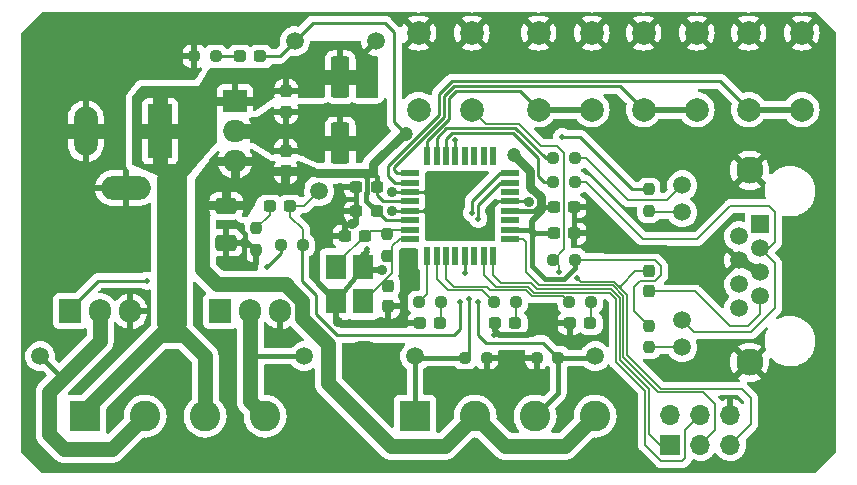
<source format=gtl>
%TF.GenerationSoftware,KiCad,Pcbnew,(6.0.0)*%
%TF.CreationDate,2022-05-28T20:15:04-06:00*%
%TF.ProjectId,PantryLights,50616e74-7279-44c6-9967-6874732e6b69,rev?*%
%TF.SameCoordinates,Original*%
%TF.FileFunction,Copper,L1,Top*%
%TF.FilePolarity,Positive*%
%FSLAX46Y46*%
G04 Gerber Fmt 4.6, Leading zero omitted, Abs format (unit mm)*
G04 Created by KiCad (PCBNEW (6.0.0)) date 2022-05-28 20:15:04*
%MOMM*%
%LPD*%
G01*
G04 APERTURE LIST*
G04 Aperture macros list*
%AMRoundRect*
0 Rectangle with rounded corners*
0 $1 Rounding radius*
0 $2 $3 $4 $5 $6 $7 $8 $9 X,Y pos of 4 corners*
0 Add a 4 corners polygon primitive as box body*
4,1,4,$2,$3,$4,$5,$6,$7,$8,$9,$2,$3,0*
0 Add four circle primitives for the rounded corners*
1,1,$1+$1,$2,$3*
1,1,$1+$1,$4,$5*
1,1,$1+$1,$6,$7*
1,1,$1+$1,$8,$9*
0 Add four rect primitives between the rounded corners*
20,1,$1+$1,$2,$3,$4,$5,0*
20,1,$1+$1,$4,$5,$6,$7,0*
20,1,$1+$1,$6,$7,$8,$9,0*
20,1,$1+$1,$8,$9,$2,$3,0*%
G04 Aperture macros list end*
%TA.AperFunction,SMDPad,CuDef*%
%ADD10RoundRect,0.237500X-0.287500X-0.237500X0.287500X-0.237500X0.287500X0.237500X-0.287500X0.237500X0*%
%TD*%
%TA.AperFunction,SMDPad,CuDef*%
%ADD11RoundRect,0.237500X-0.237500X0.250000X-0.237500X-0.250000X0.237500X-0.250000X0.237500X0.250000X0*%
%TD*%
%TA.AperFunction,SMDPad,CuDef*%
%ADD12C,1.500000*%
%TD*%
%TA.AperFunction,SMDPad,CuDef*%
%ADD13RoundRect,0.250000X-0.650000X0.412500X-0.650000X-0.412500X0.650000X-0.412500X0.650000X0.412500X0*%
%TD*%
%TA.AperFunction,ComponentPad*%
%ADD14R,1.905000X2.000000*%
%TD*%
%TA.AperFunction,ComponentPad*%
%ADD15O,1.905000X2.000000*%
%TD*%
%TA.AperFunction,SMDPad,CuDef*%
%ADD16RoundRect,0.237500X0.250000X0.237500X-0.250000X0.237500X-0.250000X-0.237500X0.250000X-0.237500X0*%
%TD*%
%TA.AperFunction,ComponentPad*%
%ADD17R,1.700000X1.700000*%
%TD*%
%TA.AperFunction,ComponentPad*%
%ADD18O,1.700000X1.700000*%
%TD*%
%TA.AperFunction,SMDPad,CuDef*%
%ADD19RoundRect,0.237500X-0.300000X-0.237500X0.300000X-0.237500X0.300000X0.237500X-0.300000X0.237500X0*%
%TD*%
%TA.AperFunction,SMDPad,CuDef*%
%ADD20RoundRect,0.237500X0.300000X0.237500X-0.300000X0.237500X-0.300000X-0.237500X0.300000X-0.237500X0*%
%TD*%
%TA.AperFunction,ComponentPad*%
%ADD21R,1.500000X1.500000*%
%TD*%
%TA.AperFunction,ComponentPad*%
%ADD22C,1.500000*%
%TD*%
%TA.AperFunction,ComponentPad*%
%ADD23C,2.300000*%
%TD*%
%TA.AperFunction,ComponentPad*%
%ADD24R,2.600000X2.600000*%
%TD*%
%TA.AperFunction,ComponentPad*%
%ADD25C,2.600000*%
%TD*%
%TA.AperFunction,SMDPad,CuDef*%
%ADD26RoundRect,0.237500X-0.250000X-0.237500X0.250000X-0.237500X0.250000X0.237500X-0.250000X0.237500X0*%
%TD*%
%TA.AperFunction,ComponentPad*%
%ADD27C,2.000000*%
%TD*%
%TA.AperFunction,ComponentPad*%
%ADD28R,2.000000X1.905000*%
%TD*%
%TA.AperFunction,ComponentPad*%
%ADD29O,2.000000X1.905000*%
%TD*%
%TA.AperFunction,SMDPad,CuDef*%
%ADD30R,1.800000X2.100000*%
%TD*%
%TA.AperFunction,SMDPad,CuDef*%
%ADD31RoundRect,0.237500X-0.237500X0.300000X-0.237500X-0.300000X0.237500X-0.300000X0.237500X0.300000X0*%
%TD*%
%TA.AperFunction,SMDPad,CuDef*%
%ADD32RoundRect,0.237500X0.237500X-0.300000X0.237500X0.300000X-0.237500X0.300000X-0.237500X-0.300000X0*%
%TD*%
%TA.AperFunction,SMDPad,CuDef*%
%ADD33RoundRect,0.250000X-0.550000X1.500000X-0.550000X-1.500000X0.550000X-1.500000X0.550000X1.500000X0*%
%TD*%
%TA.AperFunction,ComponentPad*%
%ADD34R,2.000000X4.600000*%
%TD*%
%TA.AperFunction,ComponentPad*%
%ADD35O,2.000000X4.200000*%
%TD*%
%TA.AperFunction,ComponentPad*%
%ADD36O,4.200000X2.000000*%
%TD*%
%TA.AperFunction,SMDPad,CuDef*%
%ADD37RoundRect,0.237500X0.237500X-0.250000X0.237500X0.250000X-0.237500X0.250000X-0.237500X-0.250000X0*%
%TD*%
%TA.AperFunction,SMDPad,CuDef*%
%ADD38R,1.600000X0.550000*%
%TD*%
%TA.AperFunction,SMDPad,CuDef*%
%ADD39R,0.550000X1.600000*%
%TD*%
%TA.AperFunction,ViaPad*%
%ADD40C,3.810000*%
%TD*%
%TA.AperFunction,ViaPad*%
%ADD41C,0.889000*%
%TD*%
%TA.AperFunction,ViaPad*%
%ADD42C,0.508000*%
%TD*%
%TA.AperFunction,ViaPad*%
%ADD43C,1.200000*%
%TD*%
%TA.AperFunction,Conductor*%
%ADD44C,0.254000*%
%TD*%
%TA.AperFunction,Conductor*%
%ADD45C,0.152400*%
%TD*%
%TA.AperFunction,Conductor*%
%ADD46C,1.270000*%
%TD*%
%TA.AperFunction,Conductor*%
%ADD47C,0.762000*%
%TD*%
%TA.AperFunction,Conductor*%
%ADD48C,2.540000*%
%TD*%
%TA.AperFunction,Conductor*%
%ADD49C,0.381000*%
%TD*%
%TA.AperFunction,Conductor*%
%ADD50C,0.508000*%
%TD*%
G04 APERTURE END LIST*
D10*
%TO.P,D4,1,K*%
%TO.N,GND*%
X145011000Y-105190000D03*
%TO.P,D4,2,A*%
%TO.N,Net-(R8-Pad2)*%
X146761000Y-105190000D03*
%TD*%
D11*
%TO.P,R7,1*%
%TO.N,Net-(D5-Pad1)*%
X131154000Y-97165500D03*
%TO.P,R7,2*%
%TO.N,GND*%
X131154000Y-98990500D03*
%TD*%
D12*
%TO.P,TP3,1,1*%
%TO.N,/LIGHT_SIGNAL*%
X136488000Y-94014000D03*
%TD*%
D11*
%TO.P,R1,1*%
%TO.N,+5V*%
X164403112Y-93863500D03*
%TO.P,R1,2*%
%TO.N,Net-(J2-Pad10)*%
X164403112Y-95688500D03*
%TD*%
D13*
%TO.P,C11,1*%
%TO.N,+5V*%
X128614000Y-95245500D03*
%TO.P,C11,2*%
%TO.N,GND*%
X128614000Y-98370500D03*
%TD*%
D12*
%TO.P,TP7,1,1*%
%TO.N,Net-(J3-Pad4)*%
X135218000Y-107984000D03*
%TD*%
D14*
%TO.P,Q2,1,G*%
%TO.N,/LIGHTS_CL*%
X128106000Y-104174000D03*
D15*
%TO.P,Q2,2,D*%
%TO.N,Net-(J3-Pad4)*%
X130646000Y-104174000D03*
%TO.P,Q2,3,S*%
%TO.N,GND*%
X133186000Y-104174000D03*
%TD*%
D16*
%TO.P,R3,1*%
%TO.N,Net-(D1-Pad1)*%
X127748500Y-82584000D03*
%TO.P,R3,2*%
%TO.N,GND*%
X125923500Y-82584000D03*
%TD*%
D17*
%TO.P,J5,1,Pin_1*%
%TO.N,MISO*%
X166206000Y-115487000D03*
D18*
%TO.P,J5,2,Pin_2*%
%TO.N,+5V*%
X166206000Y-112947000D03*
%TO.P,J5,3,Pin_3*%
%TO.N,SCK*%
X168746000Y-115487000D03*
%TO.P,J5,4,Pin_4*%
%TO.N,MOSI*%
X168746000Y-112947000D03*
%TO.P,J5,5,Pin_5*%
%TO.N,RESET*%
X171286000Y-115487000D03*
%TO.P,J5,6,Pin_6*%
%TO.N,GND*%
X171286000Y-112947000D03*
%TD*%
D19*
%TO.P,C4,1*%
%TO.N,GND*%
X138673500Y-97824000D03*
%TO.P,C4,2*%
%TO.N,/OSC_A*%
X140398500Y-97824000D03*
%TD*%
D20*
%TO.P,C8,1*%
%TO.N,GND*%
X158076304Y-95381210D03*
%TO.P,C8,2*%
%TO.N,+5V*%
X156351304Y-95381210D03*
%TD*%
D14*
%TO.P,Q1,1,G*%
%TO.N,/LIGHTS_CL*%
X115406000Y-104174000D03*
D15*
%TO.P,Q1,2,D*%
%TO.N,Net-(J3-Pad2)*%
X117946000Y-104174000D03*
%TO.P,Q1,3,S*%
%TO.N,GND*%
X120486000Y-104174000D03*
%TD*%
D12*
%TO.P,TP5,1,1*%
%TO.N,/DOOR_SW_IN*%
X159856000Y-107984000D03*
%TD*%
D10*
%TO.P,D2,1,K*%
%TO.N,GND*%
X157711000Y-105190000D03*
%TO.P,D2,2,A*%
%TO.N,Net-(R10-Pad2)*%
X159461000Y-105190000D03*
%TD*%
D21*
%TO.P,J2,1*%
%TO.N,unconnected-(J2-Pad1)*%
X173826000Y-96804000D03*
D22*
%TO.P,J2,2*%
%TO.N,unconnected-(J2-Pad2)*%
X172046000Y-97820000D03*
%TO.P,J2,3*%
%TO.N,Net-(J2-Pad11)*%
X173826000Y-98836000D03*
%TO.P,J2,4*%
%TO.N,GND*%
X172046000Y-99852000D03*
%TO.P,J2,5*%
X173826000Y-100868000D03*
%TO.P,J2,6*%
%TO.N,Net-(J2-Pad6)*%
X172046000Y-101884000D03*
%TO.P,J2,7*%
%TO.N,Net-(C10-Pad1)*%
X173826000Y-102900000D03*
%TO.P,J2,8*%
%TO.N,unconnected-(J2-Pad8)*%
X172046000Y-103916000D03*
%TO.P,J2,9*%
%TO.N,Net-(J2-Pad6)*%
X167226000Y-93504000D03*
%TO.P,J2,10*%
%TO.N,Net-(J2-Pad10)*%
X167226000Y-95794000D03*
%TO.P,J2,11*%
%TO.N,Net-(J2-Pad11)*%
X167226000Y-104934000D03*
%TO.P,J2,12*%
%TO.N,Net-(J2-Pad12)*%
X167226000Y-107224000D03*
D23*
%TO.P,J2,SH*%
%TO.N,GND*%
X172936000Y-92234000D03*
X172936000Y-108494000D03*
%TD*%
D24*
%TO.P,J3,1,Pin_1*%
%TO.N,+12V*%
X116676000Y-113064000D03*
D25*
%TO.P,J3,2,Pin_2*%
%TO.N,Net-(J3-Pad2)*%
X121756000Y-113064000D03*
%TO.P,J3,3,Pin_3*%
%TO.N,+12V*%
X126836000Y-113064000D03*
%TO.P,J3,4,Pin_4*%
%TO.N,Net-(J3-Pad4)*%
X131916000Y-113064000D03*
%TD*%
D26*
%TO.P,R6,1*%
%TO.N,/PHOTORESISTOR_IN*%
X148845448Y-108125924D03*
%TO.P,R6,2*%
%TO.N,GND*%
X150670448Y-108125924D03*
%TD*%
%TO.P,R5,1*%
%TO.N,GND*%
X154915982Y-108119946D03*
%TO.P,R5,2*%
%TO.N,/DOOR_SW_IN*%
X156740982Y-108119946D03*
%TD*%
D27*
%TO.P,SW4,1,1*%
%TO.N,GND*%
X149406000Y-80604000D03*
%TO.P,SW4,2,2*%
X144906000Y-80604000D03*
%TO.P,SW4,3,K*%
%TO.N,RESET*%
X149406000Y-87104000D03*
%TO.P,SW4,4,A*%
X144906000Y-87104000D03*
%TD*%
%TO.P,SW2,1,1*%
%TO.N,/BTN_2*%
X163956000Y-87104000D03*
%TO.P,SW2,2,2*%
X168456000Y-87104000D03*
%TO.P,SW2,3,K*%
%TO.N,GND*%
X163956000Y-80604000D03*
%TO.P,SW2,4,A*%
X168456000Y-80604000D03*
%TD*%
%TO.P,SW3,1,1*%
%TO.N,/BTN_3*%
X172846000Y-87104000D03*
%TO.P,SW3,2,2*%
X177346000Y-87104000D03*
%TO.P,SW3,3,K*%
%TO.N,GND*%
X172846000Y-80604000D03*
%TO.P,SW3,4,A*%
X177346000Y-80604000D03*
%TD*%
D28*
%TO.P,U2,1,VI*%
%TO.N,+12V*%
X129376000Y-86394000D03*
D29*
%TO.P,U2,2,GND*%
%TO.N,GND*%
X129376000Y-88934000D03*
%TO.P,U2,3,VO*%
%TO.N,+5V*%
X129376000Y-91474000D03*
%TD*%
D20*
%TO.P,C6,1*%
%TO.N,+5V*%
X141359163Y-93676542D03*
%TO.P,C6,2*%
%TO.N,GND*%
X139634163Y-93676542D03*
%TD*%
D16*
%TO.P,R11,1*%
%TO.N,/LIGHT_SIGNAL*%
X135114500Y-98586000D03*
%TO.P,R11,2*%
%TO.N,/LIGHTS_CL*%
X133289500Y-98586000D03*
%TD*%
D30*
%TO.P,Y1,1,1*%
%TO.N,/OSC_A*%
X137934826Y-100425520D03*
%TO.P,Y1,2,2*%
%TO.N,GND*%
X137934826Y-103325520D03*
%TO.P,Y1,3,3*%
%TO.N,/OSC_B*%
X140234826Y-103325520D03*
%TO.P,Y1,4,4*%
%TO.N,GND*%
X140234826Y-100425520D03*
%TD*%
D26*
%TO.P,R8,1*%
%TO.N,/LED_1*%
X144973500Y-103412000D03*
%TO.P,R8,2*%
%TO.N,Net-(R8-Pad2)*%
X146798500Y-103412000D03*
%TD*%
D10*
%TO.P,D3,1,K*%
%TO.N,GND*%
X151361000Y-105190000D03*
%TO.P,D3,2,A*%
%TO.N,Net-(R9-Pad2)*%
X153111000Y-105190000D03*
%TD*%
D26*
%TO.P,R10,1*%
%TO.N,/LED_3*%
X157673500Y-103412000D03*
%TO.P,R10,2*%
%TO.N,Net-(R10-Pad2)*%
X159498500Y-103412000D03*
%TD*%
%TO.P,R13,1*%
%TO.N,TX*%
X156320343Y-93273711D03*
%TO.P,R13,2*%
%TO.N,Net-(J2-Pad11)*%
X158145343Y-93273711D03*
%TD*%
D12*
%TO.P,TP4,1,1*%
%TO.N,/PHOTORESISTOR_IN*%
X144616000Y-107984000D03*
%TD*%
%TO.P,TP6,1,1*%
%TO.N,Net-(J3-Pad2)*%
X112866000Y-107984000D03*
%TD*%
D31*
%TO.P,C2,1*%
%TO.N,+12V*%
X133691397Y-85574524D03*
%TO.P,C2,2*%
%TO.N,GND*%
X133691397Y-87299524D03*
%TD*%
D24*
%TO.P,J4,1,Pin_1*%
%TO.N,/PHOTORESISTOR_IN*%
X144616000Y-113064000D03*
D25*
%TO.P,J4,2,Pin_2*%
%TO.N,+5V*%
X149696000Y-113064000D03*
%TO.P,J4,3,Pin_3*%
%TO.N,/DOOR_SW_IN*%
X154776000Y-113064000D03*
%TO.P,J4,4,Pin_4*%
%TO.N,+5V*%
X159856000Y-113064000D03*
%TD*%
D32*
%TO.P,C3,1*%
%TO.N,+5V*%
X133676310Y-92336500D03*
%TO.P,C3,2*%
%TO.N,GND*%
X133676310Y-90611500D03*
%TD*%
%TO.P,C5,1*%
%TO.N,GND*%
X142352528Y-103752755D03*
%TO.P,C5,2*%
%TO.N,/OSC_B*%
X142352528Y-102027755D03*
%TD*%
D33*
%TO.P,C1,1*%
%TO.N,+12V*%
X138266000Y-84356000D03*
%TO.P,C1,2*%
%TO.N,GND*%
X138266000Y-89956000D03*
%TD*%
D10*
%TO.P,D1,1,K*%
%TO.N,Net-(D1-Pad1)*%
X129771000Y-82584000D03*
%TO.P,D1,2,A*%
%TO.N,+5V*%
X131521000Y-82584000D03*
%TD*%
D20*
%TO.P,C9,1*%
%TO.N,GND*%
X158078000Y-97570000D03*
%TO.P,C9,2*%
%TO.N,+5V*%
X156353000Y-97570000D03*
%TD*%
D26*
%TO.P,R9,1*%
%TO.N,/LED_2*%
X151323500Y-103412000D03*
%TO.P,R9,2*%
%TO.N,Net-(R9-Pad2)*%
X153148500Y-103412000D03*
%TD*%
D34*
%TO.P,J1,1*%
%TO.N,+12V*%
X123026000Y-88934000D03*
D35*
%TO.P,J1,2*%
%TO.N,GND*%
X116726000Y-88934000D03*
D36*
%TO.P,J1,3*%
X120126000Y-93734000D03*
%TD*%
D26*
%TO.P,R4,1*%
%TO.N,RESET*%
X156324761Y-99805533D03*
%TO.P,R4,2*%
%TO.N,+5V*%
X158149761Y-99805533D03*
%TD*%
D20*
%TO.P,C7,1*%
%TO.N,+5V*%
X141349789Y-95724570D03*
%TO.P,C7,2*%
%TO.N,GND*%
X139624789Y-95724570D03*
%TD*%
D11*
%TO.P,R2,1*%
%TO.N,+5V*%
X164418423Y-105391708D03*
%TO.P,R2,2*%
%TO.N,Net-(J2-Pad12)*%
X164418423Y-107216708D03*
%TD*%
D27*
%TO.P,SW1,1,1*%
%TO.N,/BTN_1*%
X155066000Y-87104000D03*
%TO.P,SW1,2,2*%
X159566000Y-87104000D03*
%TO.P,SW1,3,K*%
%TO.N,GND*%
X155066000Y-80604000D03*
%TO.P,SW1,4,A*%
X159566000Y-80604000D03*
%TD*%
D10*
%TO.P,D5,1,K*%
%TO.N,Net-(D5-Pad1)*%
X132311000Y-95284000D03*
%TO.P,D5,2,A*%
%TO.N,/LIGHT_SIGNAL*%
X134061000Y-95284000D03*
%TD*%
D37*
%TO.P,R14,1*%
%TO.N,/OSC_B*%
X142266839Y-99499677D03*
%TO.P,R14,2*%
%TO.N,/OSC_A*%
X142266839Y-97674677D03*
%TD*%
D26*
%TO.P,R12,1*%
%TO.N,RX*%
X156327898Y-91227410D03*
%TO.P,R12,2*%
%TO.N,Net-(J2-Pad6)*%
X158152898Y-91227410D03*
%TD*%
D38*
%TO.P,U1,1,PD3*%
%TO.N,/BTN_2*%
X144176000Y-92484000D03*
%TO.P,U1,2,PD4*%
%TO.N,/BTN_3*%
X144176000Y-93284000D03*
%TO.P,U1,3,GND*%
%TO.N,GND*%
X144176000Y-94084000D03*
%TO.P,U1,4,VCC*%
%TO.N,+5V*%
X144176000Y-94884000D03*
%TO.P,U1,5,GND*%
%TO.N,GND*%
X144176000Y-95684000D03*
%TO.P,U1,6,VCC*%
%TO.N,+5V*%
X144176000Y-96484000D03*
%TO.P,U1,7,XTAL1/PB6*%
%TO.N,/OSC_A*%
X144176000Y-97284000D03*
%TO.P,U1,8,XTAL2/PB7*%
%TO.N,/OSC_B*%
X144176000Y-98084000D03*
D39*
%TO.P,U1,9,PD5*%
%TO.N,/LED_1*%
X145626000Y-99534000D03*
%TO.P,U1,10,PD6*%
%TO.N,/LED_2*%
X146426000Y-99534000D03*
%TO.P,U1,11,PD7*%
%TO.N,/LED_3*%
X147226000Y-99534000D03*
%TO.P,U1,12,PB0*%
%TO.N,unconnected-(U1-Pad12)*%
X148026000Y-99534000D03*
%TO.P,U1,13,PB1*%
%TO.N,/LIGHT_SIGNAL*%
X148826000Y-99534000D03*
%TO.P,U1,14,PB2*%
%TO.N,unconnected-(U1-Pad14)*%
X149626000Y-99534000D03*
%TO.P,U1,15,PB3*%
%TO.N,MOSI*%
X150426000Y-99534000D03*
%TO.P,U1,16,PB4*%
%TO.N,MISO*%
X151226000Y-99534000D03*
D38*
%TO.P,U1,17,PB5*%
%TO.N,SCK*%
X152676000Y-98084000D03*
%TO.P,U1,18,AVCC*%
%TO.N,+5V*%
X152676000Y-97284000D03*
%TO.P,U1,19,ADC6*%
%TO.N,unconnected-(U1-Pad19)*%
X152676000Y-96484000D03*
%TO.P,U1,20,AREF*%
%TO.N,+5V*%
X152676000Y-95684000D03*
%TO.P,U1,21,GND*%
%TO.N,GND*%
X152676000Y-94884000D03*
%TO.P,U1,22,ADC7*%
%TO.N,unconnected-(U1-Pad22)*%
X152676000Y-94084000D03*
%TO.P,U1,23,PC0*%
%TO.N,/DOOR_SW_IN*%
X152676000Y-93284000D03*
%TO.P,U1,24,PC1*%
%TO.N,/PHOTORESISTOR_IN*%
X152676000Y-92484000D03*
D39*
%TO.P,U1,25,PC2*%
%TO.N,unconnected-(U1-Pad25)*%
X151226000Y-91034000D03*
%TO.P,U1,26,PC3*%
%TO.N,unconnected-(U1-Pad26)*%
X150426000Y-91034000D03*
%TO.P,U1,27,PC4*%
%TO.N,unconnected-(U1-Pad27)*%
X149626000Y-91034000D03*
%TO.P,U1,28,PC5*%
%TO.N,unconnected-(U1-Pad28)*%
X148826000Y-91034000D03*
%TO.P,U1,29,~{RESET}/PC6*%
%TO.N,RESET*%
X148026000Y-91034000D03*
%TO.P,U1,30,PD0*%
%TO.N,TX*%
X147226000Y-91034000D03*
%TO.P,U1,31,PD1*%
%TO.N,RX*%
X146426000Y-91034000D03*
%TO.P,U1,32,PD2*%
%TO.N,/BTN_1*%
X145626000Y-91034000D03*
%TD*%
D32*
%TO.P,C10,1*%
%TO.N,Net-(C10-Pad1)*%
X164444473Y-102507175D03*
%TO.P,C10,2*%
%TO.N,RESET*%
X164444473Y-100782175D03*
%TD*%
D12*
%TO.P,TP2,1,1*%
%TO.N,+5V*%
X134420742Y-81314000D03*
%TD*%
%TO.P,TP1,1,1*%
%TO.N,+12V*%
X141314000Y-81314000D03*
%TD*%
D40*
%TO.N,GND*%
X120016000Y-81094000D03*
D41*
X136996000Y-98078000D03*
X143476508Y-105093872D03*
X125718400Y-84057200D03*
X152266000Y-110844000D03*
X124003668Y-107969426D03*
X135472000Y-87156000D03*
D42*
X151282649Y-106207094D03*
D41*
X119766000Y-106844000D03*
D42*
X150838066Y-97636517D03*
D41*
X154244710Y-94890597D03*
X147266000Y-110844000D03*
X142622903Y-94065870D03*
X128360000Y-100110000D03*
D40*
X140266000Y-108594000D03*
D41*
X142627225Y-95708442D03*
X156300000Y-105190000D03*
X154522000Y-105952000D03*
X150917313Y-95656689D03*
X115152000Y-106714000D03*
X145889390Y-94104239D03*
X157824000Y-106714000D03*
X132266000Y-106844000D03*
X138110387Y-105083181D03*
X155030000Y-109508000D03*
X136266000Y-90344000D03*
X141801418Y-100678515D03*
X140266000Y-90344000D03*
X134266000Y-110344000D03*
D42*
X128614000Y-96808000D03*
D40*
X163766000Y-90844000D03*
D41*
X167222000Y-100364000D03*
D42*
X130121866Y-98388642D03*
D41*
X139282000Y-96808000D03*
X141686969Y-105132775D03*
X138266000Y-87156000D03*
X145934777Y-95699263D03*
X144108000Y-99602000D03*
X130171720Y-100296379D03*
X138266000Y-93760000D03*
D42*
X158901416Y-96474421D03*
X140513295Y-98895400D03*
D41*
X159602000Y-97824000D03*
X133669486Y-88933332D03*
D42*
X162907419Y-95717084D03*
D41*
X152266000Y-107984000D03*
X138012000Y-95792000D03*
D42*
X136366000Y-101744000D03*
D41*
X159602000Y-95284000D03*
X124296000Y-82584000D03*
D43*
%TO.N,+5V*%
X143817979Y-89151979D03*
X152998000Y-90966000D03*
D42*
X157062000Y-89442000D03*
%TO.N,RESET*%
X148033768Y-89655859D03*
X156808000Y-100872000D03*
X158332000Y-101380000D03*
%TO.N,/LIGHT_SIGNAL*%
X148426000Y-103412000D03*
X148817035Y-100971242D03*
%TO.N,/PHOTORESISTOR_IN*%
X149188000Y-103116883D03*
X149442000Y-95844000D03*
%TO.N,/DOOR_SW_IN*%
X149950000Y-103412000D03*
X149974900Y-96344000D03*
%TO.N,/LIGHTS_CL*%
X132066000Y-100444000D03*
X121894259Y-101587528D03*
%TD*%
D44*
%TO.N,GND*%
X143640569Y-78979155D02*
X178141431Y-78979155D01*
D45*
X178516000Y-79434000D02*
X177346000Y-80604000D01*
X178146293Y-78974293D02*
X178516000Y-79344000D01*
X143516000Y-79094000D02*
X143635707Y-78974293D01*
X178516000Y-79344000D02*
X178516000Y-79434000D01*
X143516000Y-79214000D02*
X143516000Y-79094000D01*
X144906000Y-80604000D02*
X143516000Y-79214000D01*
D46*
%TO.N,+12V*%
X121276000Y-88934000D02*
X121266000Y-88944000D01*
X123026000Y-88934000D02*
X123026000Y-85886000D01*
D47*
X129376000Y-86394000D02*
X131408000Y-86394000D01*
D46*
X125312000Y-106460000D02*
X126836000Y-107984000D01*
D47*
X138266000Y-84108000D02*
X138266000Y-84356000D01*
X129376000Y-86394000D02*
X127344000Y-86394000D01*
D46*
X136240000Y-84356000D02*
X136234000Y-84362000D01*
X124042000Y-93048800D02*
X123026000Y-92032800D01*
X123026000Y-88934000D02*
X121276000Y-88934000D01*
X116676000Y-112556000D02*
X116676000Y-113064000D01*
D47*
X125312000Y-106460000D02*
X122772000Y-106460000D01*
D46*
X126836000Y-107984000D02*
X126836000Y-113064000D01*
X123026000Y-92032800D02*
X123026000Y-88934000D01*
X136234000Y-84362000D02*
X140298000Y-84362000D01*
D44*
X138266000Y-84610000D02*
X138266000Y-83346000D01*
D46*
X138266000Y-84356000D02*
X136240000Y-84356000D01*
X122772000Y-106460000D02*
X116676000Y-112556000D01*
D48*
X124042000Y-105190000D02*
X124042000Y-93048800D01*
D46*
X124042000Y-105190000D02*
X125312000Y-106460000D01*
X123026000Y-88934000D02*
X125312000Y-88934000D01*
X124042000Y-105190000D02*
X122772000Y-106460000D01*
D47*
%TO.N,GND*%
X160722871Y-98944871D02*
X165802871Y-98944871D01*
D49*
X158739351Y-96477324D02*
X158154676Y-96477324D01*
D50*
X141801418Y-100678515D02*
X140487821Y-100678515D01*
D49*
X130181037Y-97616393D02*
X129591680Y-97027036D01*
D47*
X159602000Y-97824000D02*
X160722871Y-98944871D01*
D49*
X130138000Y-100262659D02*
X130138000Y-98078000D01*
X128614000Y-98370500D02*
X130430500Y-98370500D01*
D50*
X151361000Y-105190000D02*
X151361000Y-105839000D01*
D49*
X138266000Y-93760000D02*
X138266000Y-94259256D01*
D44*
X145869151Y-94084000D02*
X145889390Y-94104239D01*
D49*
X139634163Y-93676542D02*
X139634163Y-94677837D01*
X158154676Y-96477324D02*
X158078000Y-96554000D01*
X130646000Y-98586000D02*
X130061000Y-98586000D01*
X131050500Y-98990500D02*
X131154000Y-98990500D01*
D44*
X145919514Y-95684000D02*
X145934777Y-95699263D01*
X150917313Y-95586687D02*
X151620000Y-94884000D01*
X150917313Y-95656689D02*
X150917313Y-95586687D01*
D50*
X140234826Y-99411174D02*
X140513295Y-99132705D01*
D49*
X139634163Y-94677837D02*
X139634163Y-95715196D01*
D44*
X152676000Y-94884000D02*
X154238113Y-94884000D01*
D49*
X137934826Y-103325520D02*
X138012000Y-103402694D01*
D44*
X144176000Y-94084000D02*
X142641033Y-94084000D01*
D49*
X137891436Y-103325520D02*
X140234826Y-100425520D01*
X130181037Y-98181087D02*
X130181037Y-97616393D01*
X158078000Y-96554000D02*
X158078000Y-95382906D01*
D50*
X136366000Y-101756694D02*
X137891436Y-103282130D01*
D44*
X144176000Y-94084000D02*
X145869151Y-94084000D01*
D47*
X165802871Y-98944871D02*
X167222000Y-100364000D01*
D49*
X130061000Y-98586000D02*
X129845500Y-98370500D01*
D44*
X142641033Y-94084000D02*
X142622903Y-94065870D01*
D50*
X140234826Y-100425520D02*
X140234826Y-99411174D01*
D49*
X129845500Y-98370500D02*
X130138000Y-98078000D01*
X130138000Y-98078000D02*
X130646000Y-98586000D01*
D50*
X136366000Y-101744000D02*
X136366000Y-101756694D01*
D49*
X138774000Y-96808000D02*
X138673500Y-96908500D01*
X130171720Y-100296379D02*
X130138000Y-100262659D01*
D46*
X136234000Y-89950000D02*
X140298000Y-89950000D01*
D49*
X138673500Y-96908500D02*
X138673500Y-97824000D01*
X140487821Y-100678515D02*
X140234826Y-100425520D01*
X130181037Y-98181087D02*
X130181037Y-98121037D01*
X139624789Y-96719211D02*
X139624789Y-95724570D01*
D47*
X133266000Y-104254000D02*
X133186000Y-104174000D01*
D49*
X158078000Y-97570000D02*
X158078000Y-96554000D01*
D44*
X154238113Y-94884000D02*
X154244710Y-94890597D01*
D50*
X137891436Y-103282130D02*
X137891436Y-103325520D01*
D44*
X140513295Y-99132705D02*
X140513295Y-98895400D01*
D50*
X151361000Y-105839000D02*
X151728000Y-106206000D01*
D49*
X138684581Y-94677837D02*
X139634163Y-94677837D01*
X154443915Y-105952000D02*
X154522000Y-105952000D01*
X139282000Y-96808000D02*
X138774000Y-96808000D01*
D44*
X142651667Y-95684000D02*
X142627225Y-95708442D01*
X144176000Y-95684000D02*
X142651667Y-95684000D01*
D49*
X139536000Y-96808000D02*
X139624789Y-96719211D01*
D46*
X116726000Y-88934000D02*
X114390000Y-88934000D01*
D44*
X144176000Y-95684000D02*
X145919514Y-95684000D01*
X151620000Y-94884000D02*
X152676000Y-94884000D01*
D49*
X130430500Y-98370500D02*
X130646000Y-98586000D01*
X139282000Y-96808000D02*
X139536000Y-96808000D01*
D50*
X151728000Y-106206000D02*
X154189915Y-106206000D01*
D46*
X116726000Y-88934000D02*
X119216000Y-88934000D01*
D44*
X129591680Y-97027036D02*
X129468487Y-97027036D01*
D49*
X128614000Y-98370500D02*
X129845500Y-98370500D01*
D46*
X129376000Y-88934000D02*
X131154000Y-88934000D01*
D49*
X139634163Y-95715196D02*
X139624789Y-95724570D01*
D50*
X154189915Y-106206000D02*
X154443915Y-105952000D01*
D49*
X130181037Y-98121037D02*
X130138000Y-98078000D01*
X158078000Y-95382906D02*
X158076304Y-95381210D01*
X137934826Y-103325520D02*
X137891436Y-103325520D01*
X130646000Y-98586000D02*
X131050500Y-98990500D01*
D47*
X172046000Y-99852000D02*
X173826000Y-100868000D01*
D49*
X138266000Y-94259256D02*
X138684581Y-94677837D01*
%TO.N,+5V*%
X154630000Y-95684000D02*
X155227800Y-95684000D01*
D44*
X141359163Y-94375853D02*
X141359163Y-93676542D01*
D49*
X154668000Y-95684000D02*
X155030000Y-96046000D01*
D47*
X141060000Y-92490000D02*
X140126554Y-92490000D01*
D46*
X142584000Y-115604000D02*
X147156000Y-115604000D01*
D45*
X165444000Y-101126000D02*
X165444000Y-100364000D01*
D49*
X154522000Y-97521951D02*
X154522000Y-97824000D01*
D47*
X155284000Y-94547618D02*
X154370080Y-93633698D01*
D44*
X131521000Y-82584000D02*
X133150742Y-82584000D01*
X157062000Y-89442000D02*
X158586000Y-89442000D01*
D47*
X143636021Y-89151979D02*
X143817979Y-89151979D01*
D45*
X165444000Y-100364000D02*
X164885533Y-99805533D01*
D49*
X155538000Y-95373800D02*
X156343894Y-95373800D01*
D44*
X144176000Y-96484000D02*
X142109219Y-96484000D01*
X158586000Y-89442000D02*
X163007500Y-93863500D01*
D47*
X154370080Y-92338080D02*
X152998000Y-90966000D01*
X154370080Y-93633698D02*
X154370080Y-92338080D01*
D49*
X154284049Y-97284000D02*
X154522000Y-97521951D01*
D50*
X154522000Y-96554000D02*
X154776000Y-96300000D01*
D44*
X163007500Y-93863500D02*
X164403112Y-93863500D01*
D49*
X154046000Y-97284000D02*
X154284049Y-97284000D01*
D46*
X137266000Y-106984000D02*
X137266000Y-110286000D01*
D49*
X157227589Y-101468411D02*
X158149761Y-100546239D01*
D47*
X141060000Y-92490000D02*
X141060000Y-91728000D01*
D49*
X155392000Y-95684000D02*
X154630000Y-95684000D01*
X154630000Y-95684000D02*
X154668000Y-95684000D01*
X154284049Y-97284000D02*
X154490000Y-97284000D01*
X140497652Y-94872433D02*
X140497652Y-94207730D01*
D45*
X164418423Y-105391708D02*
X163158000Y-104131285D01*
D44*
X142076000Y-79790000D02*
X135944742Y-79790000D01*
D46*
X152236000Y-115604000D02*
X157316000Y-115604000D01*
D44*
X144176000Y-94884000D02*
X141867310Y-94884000D01*
D50*
X155030000Y-96046000D02*
X155392000Y-95684000D01*
D44*
X135944742Y-79790000D02*
X134420742Y-81314000D01*
D49*
X140514083Y-92877529D02*
X140126554Y-92490000D01*
D46*
X149696000Y-113064000D02*
X152236000Y-115604000D01*
D49*
X158149761Y-100546239D02*
X158149761Y-99805533D01*
X155626411Y-101468411D02*
X157227589Y-101468411D01*
D44*
X142109219Y-96484000D02*
X141349789Y-95724570D01*
D49*
X141060000Y-92490000D02*
X141359163Y-92789163D01*
D46*
X157316000Y-115604000D02*
X159856000Y-113064000D01*
D45*
X154268000Y-97300049D02*
X154284049Y-97284000D01*
D46*
X127852000Y-101888000D02*
X133694000Y-101888000D01*
D49*
X154522000Y-100364000D02*
X155626411Y-101468411D01*
X156353000Y-97570000D02*
X154776000Y-97570000D01*
D46*
X137266000Y-110286000D02*
X142584000Y-115604000D01*
D45*
X163158000Y-104131285D02*
X163158000Y-102142000D01*
D49*
X140514083Y-94191299D02*
X140514083Y-92877529D01*
D44*
X156343894Y-95373800D02*
X156351304Y-95381210D01*
X154668000Y-95684000D02*
X154668000Y-95646000D01*
D46*
X133796080Y-101990080D02*
X133796080Y-102012558D01*
D47*
X155284000Y-95538000D02*
X155284000Y-95030000D01*
X143781958Y-89188000D02*
X143817979Y-89151979D01*
D49*
X141359163Y-92789163D02*
X141359163Y-93676542D01*
X154776000Y-97570000D02*
X154522000Y-97824000D01*
D45*
X164936000Y-101634000D02*
X165444000Y-101126000D01*
X163666000Y-101634000D02*
X164936000Y-101634000D01*
D44*
X142838000Y-80552000D02*
X142076000Y-79790000D01*
D50*
X154776000Y-96300000D02*
X155030000Y-96046000D01*
D46*
X135066080Y-103282558D02*
X135066080Y-104784080D01*
D49*
X133676310Y-92336500D02*
X133593500Y-92336500D01*
X152676000Y-95684000D02*
X154630000Y-95684000D01*
D46*
X135066080Y-104784080D02*
X137266000Y-106984000D01*
D49*
X155227800Y-95684000D02*
X155538000Y-95373800D01*
D46*
X147156000Y-115604000D02*
X149696000Y-113064000D01*
D49*
X140497652Y-94207730D02*
X140514083Y-94191299D01*
D44*
X141867310Y-94884000D02*
X141359163Y-94375853D01*
D45*
X164885533Y-99812943D02*
X157724918Y-99812943D01*
D44*
X133150742Y-82584000D02*
X134420742Y-81314000D01*
D47*
X141060000Y-91728000D02*
X143636021Y-89151979D01*
D45*
X163158000Y-102142000D02*
X163666000Y-101634000D01*
D44*
X154776000Y-95792000D02*
X154776000Y-96300000D01*
D50*
X133540500Y-92336500D02*
X133676310Y-92336500D01*
D49*
X154046000Y-97284000D02*
X152676000Y-97284000D01*
D44*
X142838000Y-88172000D02*
X142838000Y-80552000D01*
D46*
X126582000Y-100618000D02*
X127852000Y-101888000D01*
D47*
X155284000Y-95030000D02*
X155284000Y-94547618D01*
D49*
X154490000Y-97284000D02*
X154776000Y-97570000D01*
D44*
X143817979Y-89151979D02*
X142838000Y-88172000D01*
D46*
X133694000Y-101888000D02*
X133796080Y-101990080D01*
D47*
X140126554Y-92490000D02*
X136266000Y-92490000D01*
D49*
X141349789Y-95724570D02*
X140497652Y-94872433D01*
D46*
X133796080Y-102012558D02*
X135066080Y-103282558D01*
D50*
X154522000Y-97316000D02*
X154522000Y-96554000D01*
D46*
X126582000Y-95844000D02*
X126582000Y-100618000D01*
D44*
X154668000Y-95646000D02*
X155284000Y-95030000D01*
D49*
X154522000Y-97824000D02*
X154522000Y-100364000D01*
D44*
X154668000Y-95684000D02*
X154776000Y-95792000D01*
D45*
%TO.N,Net-(C10-Pad1)*%
X172810000Y-105444000D02*
X171286000Y-105444000D01*
X173826000Y-104428000D02*
X172810000Y-105444000D01*
X171286000Y-105444000D02*
X168349175Y-102507175D01*
X173826000Y-102900000D02*
X173826000Y-104428000D01*
X168349175Y-102507175D02*
X164444473Y-102507175D01*
%TO.N,RESET*%
X162025561Y-102025561D02*
X162025561Y-102258439D01*
X163247825Y-100782175D02*
X164444473Y-100782175D01*
X149406000Y-87104000D02*
X150626880Y-88324880D01*
X153404880Y-88324880D02*
X155284000Y-90204000D01*
X155284000Y-90204000D02*
X156605461Y-90204000D01*
X162015000Y-102015000D02*
X163247825Y-100782175D01*
X158332000Y-101380000D02*
X158638720Y-101686720D01*
X150626880Y-88324880D02*
X153404880Y-88324880D01*
X156605461Y-90204000D02*
X157218742Y-90817281D01*
X172251680Y-110727680D02*
X173064000Y-111540000D01*
X156808000Y-100288772D02*
X156808000Y-100872000D01*
X161771561Y-102004439D02*
X161898561Y-102131439D01*
D44*
X148033768Y-89655859D02*
X148026000Y-89663627D01*
X148026000Y-89663627D02*
X148026000Y-91034000D01*
D45*
X162025561Y-102258439D02*
X162546960Y-102779839D01*
X161453842Y-101686720D02*
X161771561Y-102004439D01*
X156350467Y-99805533D02*
X156324761Y-99805533D01*
X173064000Y-111540000D02*
X173064000Y-113709000D01*
X162015000Y-102015000D02*
X162025561Y-102025561D01*
X157218742Y-98937258D02*
X156350467Y-99805533D01*
X162546960Y-107869453D02*
X165405187Y-110727680D01*
X161898561Y-102131439D02*
X162025561Y-102258439D01*
X158638720Y-101686720D02*
X161453842Y-101686720D01*
X161782122Y-102015000D02*
X162015000Y-102015000D01*
X161898561Y-102131439D02*
X162015000Y-102015000D01*
X162546960Y-102779839D02*
X162546960Y-107869453D01*
X165405187Y-110727680D02*
X172251680Y-110727680D01*
X156324761Y-99805533D02*
X156808000Y-100288772D01*
X161771561Y-102004439D02*
X161782122Y-102015000D01*
X173064000Y-113709000D02*
X171286000Y-115487000D01*
X157218742Y-90817281D02*
X157218742Y-98937258D01*
D44*
%TO.N,Net-(D1-Pad1)*%
X127748500Y-82584000D02*
X129771000Y-82584000D01*
D45*
%TO.N,Net-(D5-Pad1)*%
X132311000Y-95284000D02*
X132311000Y-96008500D01*
X132311000Y-96008500D02*
X131154000Y-97165500D01*
%TO.N,Net-(J2-Pad11)*%
X174588000Y-95284000D02*
X171286000Y-95284000D01*
X173826000Y-98836000D02*
X175096000Y-100106000D01*
X171286000Y-95284000D02*
X168492000Y-98078000D01*
X175096000Y-98332000D02*
X175096000Y-95792000D01*
X175096000Y-95792000D02*
X174588000Y-95284000D01*
X175096000Y-103920000D02*
X173064000Y-105952000D01*
X173826000Y-98836000D02*
X174592000Y-98836000D01*
X168244000Y-105952000D02*
X167226000Y-104934000D01*
X159094000Y-93252000D02*
X157734801Y-93252000D01*
X173064000Y-105952000D02*
X168244000Y-105952000D01*
X163920000Y-98078000D02*
X159094000Y-93252000D01*
X174592000Y-98836000D02*
X175096000Y-98332000D01*
X168492000Y-98078000D02*
X163920000Y-98078000D01*
X175096000Y-100106000D02*
X175096000Y-103920000D01*
%TO.N,Net-(J2-Pad6)*%
X158160308Y-91220000D02*
X158152898Y-91227410D01*
X167226000Y-93504000D02*
X165954000Y-94776000D01*
X159094000Y-91220000D02*
X158160308Y-91220000D01*
X162650000Y-94776000D02*
X159094000Y-91220000D01*
X165954000Y-94776000D02*
X162650000Y-94776000D01*
%TO.N,Net-(J2-Pad10)*%
X167226000Y-95794000D02*
X164480532Y-95794000D01*
%TO.N,Net-(J2-Pad12)*%
X164418423Y-107216708D02*
X164425715Y-107224000D01*
X164425715Y-107224000D02*
X167226000Y-107224000D01*
D46*
%TO.N,Net-(J3-Pad2)*%
X121756000Y-113064000D02*
X118962000Y-115858000D01*
X113628000Y-114588000D02*
X113628000Y-111032000D01*
X113628000Y-111032000D02*
X114898000Y-109762000D01*
X114898000Y-115858000D02*
X113628000Y-114588000D01*
D49*
X112866000Y-107984000D02*
X114644000Y-109762000D01*
D46*
X118962000Y-115858000D02*
X114898000Y-115858000D01*
X114898000Y-109762000D02*
X117946000Y-106714000D01*
D49*
X114644000Y-109762000D02*
X114898000Y-109762000D01*
D46*
X117946000Y-106714000D02*
X117946000Y-104174000D01*
%TO.N,Net-(J3-Pad4)*%
X130646000Y-108238000D02*
X130646000Y-111794000D01*
D49*
X130900000Y-107984000D02*
X130646000Y-108238000D01*
D46*
X130646000Y-104174000D02*
X130646000Y-108238000D01*
X130646000Y-111794000D02*
X131916000Y-113064000D01*
D49*
X135726000Y-107984000D02*
X130900000Y-107984000D01*
D45*
%TO.N,MISO*%
X161938320Y-108288320D02*
X161938320Y-103031946D01*
X165327000Y-115487000D02*
X164428000Y-114588000D01*
X161201734Y-102295360D02*
X154929360Y-102295360D01*
X154929360Y-102295360D02*
X154421360Y-101787360D01*
X151881360Y-101787360D02*
X151226000Y-101132000D01*
X164428000Y-110778000D02*
X161938320Y-108288320D01*
X151226000Y-101132000D02*
X151226000Y-99534000D01*
X154421360Y-101787360D02*
X151881360Y-101787360D01*
X164428000Y-114588000D02*
X164428000Y-110778000D01*
X166206000Y-115487000D02*
X165327000Y-115487000D01*
X161938320Y-103031946D02*
X161201734Y-102295360D01*
%TO.N,SCK*%
X154014000Y-98332000D02*
X154014000Y-100872000D01*
X162242640Y-102905893D02*
X162242640Y-108084640D01*
X154014000Y-100872000D02*
X155133040Y-101991040D01*
X153760000Y-98078000D02*
X154014000Y-98332000D01*
X170016000Y-114217000D02*
X168746000Y-115487000D01*
X152676000Y-98084000D02*
X153754000Y-98084000D01*
X155133040Y-101991040D02*
X161327787Y-101991040D01*
X169000000Y-111032000D02*
X170016000Y-112048000D01*
X153754000Y-98084000D02*
X153760000Y-98078000D01*
X162242640Y-108084640D02*
X165190000Y-111032000D01*
X170016000Y-112048000D02*
X170016000Y-114217000D01*
X165190000Y-111032000D02*
X169000000Y-111032000D01*
X161327787Y-101991040D02*
X162242640Y-102905893D01*
%TO.N,MOSI*%
X150426000Y-101094000D02*
X151423680Y-102091680D01*
X167476000Y-116620000D02*
X167476000Y-114217000D01*
X164085813Y-115523035D02*
X165436778Y-116874000D01*
X167222000Y-116874000D02*
X167476000Y-116620000D01*
X150426000Y-99534000D02*
X150426000Y-101094000D01*
X161634000Y-103158000D02*
X161634000Y-108492000D01*
X154140054Y-102091680D02*
X154648054Y-102599680D01*
X165436778Y-116874000D02*
X167222000Y-116874000D01*
X167476000Y-114217000D02*
X168746000Y-112947000D01*
X154648054Y-102599680D02*
X161075680Y-102599680D01*
X161634000Y-108492000D02*
X164085813Y-110943813D01*
X164085813Y-110943813D02*
X164085813Y-115523035D01*
X151423680Y-102091680D02*
X154140054Y-102091680D01*
X161075680Y-102599680D02*
X161634000Y-103158000D01*
D44*
%TO.N,RX*%
X146426000Y-89509086D02*
X147255086Y-88680000D01*
X146426000Y-91034000D02*
X146426000Y-89509086D01*
X153110521Y-88680000D02*
X155657931Y-91227410D01*
X147255086Y-88680000D02*
X153110521Y-88680000D01*
X155657931Y-91227410D02*
X156327898Y-91227410D01*
%TO.N,TX*%
X152895920Y-89085920D02*
X155030000Y-91220000D01*
X155559711Y-93273711D02*
X156320343Y-93273711D01*
X147226000Y-91034000D02*
X147226000Y-89626000D01*
X155030000Y-92744000D02*
X155559711Y-93273711D01*
X147226000Y-89626000D02*
X147766080Y-89085920D01*
X155030000Y-91220000D02*
X155030000Y-92744000D01*
X147766080Y-89085920D02*
X152895920Y-89085920D01*
D45*
%TO.N,/LIGHT_SIGNAL*%
X135218000Y-95284000D02*
X136488000Y-94014000D01*
D44*
X136234000Y-104428000D02*
X136234000Y-102812000D01*
X148426000Y-103412000D02*
X148426000Y-105698000D01*
D45*
X134061000Y-96159000D02*
X135114500Y-97212500D01*
D44*
X138012000Y-106206000D02*
X136234000Y-104428000D01*
D45*
X134061000Y-95284000D02*
X135218000Y-95284000D01*
D44*
X135016000Y-101594000D02*
X135016000Y-98684500D01*
X148426000Y-105698000D02*
X147918000Y-106206000D01*
D45*
X135114500Y-97212500D02*
X135114500Y-98586000D01*
X134061000Y-95284000D02*
X134061000Y-96159000D01*
D44*
X148826000Y-100962277D02*
X148817035Y-100971242D01*
X147918000Y-106206000D02*
X138012000Y-106206000D01*
X135016000Y-98684500D02*
X135114500Y-98586000D01*
X136234000Y-102812000D02*
X135016000Y-101594000D01*
X148826000Y-99534000D02*
X148826000Y-100962277D01*
D45*
%TO.N,/OSC_A*%
X140798031Y-97424469D02*
X142094923Y-97424469D01*
X138386000Y-100184000D02*
X138386000Y-99929513D01*
X138425672Y-99967787D02*
X138425672Y-99693399D01*
X140398500Y-97824000D02*
X140798031Y-97424469D01*
X142094923Y-97424469D02*
X142235392Y-97284000D01*
X142266839Y-97674677D02*
X142266839Y-97315447D01*
X140163784Y-97955287D02*
X140438172Y-97955287D01*
X140398500Y-97917013D02*
X140398500Y-97824000D01*
X138425672Y-99693399D02*
X140163784Y-97955287D01*
X142235392Y-97284000D02*
X144176000Y-97284000D01*
X142266839Y-97315447D02*
X142235392Y-97284000D01*
%TO.N,/OSC_B*%
X140708077Y-102900998D02*
X141930921Y-101678154D01*
X142292444Y-99499677D02*
X142266839Y-99499677D01*
X142694159Y-99901392D02*
X142292444Y-99499677D01*
X142698364Y-99068152D02*
X142694159Y-99072357D01*
X141930921Y-101678154D02*
X142660538Y-100948538D01*
X142694159Y-99072357D02*
X142694159Y-99901392D01*
X143302604Y-98084000D02*
X142698364Y-98688240D01*
X142698364Y-99068152D02*
X142266839Y-99499677D01*
X144176000Y-98084000D02*
X143302604Y-98084000D01*
X142698364Y-98688240D02*
X142698364Y-99068152D01*
X142694159Y-99901392D02*
X142694159Y-100914917D01*
%TO.N,/LED_3*%
X147867680Y-102091680D02*
X150661680Y-102091680D01*
X154522000Y-102904000D02*
X157165500Y-102904000D01*
X147226000Y-101450000D02*
X147867680Y-102091680D01*
X157165500Y-102904000D02*
X157673500Y-103412000D01*
X150661680Y-102091680D02*
X150966000Y-102396000D01*
X147226000Y-99534000D02*
X147226000Y-101450000D01*
X150966000Y-102396000D02*
X154014000Y-102396000D01*
X154014000Y-102396000D02*
X154522000Y-102904000D01*
%TO.N,/LED_2*%
X146426000Y-99534000D02*
X146426000Y-101412000D01*
X150307500Y-102396000D02*
X151323500Y-103412000D01*
X147410000Y-102396000D02*
X150307500Y-102396000D01*
X146426000Y-101412000D02*
X147410000Y-102396000D01*
%TO.N,/LED_1*%
X145626000Y-99534000D02*
X145626000Y-102759500D01*
X145626000Y-102759500D02*
X144973500Y-103412000D01*
D44*
%TO.N,/PHOTORESISTOR_IN*%
X149188000Y-107783372D02*
X148845448Y-108125924D01*
X149442000Y-94885178D02*
X151843178Y-92484000D01*
X149188000Y-103116883D02*
X149188000Y-107783372D01*
D49*
X148845448Y-108125924D02*
X144757924Y-108125924D01*
X144616000Y-107984000D02*
X144616000Y-113064000D01*
D50*
X144757924Y-108125924D02*
X144616000Y-107984000D01*
D44*
X151843178Y-92484000D02*
X152676000Y-92484000D01*
X149442000Y-95844000D02*
X149442000Y-94885178D01*
%TO.N,/DOOR_SW_IN*%
X155467805Y-106846769D02*
X156740982Y-108119946D01*
X149950000Y-106206000D02*
X150590769Y-106846769D01*
D49*
X156740982Y-108119946D02*
X156740982Y-111099018D01*
D44*
X149950000Y-103412000D02*
X149950000Y-106206000D01*
D49*
X156740982Y-108119946D02*
X159720054Y-108119946D01*
D44*
X149974900Y-96344000D02*
X149974900Y-95152278D01*
D47*
X159720054Y-108119946D02*
X159856000Y-107984000D01*
D44*
X151843178Y-93284000D02*
X152676000Y-93284000D01*
D49*
X156740982Y-111099018D02*
X154776000Y-113064000D01*
D44*
X150590769Y-106846769D02*
X155467805Y-106846769D01*
X149974900Y-95152278D02*
X151843178Y-93284000D01*
%TO.N,/LIGHTS_CL*%
X133289500Y-99244500D02*
X133289500Y-98586000D01*
X121887787Y-101594000D02*
X117766000Y-101594000D01*
X115406000Y-103954000D02*
X115406000Y-104174000D01*
X121894259Y-101587528D02*
X121887787Y-101594000D01*
X117766000Y-101594000D02*
X115406000Y-103954000D01*
X132066000Y-100444000D02*
X132090000Y-100444000D01*
X132090000Y-100444000D02*
X133289500Y-99244500D01*
%TO.N,/BTN_1*%
X145626000Y-91034000D02*
X145626000Y-89735028D01*
D50*
X155066000Y-87104000D02*
X159566000Y-87104000D01*
D44*
X148086138Y-85529920D02*
X153491920Y-85529920D01*
X147459840Y-86156218D02*
X148086138Y-85529920D01*
X153491920Y-85529920D02*
X155066000Y-87104000D01*
X145626000Y-89735028D02*
X147459840Y-87901188D01*
X147459840Y-87901188D02*
X147459840Y-86156218D01*
%TO.N,/BTN_2*%
X142838000Y-92236000D02*
X142838000Y-91948970D01*
X144176000Y-92484000D02*
X143086000Y-92484000D01*
X147053920Y-85988080D02*
X147918000Y-85124000D01*
X142838000Y-91948970D02*
X147053920Y-87733050D01*
X147918000Y-85124000D02*
X161976000Y-85124000D01*
X161976000Y-85124000D02*
X163956000Y-87104000D01*
X147053920Y-87733050D02*
X147053920Y-85988080D01*
X143086000Y-92484000D02*
X142838000Y-92236000D01*
D50*
X163956000Y-87104000D02*
X168456000Y-87104000D01*
D44*
%TO.N,/BTN_3*%
X147749862Y-84718080D02*
X170460080Y-84718080D01*
X142870000Y-93284000D02*
X142330000Y-92744000D01*
X146648000Y-85819942D02*
X147749862Y-84718080D01*
X170460080Y-84718080D02*
X172846000Y-87104000D01*
X142330000Y-92744000D02*
X142330000Y-91882912D01*
X142330000Y-91882912D02*
X146648000Y-87564912D01*
X146648000Y-87564912D02*
X146648000Y-85819942D01*
X144176000Y-93284000D02*
X142870000Y-93284000D01*
D50*
X172846000Y-87104000D02*
X177346000Y-87104000D01*
D45*
%TO.N,Net-(R10-Pad2)*%
X159498500Y-105152500D02*
X159461000Y-105190000D01*
X159498500Y-103412000D02*
X159498500Y-105152500D01*
%TO.N,Net-(R9-Pad2)*%
X153148500Y-105152500D02*
X153111000Y-105190000D01*
X153148500Y-103412000D02*
X153148500Y-105152500D01*
%TO.N,Net-(R8-Pad2)*%
X146798500Y-105152500D02*
X146761000Y-105190000D01*
X146798500Y-103412000D02*
X146798500Y-105152500D01*
%TD*%
%TA.AperFunction,Conductor*%
%TO.N,+12V*%
G36*
X140003858Y-81334002D02*
G01*
X140050351Y-81387658D01*
X140061258Y-81429018D01*
X140069901Y-81527804D01*
X140071804Y-81538599D01*
X140125928Y-81740595D01*
X140129674Y-81750887D01*
X140218054Y-81940417D01*
X140223534Y-81949907D01*
X140252411Y-81991149D01*
X140262886Y-81999523D01*
X140276333Y-81992455D01*
X140755257Y-81513531D01*
X141157649Y-81829562D01*
X140634822Y-82352389D01*
X140628394Y-82364163D01*
X140637687Y-82376175D01*
X140678088Y-82404464D01*
X140687584Y-82409947D01*
X140877113Y-82498326D01*
X140887405Y-82502072D01*
X141089401Y-82556196D01*
X141100196Y-82558099D01*
X141308525Y-82576326D01*
X141319485Y-82576326D01*
X141339393Y-82574584D01*
X141408998Y-82588572D01*
X141459991Y-82637970D01*
X141476374Y-82699484D01*
X141492225Y-85927259D01*
X141492425Y-85967970D01*
X141472758Y-86036188D01*
X141419332Y-86082944D01*
X141366168Y-86094589D01*
X139694377Y-86091152D01*
X139626297Y-86071010D01*
X139579915Y-86017259D01*
X139569292Y-85952309D01*
X139573672Y-85909560D01*
X139574000Y-85903146D01*
X139574000Y-84628115D01*
X139569525Y-84612876D01*
X139568135Y-84611671D01*
X139560452Y-84610000D01*
X136976116Y-84610000D01*
X136960877Y-84614475D01*
X136959672Y-84615865D01*
X136958001Y-84623548D01*
X136958001Y-85903095D01*
X136958338Y-85909614D01*
X136962142Y-85946274D01*
X136949277Y-86016095D01*
X136900706Y-86067877D01*
X136836556Y-86085277D01*
X136527156Y-86084641D01*
X134797467Y-86086228D01*
X134729328Y-86066288D01*
X134682785Y-86012675D01*
X134672007Y-85947387D01*
X134674069Y-85927259D01*
X134674397Y-85920839D01*
X134674397Y-85846639D01*
X134669922Y-85831400D01*
X134668532Y-85830195D01*
X134660849Y-85828524D01*
X132726512Y-85828524D01*
X132711273Y-85832999D01*
X132710068Y-85834389D01*
X132708397Y-85842072D01*
X132708397Y-85920790D01*
X132708734Y-85927306D01*
X132718067Y-86017250D01*
X132705202Y-86087071D01*
X132664578Y-86133769D01*
X131081838Y-87232177D01*
X131014470Y-87254583D01*
X130945683Y-87237010D01*
X130897315Y-87185037D01*
X130884000Y-87128662D01*
X130884000Y-86666115D01*
X130879525Y-86650876D01*
X130878135Y-86649671D01*
X130870452Y-86648000D01*
X127886116Y-86648000D01*
X127870877Y-86652475D01*
X127869672Y-86653865D01*
X127868001Y-86661548D01*
X127868001Y-87302479D01*
X127858540Y-87334700D01*
X127860093Y-87335037D01*
X127854552Y-87360559D01*
X127851614Y-87360561D01*
X127851742Y-89190876D01*
X127851784Y-89797431D01*
X127831787Y-89865553D01*
X127821224Y-89879703D01*
X126156007Y-91811509D01*
X125303698Y-92800267D01*
X125244071Y-92838804D01*
X125208261Y-92844000D01*
X123152963Y-92844000D01*
X123103384Y-92833836D01*
X120714821Y-91811509D01*
X120660066Y-91766316D01*
X120638400Y-91695673D01*
X120638400Y-91278669D01*
X121518001Y-91278669D01*
X121518371Y-91285490D01*
X121523895Y-91336352D01*
X121527521Y-91351604D01*
X121572676Y-91472054D01*
X121581214Y-91487649D01*
X121657715Y-91589724D01*
X121670276Y-91602285D01*
X121772351Y-91678786D01*
X121787946Y-91687324D01*
X121908394Y-91732478D01*
X121923649Y-91736105D01*
X121974514Y-91741631D01*
X121981328Y-91742000D01*
X122753885Y-91742000D01*
X122769124Y-91737525D01*
X122770329Y-91736135D01*
X122772000Y-91728452D01*
X122772000Y-91723884D01*
X123280000Y-91723884D01*
X123284475Y-91739123D01*
X123285865Y-91740328D01*
X123293548Y-91741999D01*
X124070669Y-91741999D01*
X124077490Y-91741629D01*
X124128352Y-91736105D01*
X124143604Y-91732479D01*
X124264054Y-91687324D01*
X124279649Y-91678786D01*
X124381724Y-91602285D01*
X124394285Y-91589724D01*
X124470786Y-91487649D01*
X124479324Y-91472054D01*
X124524478Y-91351606D01*
X124528105Y-91336351D01*
X124533631Y-91285486D01*
X124534000Y-91278672D01*
X124534000Y-89206115D01*
X124529525Y-89190876D01*
X124528135Y-89189671D01*
X124520452Y-89188000D01*
X123298115Y-89188000D01*
X123282876Y-89192475D01*
X123281671Y-89193865D01*
X123280000Y-89201548D01*
X123280000Y-91723884D01*
X122772000Y-91723884D01*
X122772000Y-89206115D01*
X122767525Y-89190876D01*
X122766135Y-89189671D01*
X122758452Y-89188000D01*
X121536116Y-89188000D01*
X121520877Y-89192475D01*
X121519672Y-89193865D01*
X121518001Y-89201548D01*
X121518001Y-91278669D01*
X120638400Y-91278669D01*
X120638400Y-88661885D01*
X121518000Y-88661885D01*
X121522475Y-88677124D01*
X121523865Y-88678329D01*
X121531548Y-88680000D01*
X122753885Y-88680000D01*
X122769124Y-88675525D01*
X122770329Y-88674135D01*
X122772000Y-88666452D01*
X122772000Y-88661885D01*
X123280000Y-88661885D01*
X123284475Y-88677124D01*
X123285865Y-88678329D01*
X123293548Y-88680000D01*
X124515884Y-88680000D01*
X124531123Y-88675525D01*
X124532328Y-88674135D01*
X124533999Y-88666452D01*
X124533999Y-86589331D01*
X124533629Y-86582510D01*
X124528105Y-86531648D01*
X124524479Y-86516396D01*
X124479324Y-86395946D01*
X124470786Y-86380351D01*
X124394285Y-86278276D01*
X124381724Y-86265715D01*
X124279649Y-86189214D01*
X124264054Y-86180676D01*
X124143606Y-86135522D01*
X124128351Y-86131895D01*
X124077486Y-86126369D01*
X124070672Y-86126000D01*
X123298115Y-86126000D01*
X123282876Y-86130475D01*
X123281671Y-86131865D01*
X123280000Y-86139548D01*
X123280000Y-88661885D01*
X122772000Y-88661885D01*
X122772000Y-86144116D01*
X122767525Y-86128877D01*
X122766135Y-86127672D01*
X122758452Y-86126001D01*
X121981331Y-86126001D01*
X121974510Y-86126371D01*
X121923648Y-86131895D01*
X121908396Y-86135521D01*
X121787946Y-86180676D01*
X121772351Y-86189214D01*
X121670276Y-86265715D01*
X121657715Y-86278276D01*
X121581214Y-86380351D01*
X121572676Y-86395946D01*
X121527522Y-86516394D01*
X121523895Y-86531649D01*
X121518369Y-86582514D01*
X121518000Y-86589328D01*
X121518000Y-88661885D01*
X120638400Y-88661885D01*
X120638400Y-86133398D01*
X120641780Y-86121885D01*
X127868000Y-86121885D01*
X127872475Y-86137124D01*
X127873865Y-86138329D01*
X127881548Y-86140000D01*
X129103885Y-86140000D01*
X129119124Y-86135525D01*
X129120329Y-86134135D01*
X129122000Y-86126452D01*
X129122000Y-86121885D01*
X129630000Y-86121885D01*
X129634475Y-86137124D01*
X129635865Y-86138329D01*
X129643548Y-86140000D01*
X130865884Y-86140000D01*
X130881123Y-86135525D01*
X130882328Y-86134135D01*
X130883999Y-86126452D01*
X130883999Y-85396831D01*
X130883629Y-85390010D01*
X130878105Y-85339148D01*
X130874479Y-85323896D01*
X130866424Y-85302409D01*
X132708397Y-85302409D01*
X132712872Y-85317648D01*
X132714262Y-85318853D01*
X132721945Y-85320524D01*
X133419282Y-85320524D01*
X133434521Y-85316049D01*
X133435726Y-85314659D01*
X133437397Y-85306976D01*
X133437397Y-85302409D01*
X133945397Y-85302409D01*
X133949872Y-85317648D01*
X133951262Y-85318853D01*
X133958945Y-85320524D01*
X134656282Y-85320524D01*
X134671521Y-85316049D01*
X134672726Y-85314659D01*
X134674397Y-85306976D01*
X134674397Y-85228258D01*
X134674060Y-85221742D01*
X134664322Y-85127892D01*
X134661429Y-85114496D01*
X134610909Y-84963071D01*
X134604744Y-84949909D01*
X134520971Y-84814532D01*
X134511937Y-84803134D01*
X134399268Y-84690661D01*
X134387857Y-84681649D01*
X134252334Y-84598112D01*
X134239156Y-84591968D01*
X134087631Y-84541709D01*
X134074265Y-84538843D01*
X133981627Y-84529352D01*
X133975212Y-84529024D01*
X133963512Y-84529024D01*
X133948273Y-84533499D01*
X133947068Y-84534889D01*
X133945397Y-84542572D01*
X133945397Y-85302409D01*
X133437397Y-85302409D01*
X133437397Y-84547139D01*
X133432922Y-84531900D01*
X133431532Y-84530695D01*
X133423849Y-84529024D01*
X133407631Y-84529024D01*
X133401115Y-84529361D01*
X133307265Y-84539099D01*
X133293869Y-84541992D01*
X133142444Y-84592512D01*
X133129282Y-84598677D01*
X132993905Y-84682450D01*
X132982507Y-84691484D01*
X132870034Y-84804153D01*
X132861022Y-84815564D01*
X132777485Y-84951087D01*
X132771341Y-84964265D01*
X132721082Y-85115790D01*
X132718216Y-85129156D01*
X132708725Y-85221794D01*
X132708397Y-85228209D01*
X132708397Y-85302409D01*
X130866424Y-85302409D01*
X130829324Y-85203446D01*
X130820786Y-85187851D01*
X130744285Y-85085776D01*
X130731724Y-85073215D01*
X130629649Y-84996714D01*
X130614054Y-84988176D01*
X130493606Y-84943022D01*
X130478351Y-84939395D01*
X130427486Y-84933869D01*
X130420672Y-84933500D01*
X129648115Y-84933500D01*
X129632876Y-84937975D01*
X129631671Y-84939365D01*
X129630000Y-84947048D01*
X129630000Y-86121885D01*
X129122000Y-86121885D01*
X129122000Y-84951616D01*
X129117525Y-84936377D01*
X129116135Y-84935172D01*
X129108452Y-84933501D01*
X128331331Y-84933501D01*
X128324510Y-84933871D01*
X128273648Y-84939395D01*
X128258396Y-84943021D01*
X128137946Y-84988176D01*
X128122351Y-84996714D01*
X128020276Y-85073215D01*
X128007715Y-85085776D01*
X127931214Y-85187851D01*
X127922676Y-85203446D01*
X127877522Y-85323894D01*
X127873895Y-85339149D01*
X127868369Y-85390014D01*
X127868000Y-85396828D01*
X127868000Y-86121885D01*
X120641780Y-86121885D01*
X120658402Y-86065277D01*
X120666011Y-86054686D01*
X120680810Y-86036188D01*
X121332325Y-85221794D01*
X121413370Y-85120488D01*
X121471543Y-85079790D01*
X121511759Y-85073200D01*
X126277200Y-85073200D01*
X126906496Y-84096135D01*
X126914386Y-84083885D01*
X136958000Y-84083885D01*
X136962475Y-84099124D01*
X136963865Y-84100329D01*
X136971548Y-84102000D01*
X137993885Y-84102000D01*
X138009124Y-84097525D01*
X138010329Y-84096135D01*
X138012000Y-84088452D01*
X138012000Y-84083885D01*
X138520000Y-84083885D01*
X138524475Y-84099124D01*
X138525865Y-84100329D01*
X138533548Y-84102000D01*
X139555884Y-84102000D01*
X139571123Y-84097525D01*
X139572328Y-84096135D01*
X139573999Y-84088452D01*
X139573999Y-82808905D01*
X139573662Y-82802386D01*
X139563743Y-82706794D01*
X139560851Y-82693400D01*
X139509412Y-82539216D01*
X139503239Y-82526038D01*
X139417937Y-82388193D01*
X139408901Y-82376792D01*
X139294171Y-82262261D01*
X139282760Y-82253249D01*
X139144757Y-82168184D01*
X139131576Y-82162037D01*
X138977290Y-82110862D01*
X138963914Y-82107995D01*
X138869562Y-82098328D01*
X138863145Y-82098000D01*
X138538115Y-82098000D01*
X138522876Y-82102475D01*
X138521671Y-82103865D01*
X138520000Y-82111548D01*
X138520000Y-84083885D01*
X138012000Y-84083885D01*
X138012000Y-82116116D01*
X138007525Y-82100877D01*
X138006135Y-82099672D01*
X137998452Y-82098001D01*
X137668905Y-82098001D01*
X137662386Y-82098338D01*
X137566794Y-82108257D01*
X137553400Y-82111149D01*
X137399216Y-82162588D01*
X137386038Y-82168761D01*
X137248193Y-82254063D01*
X137236792Y-82263099D01*
X137122261Y-82377829D01*
X137113249Y-82389240D01*
X137028184Y-82527243D01*
X137022037Y-82540424D01*
X136970862Y-82694710D01*
X136967995Y-82708086D01*
X136958328Y-82802438D01*
X136958000Y-82808855D01*
X136958000Y-84083885D01*
X126914386Y-84083885D01*
X127205190Y-83632374D01*
X127258892Y-83585934D01*
X127311120Y-83574600D01*
X132170000Y-83574600D01*
X132516787Y-83253099D01*
X132580340Y-83221455D01*
X132602449Y-83219500D01*
X133071722Y-83219500D01*
X133082956Y-83220030D01*
X133090461Y-83221708D01*
X133158754Y-83219562D01*
X133162711Y-83219500D01*
X133190725Y-83219500D01*
X133194650Y-83219004D01*
X133194651Y-83219004D01*
X133194746Y-83218992D01*
X133206591Y-83218059D01*
X133236412Y-83217122D01*
X133243024Y-83216914D01*
X133243025Y-83216914D01*
X133250947Y-83216665D01*
X133270491Y-83210987D01*
X133289854Y-83206977D01*
X133302182Y-83205420D01*
X133302184Y-83205420D01*
X133310041Y-83204427D01*
X133317405Y-83201511D01*
X133317410Y-83201510D01*
X133351298Y-83188093D01*
X133362527Y-83184248D01*
X133379207Y-83179402D01*
X133405135Y-83171869D01*
X133411962Y-83167831D01*
X133411965Y-83167830D01*
X133422648Y-83161512D01*
X133440406Y-83152812D01*
X133451957Y-83148239D01*
X133451963Y-83148235D01*
X133459330Y-83145319D01*
X133495233Y-83119234D01*
X133505152Y-83112719D01*
X133536510Y-83094174D01*
X133536514Y-83094171D01*
X133543340Y-83090134D01*
X133557724Y-83075750D01*
X133572758Y-83062909D01*
X133582815Y-83055602D01*
X133589229Y-83050942D01*
X133617520Y-83016744D01*
X133625509Y-83007965D01*
X134050549Y-82582925D01*
X134112861Y-82548899D01*
X134172254Y-82550313D01*
X134201371Y-82558115D01*
X134420742Y-82577307D01*
X134640113Y-82558115D01*
X134852818Y-82501120D01*
X135052396Y-82408056D01*
X135232780Y-82281749D01*
X135388491Y-82126038D01*
X135395439Y-82116116D01*
X135511641Y-81950162D01*
X135511642Y-81950160D01*
X135514798Y-81945653D01*
X135517121Y-81940671D01*
X135517124Y-81940666D01*
X135587331Y-81790105D01*
X135607862Y-81746076D01*
X135664857Y-81533371D01*
X135673987Y-81429018D01*
X135699849Y-81362901D01*
X135757352Y-81321261D01*
X135799507Y-81314000D01*
X139935737Y-81314000D01*
X140003858Y-81334002D01*
G37*
%TD.AperFunction*%
%TD*%
%TA.AperFunction,Conductor*%
%TO.N,+5V*%
G36*
X130785724Y-90450078D02*
G01*
X131455557Y-90868723D01*
X132424000Y-91474000D01*
X132684077Y-91474000D01*
X132752198Y-91494002D01*
X132798691Y-91547658D01*
X132808795Y-91617932D01*
X132791337Y-91666116D01*
X132762398Y-91713063D01*
X132756254Y-91726241D01*
X132705995Y-91877766D01*
X132703129Y-91891133D01*
X132698381Y-91937477D01*
X132701109Y-91952176D01*
X132713344Y-91955500D01*
X134637930Y-91955500D01*
X134652247Y-91951296D01*
X134654306Y-91938740D01*
X134649235Y-91889869D01*
X134646341Y-91876470D01*
X134595822Y-91725047D01*
X134589656Y-91711883D01*
X134561450Y-91666303D01*
X134542612Y-91597851D01*
X134563773Y-91530081D01*
X134618214Y-91484510D01*
X134668594Y-91474000D01*
X134740447Y-91474000D01*
X134789534Y-91483955D01*
X135220177Y-91666116D01*
X136190385Y-92076512D01*
X136245330Y-92121471D01*
X136267297Y-92192807D01*
X136266338Y-92674067D01*
X136246200Y-92742148D01*
X136192452Y-92788534D01*
X136172950Y-92795522D01*
X136079800Y-92820482D01*
X136055924Y-92826880D01*
X136044526Y-92832195D01*
X135991276Y-92844000D01*
X135766000Y-92844000D01*
X135266000Y-93344000D01*
X135266000Y-93695505D01*
X135261707Y-93728116D01*
X135245308Y-93789316D01*
X135245307Y-93789323D01*
X135243885Y-93794629D01*
X135224693Y-94014000D01*
X135243885Y-94233371D01*
X135245307Y-94238677D01*
X135245308Y-94238684D01*
X135261707Y-94299884D01*
X135266000Y-94332495D01*
X135266000Y-94356920D01*
X135245998Y-94425041D01*
X135229095Y-94446015D01*
X135190015Y-94485095D01*
X135127703Y-94519121D01*
X135100920Y-94522000D01*
X134931172Y-94522000D01*
X134863051Y-94501998D01*
X134842154Y-94485173D01*
X134819183Y-94462242D01*
X134814003Y-94457071D01*
X134665920Y-94365791D01*
X134500809Y-94311026D01*
X134493973Y-94310326D01*
X134493970Y-94310325D01*
X134442474Y-94305049D01*
X134398072Y-94300500D01*
X133723928Y-94300500D01*
X133720682Y-94300837D01*
X133720678Y-94300837D01*
X133626765Y-94310581D01*
X133626761Y-94310582D01*
X133619907Y-94311293D01*
X133613371Y-94313474D01*
X133613369Y-94313474D01*
X133492522Y-94353792D01*
X133454893Y-94366346D01*
X133306969Y-94457884D01*
X133301796Y-94463066D01*
X133279882Y-94485018D01*
X133217599Y-94519097D01*
X133190709Y-94522000D01*
X133181172Y-94522000D01*
X133113051Y-94501998D01*
X133092154Y-94485173D01*
X133069183Y-94462242D01*
X133064003Y-94457071D01*
X132915920Y-94365791D01*
X132750809Y-94311026D01*
X132743973Y-94310326D01*
X132743970Y-94310325D01*
X132692474Y-94305049D01*
X132648072Y-94300500D01*
X131973928Y-94300500D01*
X131970682Y-94300837D01*
X131970678Y-94300837D01*
X131876765Y-94310581D01*
X131876761Y-94310582D01*
X131869907Y-94311293D01*
X131863371Y-94313474D01*
X131863369Y-94313474D01*
X131742522Y-94353792D01*
X131704893Y-94366346D01*
X131556969Y-94457884D01*
X131551796Y-94463066D01*
X131529882Y-94485018D01*
X131467599Y-94519097D01*
X131440709Y-94522000D01*
X131408000Y-94522000D01*
X131266451Y-94779438D01*
X131067935Y-95140481D01*
X131063838Y-95147399D01*
X130429131Y-96145216D01*
X130375693Y-96191958D01*
X130322817Y-96203590D01*
X130043841Y-96203590D01*
X129975720Y-96183588D01*
X129929227Y-96129932D01*
X129919123Y-96059658D01*
X129936581Y-96011475D01*
X129951814Y-95986762D01*
X129957963Y-95973576D01*
X130009138Y-95819290D01*
X130012005Y-95805914D01*
X130021672Y-95711562D01*
X130022000Y-95705146D01*
X130022000Y-95644615D01*
X130017525Y-95629376D01*
X130016135Y-95628171D01*
X130008452Y-95626500D01*
X127224116Y-95626500D01*
X127208877Y-95630975D01*
X127207672Y-95632365D01*
X127206001Y-95640048D01*
X127206001Y-95705095D01*
X127206338Y-95711614D01*
X127216257Y-95807206D01*
X127219149Y-95820600D01*
X127270588Y-95974784D01*
X127276761Y-95987960D01*
X127291196Y-96011288D01*
X127310033Y-96079740D01*
X127288871Y-96147509D01*
X127234430Y-96193080D01*
X127184051Y-96203590D01*
X126062473Y-96203590D01*
X125994352Y-96183588D01*
X125947859Y-96129932D01*
X125936473Y-96077590D01*
X125936473Y-94846385D01*
X127206000Y-94846385D01*
X127210475Y-94861624D01*
X127211865Y-94862829D01*
X127219548Y-94864500D01*
X128214885Y-94864500D01*
X128230124Y-94860025D01*
X128231329Y-94858635D01*
X128233000Y-94850952D01*
X128233000Y-94846385D01*
X128995000Y-94846385D01*
X128999475Y-94861624D01*
X129000865Y-94862829D01*
X129008548Y-94864500D01*
X130003884Y-94864500D01*
X130019123Y-94860025D01*
X130020328Y-94858635D01*
X130021999Y-94850952D01*
X130021999Y-94785905D01*
X130021662Y-94779386D01*
X130011743Y-94683794D01*
X130008851Y-94670400D01*
X129957412Y-94516216D01*
X129951239Y-94503038D01*
X129865937Y-94365193D01*
X129856901Y-94353792D01*
X129742171Y-94239261D01*
X129730760Y-94230249D01*
X129592757Y-94145184D01*
X129579576Y-94139037D01*
X129425290Y-94087862D01*
X129411914Y-94084995D01*
X129317562Y-94075328D01*
X129311145Y-94075000D01*
X129013115Y-94075000D01*
X128997876Y-94079475D01*
X128996671Y-94080865D01*
X128995000Y-94088548D01*
X128995000Y-94846385D01*
X128233000Y-94846385D01*
X128233000Y-94093116D01*
X128228525Y-94077877D01*
X128227135Y-94076672D01*
X128219452Y-94075001D01*
X127916905Y-94075001D01*
X127910386Y-94075338D01*
X127814794Y-94085257D01*
X127801400Y-94088149D01*
X127647216Y-94139588D01*
X127634038Y-94145761D01*
X127496193Y-94231063D01*
X127484792Y-94240099D01*
X127370261Y-94354829D01*
X127361249Y-94366240D01*
X127276184Y-94504243D01*
X127270037Y-94517424D01*
X127218862Y-94671710D01*
X127215995Y-94685086D01*
X127206328Y-94779438D01*
X127206000Y-94785855D01*
X127206000Y-94846385D01*
X125936473Y-94846385D01*
X125936473Y-93041175D01*
X125956475Y-92973054D01*
X125962953Y-92963898D01*
X126029603Y-92878063D01*
X126815501Y-91865954D01*
X127919994Y-91865954D01*
X127975899Y-92036993D01*
X127979894Y-92046495D01*
X128086011Y-92250344D01*
X128091505Y-92259069D01*
X128229493Y-92442852D01*
X128236336Y-92450559D01*
X128402491Y-92609339D01*
X128410501Y-92615826D01*
X128600347Y-92745330D01*
X128609321Y-92750429D01*
X128817769Y-92847187D01*
X128827456Y-92850750D01*
X128977541Y-92892373D01*
X128991644Y-92892160D01*
X128995000Y-92884509D01*
X128995000Y-92878063D01*
X129757000Y-92878063D01*
X129760973Y-92891594D01*
X129770053Y-92892899D01*
X129890771Y-92862578D01*
X129900519Y-92859259D01*
X130111289Y-92767615D01*
X130120364Y-92762749D01*
X130164401Y-92734260D01*
X132698314Y-92734260D01*
X132703385Y-92783131D01*
X132706279Y-92796530D01*
X132756798Y-92947953D01*
X132762963Y-92961115D01*
X132846736Y-93096492D01*
X132855770Y-93107890D01*
X132968439Y-93220363D01*
X132979850Y-93229375D01*
X133115373Y-93312912D01*
X133128551Y-93319056D01*
X133280070Y-93369313D01*
X133281812Y-93369686D01*
X133291986Y-93367798D01*
X133295310Y-93355562D01*
X133295310Y-93354135D01*
X134057310Y-93354135D01*
X134061514Y-93368452D01*
X134070047Y-93369851D01*
X134073835Y-93369033D01*
X134225263Y-93318512D01*
X134238425Y-93312347D01*
X134373802Y-93228574D01*
X134385200Y-93219540D01*
X134497673Y-93106871D01*
X134506685Y-93095460D01*
X134590222Y-92959937D01*
X134596366Y-92946759D01*
X134646625Y-92795234D01*
X134649491Y-92781867D01*
X134654239Y-92735523D01*
X134651511Y-92720824D01*
X134639276Y-92717500D01*
X134075425Y-92717500D01*
X134060186Y-92721975D01*
X134058981Y-92723365D01*
X134057310Y-92731048D01*
X134057310Y-93354135D01*
X133295310Y-93354135D01*
X133295310Y-92735615D01*
X133290835Y-92720376D01*
X133289445Y-92719171D01*
X133281762Y-92717500D01*
X132714690Y-92717500D01*
X132700373Y-92721704D01*
X132698314Y-92734260D01*
X130164401Y-92734260D01*
X130313327Y-92637915D01*
X130321498Y-92631622D01*
X130491480Y-92476950D01*
X130498506Y-92469417D01*
X130640945Y-92289056D01*
X130646650Y-92280469D01*
X130757714Y-92079278D01*
X130761944Y-92069866D01*
X130831986Y-91872075D01*
X130832758Y-91857995D01*
X130827048Y-91855000D01*
X129775115Y-91855000D01*
X129759876Y-91859475D01*
X129758671Y-91860865D01*
X129757000Y-91868548D01*
X129757000Y-92878063D01*
X128995000Y-92878063D01*
X128995000Y-91873115D01*
X128990525Y-91857876D01*
X128989135Y-91856671D01*
X128981452Y-91855000D01*
X127934529Y-91855000D01*
X127920998Y-91858973D01*
X127919994Y-91865954D01*
X126815501Y-91865954D01*
X127138104Y-91450494D01*
X127142185Y-91445506D01*
X127200349Y-91378031D01*
X127794353Y-90688931D01*
X127834424Y-90642445D01*
X127894051Y-90603908D01*
X127965047Y-90603725D01*
X128024872Y-90641954D01*
X128054532Y-90706459D01*
X128044609Y-90776759D01*
X128040169Y-90785606D01*
X127994286Y-90868723D01*
X127990056Y-90878134D01*
X127920014Y-91075925D01*
X127919242Y-91090005D01*
X127924952Y-91093000D01*
X130817471Y-91093000D01*
X130831002Y-91089027D01*
X130832006Y-91082046D01*
X130776101Y-90911007D01*
X130772106Y-90901505D01*
X130665989Y-90697656D01*
X130660495Y-90688931D01*
X130618184Y-90632579D01*
X130593278Y-90566095D01*
X130608270Y-90496699D01*
X130658400Y-90446425D01*
X130727753Y-90431234D01*
X130785724Y-90450078D01*
G37*
%TD.AperFunction*%
%TD*%
%TA.AperFunction,Conductor*%
%TO.N,GND*%
G36*
X144808263Y-78872002D02*
G01*
X144854756Y-78925658D01*
X144864860Y-78995932D01*
X144835366Y-79060512D01*
X144775640Y-79098896D01*
X144750028Y-79103612D01*
X144674301Y-79109572D01*
X144664554Y-79111115D01*
X144443373Y-79164217D01*
X144433988Y-79167266D01*
X144223837Y-79254313D01*
X144215042Y-79258795D01*
X144047555Y-79361432D01*
X144038093Y-79371890D01*
X144041876Y-79380666D01*
X144893188Y-80231978D01*
X144907132Y-80239592D01*
X144908965Y-80239461D01*
X144915580Y-80235210D01*
X145767080Y-79383710D01*
X145773840Y-79371330D01*
X145768113Y-79363680D01*
X145596958Y-79258795D01*
X145588163Y-79254313D01*
X145378012Y-79167266D01*
X145368627Y-79164217D01*
X145147446Y-79111115D01*
X145137699Y-79109572D01*
X145061972Y-79103612D01*
X144995631Y-79078327D01*
X144953491Y-79021189D01*
X144948932Y-78950339D01*
X144983401Y-78888271D01*
X145045954Y-78854691D01*
X145071858Y-78852000D01*
X149240142Y-78852000D01*
X149308263Y-78872002D01*
X149354756Y-78925658D01*
X149364860Y-78995932D01*
X149335366Y-79060512D01*
X149275640Y-79098896D01*
X149250028Y-79103612D01*
X149174301Y-79109572D01*
X149164554Y-79111115D01*
X148943373Y-79164217D01*
X148933988Y-79167266D01*
X148723837Y-79254313D01*
X148715042Y-79258795D01*
X148547555Y-79361432D01*
X148538093Y-79371890D01*
X148541876Y-79380666D01*
X149393188Y-80231978D01*
X149407132Y-80239592D01*
X149408965Y-80239461D01*
X149415580Y-80235210D01*
X150267080Y-79383710D01*
X150273840Y-79371330D01*
X150268113Y-79363680D01*
X150096958Y-79258795D01*
X150088163Y-79254313D01*
X149878012Y-79167266D01*
X149868627Y-79164217D01*
X149647446Y-79111115D01*
X149637699Y-79109572D01*
X149561972Y-79103612D01*
X149495631Y-79078327D01*
X149453491Y-79021189D01*
X149448932Y-78950339D01*
X149483401Y-78888271D01*
X149545954Y-78854691D01*
X149571858Y-78852000D01*
X154900142Y-78852000D01*
X154968263Y-78872002D01*
X155014756Y-78925658D01*
X155024860Y-78995932D01*
X154995366Y-79060512D01*
X154935640Y-79098896D01*
X154910028Y-79103612D01*
X154834301Y-79109572D01*
X154824554Y-79111115D01*
X154603373Y-79164217D01*
X154593988Y-79167266D01*
X154383837Y-79254313D01*
X154375042Y-79258795D01*
X154207555Y-79361432D01*
X154198093Y-79371890D01*
X154201876Y-79380666D01*
X155053188Y-80231978D01*
X155067132Y-80239592D01*
X155068965Y-80239461D01*
X155075580Y-80235210D01*
X155927080Y-79383710D01*
X155933840Y-79371330D01*
X155928113Y-79363680D01*
X155756958Y-79258795D01*
X155748163Y-79254313D01*
X155538012Y-79167266D01*
X155528627Y-79164217D01*
X155307446Y-79111115D01*
X155297699Y-79109572D01*
X155221972Y-79103612D01*
X155155631Y-79078327D01*
X155113491Y-79021189D01*
X155108932Y-78950339D01*
X155143401Y-78888271D01*
X155205954Y-78854691D01*
X155231858Y-78852000D01*
X159400142Y-78852000D01*
X159468263Y-78872002D01*
X159514756Y-78925658D01*
X159524860Y-78995932D01*
X159495366Y-79060512D01*
X159435640Y-79098896D01*
X159410028Y-79103612D01*
X159334301Y-79109572D01*
X159324554Y-79111115D01*
X159103373Y-79164217D01*
X159093988Y-79167266D01*
X158883837Y-79254313D01*
X158875042Y-79258795D01*
X158707555Y-79361432D01*
X158698093Y-79371890D01*
X158701876Y-79380666D01*
X159553188Y-80231978D01*
X159567132Y-80239592D01*
X159568965Y-80239461D01*
X159575580Y-80235210D01*
X160427080Y-79383710D01*
X160433840Y-79371330D01*
X160428113Y-79363680D01*
X160256958Y-79258795D01*
X160248163Y-79254313D01*
X160038012Y-79167266D01*
X160028627Y-79164217D01*
X159807446Y-79111115D01*
X159797699Y-79109572D01*
X159721972Y-79103612D01*
X159655631Y-79078327D01*
X159613491Y-79021189D01*
X159608932Y-78950339D01*
X159643401Y-78888271D01*
X159705954Y-78854691D01*
X159731858Y-78852000D01*
X163790142Y-78852000D01*
X163858263Y-78872002D01*
X163904756Y-78925658D01*
X163914860Y-78995932D01*
X163885366Y-79060512D01*
X163825640Y-79098896D01*
X163800028Y-79103612D01*
X163724301Y-79109572D01*
X163714554Y-79111115D01*
X163493373Y-79164217D01*
X163483988Y-79167266D01*
X163273837Y-79254313D01*
X163265042Y-79258795D01*
X163097555Y-79361432D01*
X163088093Y-79371890D01*
X163091876Y-79380666D01*
X163943188Y-80231978D01*
X163957132Y-80239592D01*
X163958965Y-80239461D01*
X163965580Y-80235210D01*
X164817080Y-79383710D01*
X164823840Y-79371330D01*
X164818113Y-79363680D01*
X164646958Y-79258795D01*
X164638163Y-79254313D01*
X164428012Y-79167266D01*
X164418627Y-79164217D01*
X164197446Y-79111115D01*
X164187699Y-79109572D01*
X164111972Y-79103612D01*
X164045631Y-79078327D01*
X164003491Y-79021189D01*
X163998932Y-78950339D01*
X164033401Y-78888271D01*
X164095954Y-78854691D01*
X164121858Y-78852000D01*
X168290142Y-78852000D01*
X168358263Y-78872002D01*
X168404756Y-78925658D01*
X168414860Y-78995932D01*
X168385366Y-79060512D01*
X168325640Y-79098896D01*
X168300028Y-79103612D01*
X168224301Y-79109572D01*
X168214554Y-79111115D01*
X167993373Y-79164217D01*
X167983988Y-79167266D01*
X167773837Y-79254313D01*
X167765042Y-79258795D01*
X167597555Y-79361432D01*
X167588093Y-79371890D01*
X167591876Y-79380666D01*
X168443188Y-80231978D01*
X168457132Y-80239592D01*
X168458965Y-80239461D01*
X168465580Y-80235210D01*
X169317080Y-79383710D01*
X169323840Y-79371330D01*
X169318113Y-79363680D01*
X169146958Y-79258795D01*
X169138163Y-79254313D01*
X168928012Y-79167266D01*
X168918627Y-79164217D01*
X168697446Y-79111115D01*
X168687699Y-79109572D01*
X168611972Y-79103612D01*
X168545631Y-79078327D01*
X168503491Y-79021189D01*
X168498932Y-78950339D01*
X168533401Y-78888271D01*
X168595954Y-78854691D01*
X168621858Y-78852000D01*
X172680142Y-78852000D01*
X172748263Y-78872002D01*
X172794756Y-78925658D01*
X172804860Y-78995932D01*
X172775366Y-79060512D01*
X172715640Y-79098896D01*
X172690028Y-79103612D01*
X172614301Y-79109572D01*
X172604554Y-79111115D01*
X172383373Y-79164217D01*
X172373988Y-79167266D01*
X172163837Y-79254313D01*
X172155042Y-79258795D01*
X171987555Y-79361432D01*
X171978093Y-79371890D01*
X171981876Y-79380666D01*
X172833188Y-80231978D01*
X172847132Y-80239592D01*
X172848965Y-80239461D01*
X172855580Y-80235210D01*
X173707080Y-79383710D01*
X173713840Y-79371330D01*
X173708113Y-79363680D01*
X173536958Y-79258795D01*
X173528163Y-79254313D01*
X173318012Y-79167266D01*
X173308627Y-79164217D01*
X173087446Y-79111115D01*
X173077699Y-79109572D01*
X173001972Y-79103612D01*
X172935631Y-79078327D01*
X172893491Y-79021189D01*
X172888932Y-78950339D01*
X172923401Y-78888271D01*
X172985954Y-78854691D01*
X173011858Y-78852000D01*
X177180142Y-78852000D01*
X177248263Y-78872002D01*
X177294756Y-78925658D01*
X177304860Y-78995932D01*
X177275366Y-79060512D01*
X177215640Y-79098896D01*
X177190028Y-79103612D01*
X177114301Y-79109572D01*
X177104554Y-79111115D01*
X176883373Y-79164217D01*
X176873988Y-79167266D01*
X176663837Y-79254313D01*
X176655042Y-79258795D01*
X176487555Y-79361432D01*
X176478093Y-79371890D01*
X176481876Y-79380666D01*
X177333188Y-80231978D01*
X177347132Y-80239592D01*
X177348965Y-80239461D01*
X177355580Y-80235210D01*
X178207080Y-79383710D01*
X178213840Y-79371330D01*
X178208113Y-79363680D01*
X178036958Y-79258795D01*
X178028163Y-79254313D01*
X177818012Y-79167266D01*
X177808627Y-79164217D01*
X177587446Y-79111115D01*
X177577699Y-79109572D01*
X177501972Y-79103612D01*
X177435631Y-79078327D01*
X177393491Y-79021189D01*
X177388932Y-78950339D01*
X177423401Y-78888271D01*
X177485954Y-78854691D01*
X177511858Y-78852000D01*
X178503390Y-78852000D01*
X178571511Y-78872002D01*
X178592485Y-78888905D01*
X180221095Y-80517515D01*
X180255121Y-80579827D01*
X180258000Y-80606610D01*
X180258000Y-116081390D01*
X180237998Y-116149511D01*
X180221095Y-116170485D01*
X178592485Y-117799095D01*
X178530173Y-117833121D01*
X178503390Y-117836000D01*
X113028610Y-117836000D01*
X112960489Y-117815998D01*
X112939515Y-117799095D01*
X111310905Y-116170485D01*
X111276879Y-116108173D01*
X111274000Y-116081390D01*
X111274000Y-107984000D01*
X111602693Y-107984000D01*
X111621885Y-108203371D01*
X111678880Y-108416076D01*
X111712918Y-108489070D01*
X111769618Y-108610666D01*
X111769621Y-108610671D01*
X111771944Y-108615653D01*
X111775100Y-108620160D01*
X111775101Y-108620162D01*
X111891834Y-108786873D01*
X111898251Y-108796038D01*
X112053962Y-108951749D01*
X112058471Y-108954906D01*
X112058473Y-108954908D01*
X112113271Y-108993278D01*
X112234346Y-109078056D01*
X112433924Y-109171120D01*
X112646629Y-109228115D01*
X112866000Y-109247307D01*
X112871475Y-109246828D01*
X113060138Y-109230323D01*
X113129743Y-109244313D01*
X113160214Y-109266749D01*
X113379061Y-109485596D01*
X113413087Y-109547908D01*
X113408022Y-109618723D01*
X113379061Y-109663786D01*
X112849696Y-110193151D01*
X112843678Y-110198788D01*
X112794981Y-110241494D01*
X112791406Y-110246029D01*
X112791405Y-110246030D01*
X112740202Y-110310982D01*
X112738124Y-110313547D01*
X112685266Y-110377100D01*
X112685262Y-110377105D01*
X112681574Y-110381540D01*
X112678755Y-110386574D01*
X112676686Y-110389584D01*
X112670492Y-110398854D01*
X112668449Y-110401999D01*
X112664872Y-110406537D01*
X112662184Y-110411645D01*
X112662182Y-110411649D01*
X112623688Y-110484816D01*
X112622118Y-110487706D01*
X112617877Y-110495279D01*
X112596825Y-110532871D01*
X112578885Y-110564904D01*
X112577028Y-110570376D01*
X112575514Y-110573776D01*
X112571127Y-110583987D01*
X112569705Y-110587421D01*
X112567018Y-110592527D01*
X112565306Y-110598041D01*
X112565305Y-110598043D01*
X112540788Y-110676999D01*
X112539769Y-110680135D01*
X112529267Y-110711075D01*
X112511331Y-110763912D01*
X112510502Y-110769625D01*
X112509659Y-110773138D01*
X112507167Y-110784151D01*
X112506409Y-110787718D01*
X112504696Y-110793234D01*
X112504018Y-110798962D01*
X112504017Y-110798967D01*
X112498405Y-110846386D01*
X112494326Y-110880855D01*
X112494297Y-110881098D01*
X112493870Y-110884340D01*
X112481175Y-110971897D01*
X112481402Y-110977665D01*
X112484403Y-111054054D01*
X112484500Y-111059001D01*
X112484500Y-114545195D01*
X112484230Y-114553436D01*
X112479994Y-114618061D01*
X112490399Y-114705973D01*
X112490736Y-114709186D01*
X112498831Y-114797279D01*
X112500399Y-114802839D01*
X112501061Y-114806412D01*
X112503250Y-114817415D01*
X112504018Y-114821028D01*
X112504697Y-114826765D01*
X112530938Y-114911276D01*
X112531854Y-114914373D01*
X112555877Y-114999549D01*
X112558435Y-115004737D01*
X112559760Y-115008188D01*
X112563901Y-115018566D01*
X112565304Y-115021953D01*
X112567018Y-115027473D01*
X112569709Y-115032587D01*
X112569709Y-115032588D01*
X112608198Y-115105745D01*
X112609695Y-115108681D01*
X112648829Y-115188037D01*
X112652287Y-115192668D01*
X112654250Y-115195871D01*
X112660173Y-115205258D01*
X112662182Y-115208351D01*
X112664871Y-115213463D01*
X112719656Y-115282956D01*
X112721627Y-115285526D01*
X112771116Y-115351801D01*
X112771123Y-115351808D01*
X112774573Y-115356429D01*
X112778807Y-115360343D01*
X112778809Y-115360345D01*
X112834972Y-115412261D01*
X112838538Y-115415691D01*
X114059158Y-116636312D01*
X114064795Y-116642330D01*
X114107494Y-116691019D01*
X114112025Y-116694591D01*
X114176964Y-116745785D01*
X114179526Y-116747860D01*
X114237445Y-116796030D01*
X114247539Y-116804425D01*
X114252577Y-116807246D01*
X114255632Y-116809346D01*
X114264921Y-116815552D01*
X114268005Y-116817555D01*
X114272537Y-116821128D01*
X114277638Y-116823812D01*
X114277643Y-116823815D01*
X114350829Y-116862319D01*
X114353719Y-116863889D01*
X114430903Y-116907114D01*
X114436374Y-116908972D01*
X114439744Y-116910472D01*
X114450022Y-116914887D01*
X114453411Y-116916291D01*
X114458527Y-116918982D01*
X114494407Y-116930123D01*
X114542997Y-116945211D01*
X114546134Y-116946230D01*
X114629912Y-116974669D01*
X114635633Y-116975499D01*
X114639191Y-116976353D01*
X114650151Y-116978833D01*
X114653718Y-116979591D01*
X114659234Y-116981304D01*
X114664962Y-116981982D01*
X114664967Y-116981983D01*
X114713257Y-116987698D01*
X114747118Y-116991706D01*
X114750340Y-116992130D01*
X114837897Y-117004825D01*
X114920054Y-117001597D01*
X114925001Y-117001500D01*
X118919195Y-117001500D01*
X118927436Y-117001770D01*
X118992061Y-117006006D01*
X119079973Y-116995601D01*
X119083186Y-116995264D01*
X119171279Y-116987169D01*
X119176839Y-116985601D01*
X119180412Y-116984939D01*
X119191415Y-116982750D01*
X119195028Y-116981982D01*
X119200765Y-116981303D01*
X119285276Y-116955062D01*
X119288373Y-116954146D01*
X119373549Y-116930123D01*
X119378737Y-116927565D01*
X119382188Y-116926240D01*
X119392566Y-116922099D01*
X119395953Y-116920696D01*
X119401473Y-116918982D01*
X119409257Y-116914887D01*
X119479745Y-116877802D01*
X119482682Y-116876305D01*
X119562037Y-116837171D01*
X119566668Y-116833713D01*
X119569871Y-116831750D01*
X119579258Y-116825827D01*
X119582351Y-116823818D01*
X119587463Y-116821129D01*
X119656956Y-116766344D01*
X119659526Y-116764373D01*
X119725801Y-116714884D01*
X119725808Y-116714877D01*
X119730429Y-116711427D01*
X119739999Y-116701075D01*
X119786262Y-116651027D01*
X119789692Y-116647461D01*
X121531491Y-114905662D01*
X121593803Y-114871636D01*
X121625532Y-114868854D01*
X121814625Y-114876283D01*
X121814630Y-114876283D01*
X121819293Y-114876466D01*
X121938281Y-114863435D01*
X122081844Y-114847713D01*
X122081850Y-114847712D01*
X122086497Y-114847203D01*
X122143186Y-114832278D01*
X122341918Y-114779956D01*
X122341920Y-114779955D01*
X122346441Y-114778765D01*
X122350738Y-114776919D01*
X122589120Y-114674502D01*
X122589122Y-114674501D01*
X122593414Y-114672657D01*
X122712071Y-114599230D01*
X122818017Y-114533669D01*
X122818021Y-114533666D01*
X122821990Y-114531210D01*
X123027149Y-114357530D01*
X123204382Y-114155434D01*
X123220074Y-114131039D01*
X123347269Y-113933291D01*
X123349797Y-113929361D01*
X123460199Y-113684278D01*
X123497209Y-113553051D01*
X123531893Y-113430072D01*
X123531894Y-113430069D01*
X123533163Y-113425568D01*
X123551043Y-113285019D01*
X123566688Y-113162045D01*
X123566688Y-113162041D01*
X123567086Y-113158915D01*
X123569571Y-113064000D01*
X123549650Y-112795937D01*
X123509447Y-112618261D01*
X123491361Y-112538331D01*
X123491360Y-112538326D01*
X123490327Y-112533763D01*
X123392902Y-112283238D01*
X123259518Y-112049864D01*
X123250385Y-112038278D01*
X123185493Y-111955963D01*
X123093105Y-111838769D01*
X122897317Y-111654591D01*
X122732136Y-111540000D01*
X122680299Y-111504039D01*
X122680296Y-111504037D01*
X122676457Y-111501374D01*
X122672264Y-111499306D01*
X122439564Y-111384551D01*
X122439561Y-111384550D01*
X122435376Y-111382486D01*
X122387745Y-111367239D01*
X122278851Y-111332382D01*
X122179370Y-111300538D01*
X122174763Y-111299788D01*
X122174760Y-111299787D01*
X121961337Y-111265029D01*
X121914063Y-111257330D01*
X121783719Y-111255624D01*
X121649961Y-111253873D01*
X121649958Y-111253873D01*
X121645284Y-111253812D01*
X121378937Y-111290060D01*
X121374451Y-111291368D01*
X121374449Y-111291368D01*
X121349366Y-111298679D01*
X121120874Y-111365278D01*
X121116621Y-111367238D01*
X121116620Y-111367239D01*
X121089519Y-111379733D01*
X120876763Y-111477815D01*
X120872854Y-111480378D01*
X120655881Y-111622631D01*
X120655876Y-111622635D01*
X120651968Y-111625197D01*
X120560765Y-111706599D01*
X120476073Y-111782190D01*
X120451426Y-111804188D01*
X120279544Y-112010854D01*
X120140096Y-112240656D01*
X120138287Y-112244970D01*
X120138285Y-112244974D01*
X120109054Y-112314682D01*
X120036148Y-112488545D01*
X119969981Y-112749077D01*
X119943050Y-113016526D01*
X119943274Y-113021192D01*
X119943274Y-113021197D01*
X119951524Y-113192943D01*
X119934813Y-113261945D01*
X119914764Y-113288083D01*
X118699479Y-114503368D01*
X118637167Y-114537394D01*
X118566352Y-114532329D01*
X118509516Y-114489782D01*
X118484705Y-114423262D01*
X118484609Y-114412134D01*
X118484500Y-114412134D01*
X118484500Y-112416843D01*
X118504502Y-112348722D01*
X118521405Y-112327748D01*
X123462748Y-107386405D01*
X123525060Y-107352379D01*
X123551843Y-107349500D01*
X124532157Y-107349500D01*
X124600278Y-107369502D01*
X124621252Y-107386405D01*
X125655595Y-108420748D01*
X125689621Y-108483060D01*
X125692500Y-108509843D01*
X125692500Y-111603996D01*
X125672498Y-111672117D01*
X125650402Y-111697998D01*
X125626554Y-111719283D01*
X125556073Y-111782190D01*
X125531426Y-111804188D01*
X125359544Y-112010854D01*
X125220096Y-112240656D01*
X125218287Y-112244970D01*
X125218285Y-112244974D01*
X125189054Y-112314682D01*
X125116148Y-112488545D01*
X125049981Y-112749077D01*
X125023050Y-113016526D01*
X125035947Y-113285019D01*
X125088388Y-113548656D01*
X125179220Y-113801646D01*
X125181432Y-113805762D01*
X125181433Y-113805765D01*
X125214702Y-113867681D01*
X125306450Y-114038431D01*
X125309241Y-114042168D01*
X125309245Y-114042175D01*
X125378752Y-114135255D01*
X125467281Y-114253810D01*
X125470590Y-114257090D01*
X125470595Y-114257096D01*
X125638554Y-114423595D01*
X125658180Y-114443050D01*
X125661942Y-114445808D01*
X125661945Y-114445811D01*
X125774299Y-114528192D01*
X125874954Y-114601995D01*
X125879089Y-114604171D01*
X125879093Y-114604173D01*
X126108698Y-114724975D01*
X126112840Y-114727154D01*
X126255346Y-114776919D01*
X126355219Y-114811796D01*
X126366613Y-114815775D01*
X126371206Y-114816647D01*
X126626109Y-114865042D01*
X126626112Y-114865042D01*
X126630698Y-114865913D01*
X126758370Y-114870929D01*
X126894625Y-114876283D01*
X126894630Y-114876283D01*
X126899293Y-114876466D01*
X127018281Y-114863435D01*
X127161844Y-114847713D01*
X127161850Y-114847712D01*
X127166497Y-114847203D01*
X127223186Y-114832278D01*
X127421918Y-114779956D01*
X127421920Y-114779955D01*
X127426441Y-114778765D01*
X127430738Y-114776919D01*
X127669120Y-114674502D01*
X127669122Y-114674501D01*
X127673414Y-114672657D01*
X127792071Y-114599230D01*
X127898017Y-114533669D01*
X127898021Y-114533666D01*
X127901990Y-114531210D01*
X128107149Y-114357530D01*
X128284382Y-114155434D01*
X128300074Y-114131039D01*
X128427269Y-113933291D01*
X128429797Y-113929361D01*
X128540199Y-113684278D01*
X128577209Y-113553051D01*
X128611893Y-113430072D01*
X128611894Y-113430069D01*
X128613163Y-113425568D01*
X128631043Y-113285019D01*
X128646688Y-113162045D01*
X128646688Y-113162041D01*
X128647086Y-113158915D01*
X128649571Y-113064000D01*
X128629650Y-112795937D01*
X128589447Y-112618261D01*
X128571361Y-112538331D01*
X128571360Y-112538326D01*
X128570327Y-112533763D01*
X128472902Y-112283238D01*
X128339518Y-112049864D01*
X128330385Y-112038278D01*
X128265493Y-111955963D01*
X128173105Y-111838769D01*
X128019167Y-111693959D01*
X127983255Y-111632716D01*
X127979500Y-111602185D01*
X127979500Y-108026794D01*
X127979770Y-108018553D01*
X127982035Y-107984000D01*
X127984005Y-107953938D01*
X127973605Y-107866074D01*
X127973262Y-107862800D01*
X127965698Y-107780476D01*
X127965698Y-107780474D01*
X127965169Y-107774721D01*
X127963600Y-107769159D01*
X127962941Y-107765601D01*
X127960743Y-107754551D01*
X127959982Y-107750970D01*
X127959303Y-107745234D01*
X127933065Y-107660731D01*
X127932133Y-107657584D01*
X127909692Y-107578014D01*
X127909692Y-107578013D01*
X127908123Y-107572451D01*
X127905567Y-107567269D01*
X127904245Y-107563824D01*
X127900094Y-107553421D01*
X127898695Y-107550042D01*
X127896982Y-107544526D01*
X127884984Y-107521720D01*
X127855782Y-107466217D01*
X127854284Y-107463277D01*
X127817725Y-107389141D01*
X127817722Y-107389137D01*
X127815171Y-107383963D01*
X127811717Y-107379338D01*
X127809777Y-107376172D01*
X127803838Y-107366759D01*
X127801819Y-107363649D01*
X127799129Y-107358537D01*
X127794275Y-107352379D01*
X127751554Y-107298188D01*
X127744344Y-107289043D01*
X127742348Y-107286441D01*
X127692880Y-107220195D01*
X127692880Y-107220194D01*
X127689427Y-107215571D01*
X127683337Y-107209941D01*
X127629040Y-107159750D01*
X127625474Y-107156320D01*
X126082876Y-105613723D01*
X125856245Y-105387092D01*
X125822220Y-105324780D01*
X125820034Y-105286448D01*
X125820025Y-105286448D01*
X125820029Y-105286368D01*
X125819973Y-105285386D01*
X125820183Y-105283295D01*
X125820183Y-105283289D01*
X125820500Y-105280144D01*
X125820500Y-101777843D01*
X125840502Y-101709722D01*
X125894158Y-101663229D01*
X125964432Y-101653125D01*
X126029012Y-101682619D01*
X126035579Y-101688732D01*
X126897454Y-102550608D01*
X126931478Y-102612918D01*
X126926413Y-102683734D01*
X126883922Y-102740527D01*
X126814861Y-102792286D01*
X126790239Y-102810739D01*
X126702885Y-102927295D01*
X126651755Y-103063684D01*
X126645000Y-103125866D01*
X126645000Y-105222134D01*
X126651755Y-105284316D01*
X126702885Y-105420705D01*
X126790239Y-105537261D01*
X126906795Y-105624615D01*
X127043184Y-105675745D01*
X127105366Y-105682500D01*
X129106634Y-105682500D01*
X129168816Y-105675745D01*
X129219760Y-105656647D01*
X129296801Y-105627766D01*
X129296804Y-105627764D01*
X129305205Y-105624615D01*
X129312388Y-105619232D01*
X129315991Y-105617259D01*
X129385348Y-105602090D01*
X129451896Y-105626826D01*
X129494506Y-105683614D01*
X129502500Y-105727779D01*
X129502500Y-111751195D01*
X129502230Y-111759436D01*
X129497994Y-111824061D01*
X129508399Y-111911973D01*
X129508736Y-111915186D01*
X129516831Y-112003279D01*
X129518399Y-112008839D01*
X129519061Y-112012412D01*
X129521250Y-112023415D01*
X129522018Y-112027028D01*
X129522697Y-112032765D01*
X129548938Y-112117276D01*
X129549854Y-112120373D01*
X129573877Y-112205549D01*
X129576435Y-112210737D01*
X129577760Y-112214188D01*
X129581901Y-112224566D01*
X129583304Y-112227953D01*
X129585018Y-112233473D01*
X129587709Y-112238587D01*
X129587709Y-112238588D01*
X129626198Y-112311745D01*
X129627695Y-112314681D01*
X129666829Y-112394037D01*
X129670287Y-112398668D01*
X129672250Y-112401871D01*
X129678173Y-112411258D01*
X129680182Y-112414351D01*
X129682871Y-112419463D01*
X129737656Y-112488956D01*
X129739627Y-112491526D01*
X129789116Y-112557801D01*
X129789123Y-112557808D01*
X129792573Y-112562429D01*
X129796807Y-112566343D01*
X129796809Y-112566345D01*
X129852972Y-112618261D01*
X129856538Y-112621691D01*
X130074361Y-112839514D01*
X130108387Y-112901826D01*
X130110632Y-112941230D01*
X130103050Y-113016526D01*
X130115947Y-113285019D01*
X130168388Y-113548656D01*
X130259220Y-113801646D01*
X130261432Y-113805762D01*
X130261433Y-113805765D01*
X130294702Y-113867681D01*
X130386450Y-114038431D01*
X130389241Y-114042168D01*
X130389245Y-114042175D01*
X130458752Y-114135255D01*
X130547281Y-114253810D01*
X130550590Y-114257090D01*
X130550595Y-114257096D01*
X130718554Y-114423595D01*
X130738180Y-114443050D01*
X130741942Y-114445808D01*
X130741945Y-114445811D01*
X130854299Y-114528192D01*
X130954954Y-114601995D01*
X130959089Y-114604171D01*
X130959093Y-114604173D01*
X131188698Y-114724975D01*
X131192840Y-114727154D01*
X131335346Y-114776919D01*
X131435219Y-114811796D01*
X131446613Y-114815775D01*
X131451206Y-114816647D01*
X131706109Y-114865042D01*
X131706112Y-114865042D01*
X131710698Y-114865913D01*
X131838370Y-114870929D01*
X131974625Y-114876283D01*
X131974630Y-114876283D01*
X131979293Y-114876466D01*
X132098281Y-114863435D01*
X132241844Y-114847713D01*
X132241850Y-114847712D01*
X132246497Y-114847203D01*
X132303186Y-114832278D01*
X132501918Y-114779956D01*
X132501920Y-114779955D01*
X132506441Y-114778765D01*
X132510738Y-114776919D01*
X132749120Y-114674502D01*
X132749122Y-114674501D01*
X132753414Y-114672657D01*
X132872071Y-114599230D01*
X132978017Y-114533669D01*
X132978021Y-114533666D01*
X132981990Y-114531210D01*
X133187149Y-114357530D01*
X133364382Y-114155434D01*
X133380074Y-114131039D01*
X133507269Y-113933291D01*
X133509797Y-113929361D01*
X133620199Y-113684278D01*
X133657209Y-113553051D01*
X133691893Y-113430072D01*
X133691894Y-113430069D01*
X133693163Y-113425568D01*
X133711043Y-113285019D01*
X133726688Y-113162045D01*
X133726688Y-113162041D01*
X133727086Y-113158915D01*
X133729571Y-113064000D01*
X133709650Y-112795937D01*
X133669447Y-112618261D01*
X133651361Y-112538331D01*
X133651360Y-112538326D01*
X133650327Y-112533763D01*
X133552902Y-112283238D01*
X133419518Y-112049864D01*
X133410385Y-112038278D01*
X133345493Y-111955963D01*
X133253105Y-111838769D01*
X133057317Y-111654591D01*
X132892136Y-111540000D01*
X132840299Y-111504039D01*
X132840296Y-111504037D01*
X132836457Y-111501374D01*
X132832264Y-111499306D01*
X132599564Y-111384551D01*
X132599561Y-111384550D01*
X132595376Y-111382486D01*
X132547745Y-111367239D01*
X132438851Y-111332382D01*
X132339370Y-111300538D01*
X132334763Y-111299788D01*
X132334760Y-111299787D01*
X132121337Y-111265029D01*
X132074063Y-111257330D01*
X131923831Y-111255364D01*
X131913851Y-111255233D01*
X131845998Y-111234341D01*
X131800211Y-111180082D01*
X131789500Y-111129244D01*
X131789500Y-108809000D01*
X131809502Y-108740879D01*
X131863158Y-108694386D01*
X131915500Y-108683000D01*
X134105509Y-108683000D01*
X134173630Y-108703002D01*
X134208722Y-108736729D01*
X134247092Y-108791527D01*
X134250251Y-108796038D01*
X134405962Y-108951749D01*
X134410471Y-108954906D01*
X134410473Y-108954908D01*
X134465271Y-108993278D01*
X134586346Y-109078056D01*
X134785924Y-109171120D01*
X134998629Y-109228115D01*
X135218000Y-109247307D01*
X135437371Y-109228115D01*
X135650076Y-109171120D01*
X135849654Y-109078056D01*
X135891527Y-109048736D01*
X135924229Y-109025838D01*
X135991503Y-109003150D01*
X136060364Y-109020435D01*
X136108948Y-109072205D01*
X136122500Y-109129051D01*
X136122500Y-110243195D01*
X136122230Y-110251436D01*
X136117994Y-110316061D01*
X136128399Y-110403973D01*
X136128736Y-110407186D01*
X136136831Y-110495279D01*
X136138399Y-110500839D01*
X136139061Y-110504412D01*
X136141250Y-110515415D01*
X136142018Y-110519028D01*
X136142697Y-110524765D01*
X136168938Y-110609276D01*
X136169854Y-110612373D01*
X136193877Y-110697549D01*
X136196435Y-110702737D01*
X136197760Y-110706188D01*
X136201901Y-110716566D01*
X136203304Y-110719953D01*
X136205018Y-110725473D01*
X136207709Y-110730587D01*
X136207709Y-110730588D01*
X136246198Y-110803745D01*
X136247695Y-110806681D01*
X136286829Y-110886037D01*
X136290287Y-110890668D01*
X136292250Y-110893871D01*
X136298173Y-110903258D01*
X136300182Y-110906351D01*
X136302871Y-110911463D01*
X136357656Y-110980956D01*
X136359627Y-110983526D01*
X136409116Y-111049801D01*
X136409123Y-111049808D01*
X136412573Y-111054429D01*
X136416807Y-111058343D01*
X136416809Y-111058345D01*
X136472973Y-111110262D01*
X136476539Y-111113692D01*
X141745151Y-116382304D01*
X141750788Y-116388322D01*
X141793494Y-116437019D01*
X141798029Y-116440594D01*
X141798030Y-116440595D01*
X141862982Y-116491798D01*
X141865547Y-116493876D01*
X141929100Y-116546734D01*
X141929105Y-116546738D01*
X141933540Y-116550426D01*
X141938574Y-116553245D01*
X141941584Y-116555314D01*
X141950854Y-116561508D01*
X141953999Y-116563551D01*
X141958537Y-116567128D01*
X141963644Y-116569815D01*
X141963649Y-116569818D01*
X141993886Y-116585726D01*
X142027921Y-116603632D01*
X142036816Y-116608312D01*
X142039716Y-116609887D01*
X142111860Y-116650290D01*
X142116904Y-116653115D01*
X142122376Y-116654972D01*
X142125776Y-116656486D01*
X142135987Y-116660873D01*
X142139421Y-116662295D01*
X142144527Y-116664982D01*
X142150041Y-116666694D01*
X142150043Y-116666695D01*
X142228999Y-116691212D01*
X142232135Y-116692231D01*
X142276207Y-116707191D01*
X142315912Y-116720669D01*
X142321625Y-116721498D01*
X142325138Y-116722341D01*
X142336151Y-116724833D01*
X142339718Y-116725591D01*
X142345234Y-116727304D01*
X142350962Y-116727982D01*
X142350967Y-116727983D01*
X142403182Y-116734163D01*
X142433095Y-116737703D01*
X142436322Y-116738128D01*
X142472419Y-116743362D01*
X142518184Y-116749998D01*
X142518189Y-116749998D01*
X142523898Y-116750826D01*
X142606069Y-116747597D01*
X142611017Y-116747500D01*
X147113195Y-116747500D01*
X147121436Y-116747770D01*
X147186061Y-116752006D01*
X147273973Y-116741601D01*
X147277186Y-116741264D01*
X147365279Y-116733169D01*
X147370839Y-116731601D01*
X147374412Y-116730939D01*
X147385415Y-116728750D01*
X147389028Y-116727982D01*
X147394765Y-116727303D01*
X147479276Y-116701062D01*
X147482373Y-116700146D01*
X147567549Y-116676123D01*
X147572737Y-116673565D01*
X147576188Y-116672240D01*
X147586566Y-116668099D01*
X147589953Y-116666696D01*
X147595473Y-116664982D01*
X147605057Y-116659940D01*
X147673745Y-116623802D01*
X147676682Y-116622305D01*
X147680322Y-116620510D01*
X147756037Y-116583171D01*
X147760668Y-116579713D01*
X147763871Y-116577750D01*
X147773258Y-116571827D01*
X147776351Y-116569818D01*
X147781463Y-116567129D01*
X147850956Y-116512344D01*
X147853526Y-116510373D01*
X147919801Y-116460884D01*
X147919808Y-116460877D01*
X147924429Y-116457427D01*
X147939989Y-116440595D01*
X147980262Y-116397027D01*
X147983692Y-116393461D01*
X149471491Y-114905662D01*
X149533803Y-114871636D01*
X149565532Y-114868854D01*
X149754625Y-114876283D01*
X149754630Y-114876283D01*
X149759293Y-114876466D01*
X149818206Y-114870014D01*
X149888098Y-114882481D01*
X149921017Y-114906170D01*
X151397151Y-116382304D01*
X151402788Y-116388322D01*
X151445494Y-116437019D01*
X151514973Y-116491793D01*
X151517517Y-116493853D01*
X151581092Y-116546728D01*
X151581101Y-116546734D01*
X151585539Y-116550425D01*
X151590583Y-116553250D01*
X151593641Y-116555351D01*
X151602921Y-116561552D01*
X151606005Y-116563555D01*
X151610537Y-116567128D01*
X151615638Y-116569812D01*
X151615643Y-116569815D01*
X151645886Y-116585726D01*
X151688816Y-116608312D01*
X151688829Y-116608319D01*
X151691716Y-116609887D01*
X151768903Y-116653114D01*
X151774378Y-116654972D01*
X151777767Y-116656481D01*
X151788026Y-116660889D01*
X151791418Y-116662294D01*
X151796527Y-116664982D01*
X151880380Y-116691019D01*
X151880998Y-116691211D01*
X151884136Y-116692230D01*
X151962437Y-116718810D01*
X151962439Y-116718810D01*
X151967911Y-116720668D01*
X151973635Y-116721498D01*
X151977247Y-116722365D01*
X151988138Y-116724830D01*
X151991716Y-116725591D01*
X151997234Y-116727304D01*
X152002971Y-116727983D01*
X152085101Y-116737703D01*
X152088367Y-116738133D01*
X152103910Y-116740387D01*
X152170184Y-116749997D01*
X152170188Y-116749997D01*
X152175897Y-116750825D01*
X152258054Y-116747597D01*
X152263001Y-116747500D01*
X157273195Y-116747500D01*
X157281436Y-116747770D01*
X157346061Y-116752006D01*
X157433973Y-116741601D01*
X157437186Y-116741264D01*
X157525279Y-116733169D01*
X157530839Y-116731601D01*
X157534412Y-116730939D01*
X157545415Y-116728750D01*
X157549028Y-116727982D01*
X157554765Y-116727303D01*
X157639276Y-116701062D01*
X157642373Y-116700146D01*
X157727549Y-116676123D01*
X157732737Y-116673565D01*
X157736188Y-116672240D01*
X157746566Y-116668099D01*
X157749953Y-116666696D01*
X157755473Y-116664982D01*
X157765057Y-116659940D01*
X157833745Y-116623802D01*
X157836682Y-116622305D01*
X157840322Y-116620510D01*
X157916037Y-116583171D01*
X157920668Y-116579713D01*
X157923871Y-116577750D01*
X157933258Y-116571827D01*
X157936351Y-116569818D01*
X157941463Y-116567129D01*
X158010956Y-116512344D01*
X158013526Y-116510373D01*
X158079801Y-116460884D01*
X158079808Y-116460877D01*
X158084429Y-116457427D01*
X158099989Y-116440595D01*
X158140262Y-116397027D01*
X158143692Y-116393461D01*
X159631491Y-114905662D01*
X159693803Y-114871636D01*
X159725532Y-114868854D01*
X159914625Y-114876283D01*
X159914630Y-114876283D01*
X159919293Y-114876466D01*
X160038281Y-114863435D01*
X160181844Y-114847713D01*
X160181850Y-114847712D01*
X160186497Y-114847203D01*
X160243186Y-114832278D01*
X160441918Y-114779956D01*
X160441920Y-114779955D01*
X160446441Y-114778765D01*
X160450738Y-114776919D01*
X160689120Y-114674502D01*
X160689122Y-114674501D01*
X160693414Y-114672657D01*
X160812071Y-114599230D01*
X160918017Y-114533669D01*
X160918021Y-114533666D01*
X160921990Y-114531210D01*
X161127149Y-114357530D01*
X161304382Y-114155434D01*
X161320074Y-114131039D01*
X161447269Y-113933291D01*
X161449797Y-113929361D01*
X161560199Y-113684278D01*
X161597209Y-113553051D01*
X161631893Y-113430072D01*
X161631894Y-113430069D01*
X161633163Y-113425568D01*
X161651043Y-113285019D01*
X161666688Y-113162045D01*
X161666688Y-113162041D01*
X161667086Y-113158915D01*
X161669571Y-113064000D01*
X161649650Y-112795937D01*
X161609447Y-112618261D01*
X161591361Y-112538331D01*
X161591360Y-112538326D01*
X161590327Y-112533763D01*
X161492902Y-112283238D01*
X161359518Y-112049864D01*
X161350385Y-112038278D01*
X161285493Y-111955963D01*
X161193105Y-111838769D01*
X160997317Y-111654591D01*
X160832136Y-111540000D01*
X160780299Y-111504039D01*
X160780296Y-111504037D01*
X160776457Y-111501374D01*
X160772264Y-111499306D01*
X160539564Y-111384551D01*
X160539561Y-111384550D01*
X160535376Y-111382486D01*
X160487745Y-111367239D01*
X160378851Y-111332382D01*
X160279370Y-111300538D01*
X160274763Y-111299788D01*
X160274760Y-111299787D01*
X160061337Y-111265029D01*
X160014063Y-111257330D01*
X159883719Y-111255624D01*
X159749961Y-111253873D01*
X159749958Y-111253873D01*
X159745284Y-111253812D01*
X159478937Y-111290060D01*
X159474451Y-111291368D01*
X159474449Y-111291368D01*
X159449366Y-111298679D01*
X159220874Y-111365278D01*
X159216621Y-111367238D01*
X159216620Y-111367239D01*
X159189519Y-111379733D01*
X158976763Y-111477815D01*
X158972854Y-111480378D01*
X158755881Y-111622631D01*
X158755876Y-111622635D01*
X158751968Y-111625197D01*
X158660765Y-111706599D01*
X158576073Y-111782190D01*
X158551426Y-111804188D01*
X158379544Y-112010854D01*
X158240096Y-112240656D01*
X158238287Y-112244970D01*
X158238285Y-112244974D01*
X158209054Y-112314682D01*
X158136148Y-112488545D01*
X158069981Y-112749077D01*
X158043050Y-113016526D01*
X158043274Y-113021192D01*
X158043274Y-113021197D01*
X158051524Y-113192943D01*
X158034813Y-113261945D01*
X158014764Y-113288083D01*
X156879252Y-114423595D01*
X156816940Y-114457621D01*
X156790157Y-114460500D01*
X156234934Y-114460500D01*
X156166813Y-114440498D01*
X156120320Y-114386842D01*
X156110216Y-114316568D01*
X156140201Y-114251424D01*
X156224382Y-114155434D01*
X156240074Y-114131039D01*
X156367269Y-113933291D01*
X156369797Y-113929361D01*
X156480199Y-113684278D01*
X156517209Y-113553051D01*
X156551893Y-113430072D01*
X156551894Y-113430069D01*
X156553163Y-113425568D01*
X156571043Y-113285019D01*
X156586688Y-113162045D01*
X156586688Y-113162041D01*
X156587086Y-113158915D01*
X156589571Y-113064000D01*
X156569650Y-112795937D01*
X156529447Y-112618261D01*
X156511361Y-112538331D01*
X156511360Y-112538326D01*
X156510327Y-112533763D01*
X156492883Y-112488907D01*
X156479771Y-112455189D01*
X156473723Y-112384450D01*
X156508109Y-112320426D01*
X157215020Y-111613515D01*
X157221286Y-111607661D01*
X157258529Y-111575172D01*
X157264256Y-111570176D01*
X157300481Y-111518632D01*
X157304407Y-111513347D01*
X157338583Y-111469760D01*
X157338585Y-111469757D01*
X157343273Y-111463778D01*
X157346399Y-111456856D01*
X157348267Y-111453771D01*
X157355489Y-111441109D01*
X157357172Y-111437969D01*
X157361538Y-111431757D01*
X157379942Y-111384551D01*
X157384418Y-111373072D01*
X157386974Y-111366990D01*
X157394969Y-111349285D01*
X157412895Y-111309583D01*
X157414280Y-111302109D01*
X157415355Y-111298679D01*
X157419336Y-111284703D01*
X157420233Y-111281211D01*
X157422994Y-111274129D01*
X157428080Y-111235498D01*
X157431215Y-111211688D01*
X157432247Y-111205175D01*
X157442343Y-111150700D01*
X157442343Y-111150698D01*
X157443727Y-111143231D01*
X157440191Y-111081905D01*
X157439982Y-111074653D01*
X157439982Y-109015750D01*
X157459984Y-108947629D01*
X157476809Y-108926732D01*
X157477109Y-108926432D01*
X157503232Y-108900263D01*
X157547490Y-108855928D01*
X157609773Y-108821849D01*
X157636663Y-108818946D01*
X158858969Y-108818946D01*
X158927090Y-108838948D01*
X158948064Y-108855851D01*
X159043962Y-108951749D01*
X159048471Y-108954906D01*
X159048473Y-108954908D01*
X159103271Y-108993278D01*
X159224346Y-109078056D01*
X159423924Y-109171120D01*
X159636629Y-109228115D01*
X159856000Y-109247307D01*
X160075371Y-109228115D01*
X160288076Y-109171120D01*
X160487654Y-109078056D01*
X160608729Y-108993278D01*
X160663527Y-108954908D01*
X160663529Y-108954906D01*
X160668038Y-108951749D01*
X160823749Y-108796038D01*
X160830167Y-108786873D01*
X160882594Y-108711999D01*
X160938051Y-108667671D01*
X161008671Y-108660362D01*
X161072031Y-108692393D01*
X161102216Y-108736053D01*
X161107677Y-108749236D01*
X161123266Y-108786873D01*
X161151737Y-108823977D01*
X161216987Y-108909013D01*
X161223537Y-108914039D01*
X161223541Y-108914043D01*
X161241109Y-108927523D01*
X161253501Y-108938391D01*
X163464208Y-111149098D01*
X163498234Y-111211410D01*
X163501113Y-111238193D01*
X163501113Y-115476457D01*
X163500035Y-115492904D01*
X163496068Y-115523035D01*
X163501113Y-115561354D01*
X163501113Y-115561356D01*
X163516163Y-115675672D01*
X163557335Y-115775069D01*
X163575079Y-115817908D01*
X163594140Y-115842748D01*
X163668800Y-115940048D01*
X163675350Y-115945074D01*
X163675354Y-115945078D01*
X163692922Y-115958558D01*
X163705314Y-115969426D01*
X164990391Y-117254503D01*
X165001258Y-117266894D01*
X165019765Y-117291013D01*
X165097392Y-117350577D01*
X165141905Y-117384734D01*
X165149540Y-117387896D01*
X165149539Y-117387896D01*
X165200821Y-117409138D01*
X165276511Y-117440490D01*
X165276514Y-117440491D01*
X165284141Y-117443650D01*
X165292329Y-117444728D01*
X165398454Y-117458700D01*
X165398459Y-117458700D01*
X165436778Y-117463745D01*
X165444966Y-117462667D01*
X165466911Y-117459778D01*
X165483357Y-117458700D01*
X167175422Y-117458700D01*
X167191869Y-117459778D01*
X167222000Y-117463745D01*
X167260319Y-117458700D01*
X167260324Y-117458700D01*
X167366449Y-117444728D01*
X167374637Y-117443650D01*
X167475213Y-117401990D01*
X167516873Y-117384734D01*
X167561386Y-117350577D01*
X167639013Y-117291013D01*
X167644039Y-117284463D01*
X167644043Y-117284459D01*
X167657523Y-117266891D01*
X167668391Y-117254499D01*
X167856503Y-117066387D01*
X167868895Y-117055519D01*
X167886460Y-117042041D01*
X167893013Y-117037013D01*
X167898039Y-117030463D01*
X167898043Y-117030459D01*
X167975031Y-116930125D01*
X167975032Y-116930123D01*
X167981708Y-116921423D01*
X167981708Y-116921422D01*
X167986734Y-116914873D01*
X168002090Y-116877802D01*
X168012948Y-116851587D01*
X168032483Y-116804425D01*
X168034102Y-116800515D01*
X168078650Y-116745235D01*
X168146014Y-116722814D01*
X168195458Y-116731024D01*
X168365692Y-116796030D01*
X168370760Y-116797061D01*
X168370763Y-116797062D01*
X168443169Y-116811793D01*
X168584597Y-116840567D01*
X168589772Y-116840757D01*
X168589774Y-116840757D01*
X168802673Y-116848564D01*
X168802677Y-116848564D01*
X168807837Y-116848753D01*
X168812957Y-116848097D01*
X168812959Y-116848097D01*
X169024288Y-116821025D01*
X169024289Y-116821025D01*
X169029416Y-116820368D01*
X169038789Y-116817556D01*
X169238429Y-116757661D01*
X169238434Y-116757659D01*
X169243384Y-116756174D01*
X169443994Y-116657896D01*
X169625860Y-116528173D01*
X169643723Y-116510373D01*
X169759270Y-116395228D01*
X169784096Y-116370489D01*
X169832707Y-116302840D01*
X169914453Y-116189077D01*
X169915776Y-116190028D01*
X169962645Y-116146857D01*
X170032580Y-116134625D01*
X170098026Y-116162144D01*
X170125875Y-116193994D01*
X170185987Y-116292088D01*
X170332250Y-116460938D01*
X170504126Y-116603632D01*
X170697000Y-116716338D01*
X170701825Y-116718180D01*
X170701826Y-116718181D01*
X170774114Y-116745785D01*
X170905692Y-116796030D01*
X170910760Y-116797061D01*
X170910763Y-116797062D01*
X170983169Y-116811793D01*
X171124597Y-116840567D01*
X171129772Y-116840757D01*
X171129774Y-116840757D01*
X171342673Y-116848564D01*
X171342677Y-116848564D01*
X171347837Y-116848753D01*
X171352957Y-116848097D01*
X171352959Y-116848097D01*
X171564288Y-116821025D01*
X171564289Y-116821025D01*
X171569416Y-116820368D01*
X171578789Y-116817556D01*
X171778429Y-116757661D01*
X171778434Y-116757659D01*
X171783384Y-116756174D01*
X171983994Y-116657896D01*
X172165860Y-116528173D01*
X172183723Y-116510373D01*
X172299270Y-116395228D01*
X172324096Y-116370489D01*
X172372707Y-116302840D01*
X172451435Y-116193277D01*
X172454453Y-116189077D01*
X172475320Y-116146857D01*
X172551136Y-115993453D01*
X172551137Y-115993451D01*
X172553430Y-115988811D01*
X172585900Y-115881940D01*
X172616865Y-115780023D01*
X172616865Y-115780021D01*
X172618370Y-115775069D01*
X172647529Y-115553590D01*
X172647611Y-115550240D01*
X172649074Y-115490365D01*
X172649074Y-115490361D01*
X172649156Y-115487000D01*
X172630852Y-115264361D01*
X172588966Y-115097606D01*
X172591770Y-115026665D01*
X172622075Y-114977815D01*
X173444511Y-114155380D01*
X173456903Y-114144513D01*
X173474463Y-114131039D01*
X173481013Y-114126013D01*
X173510771Y-114087231D01*
X173574734Y-114003873D01*
X173633650Y-113861637D01*
X173653746Y-113709000D01*
X173649778Y-113678862D01*
X173648700Y-113662415D01*
X173648700Y-111586578D01*
X173649778Y-111570131D01*
X173652667Y-111548188D01*
X173653745Y-111540000D01*
X173648660Y-111501374D01*
X173633650Y-111387363D01*
X173627731Y-111373072D01*
X173583785Y-111266978D01*
X173577896Y-111252761D01*
X173574734Y-111245127D01*
X173540577Y-111200614D01*
X173481013Y-111122987D01*
X173474463Y-111117961D01*
X173474459Y-111117957D01*
X173456891Y-111104477D01*
X173444499Y-111093609D01*
X172712960Y-110362070D01*
X172678934Y-110299758D01*
X172683999Y-110228943D01*
X172726546Y-110172107D01*
X172793066Y-110147296D01*
X172811941Y-110147363D01*
X172931070Y-110156739D01*
X172940930Y-110156739D01*
X173191236Y-110137039D01*
X173200983Y-110135496D01*
X173445123Y-110076883D01*
X173454508Y-110073834D01*
X173686470Y-109977752D01*
X173695264Y-109973271D01*
X173906875Y-109843596D01*
X173912922Y-109834330D01*
X173906915Y-109824125D01*
X172948812Y-108866022D01*
X172934868Y-108858408D01*
X172933035Y-108858539D01*
X172926420Y-108862790D01*
X171966544Y-109822666D01*
X171959151Y-109836204D01*
X171963720Y-109842735D01*
X172072748Y-109909547D01*
X172120379Y-109962195D01*
X172131986Y-110032236D01*
X172103883Y-110097434D01*
X172044993Y-110137088D01*
X172006913Y-110142980D01*
X165699568Y-110142980D01*
X165631447Y-110122978D01*
X165610473Y-110106075D01*
X164003328Y-108498930D01*
X171273261Y-108498930D01*
X171292961Y-108749236D01*
X171294504Y-108758983D01*
X171353117Y-109003123D01*
X171356166Y-109012508D01*
X171452248Y-109244470D01*
X171456729Y-109253264D01*
X171586404Y-109464875D01*
X171595670Y-109470922D01*
X171605875Y-109464915D01*
X172563978Y-108506812D01*
X172571592Y-108492868D01*
X172571461Y-108491035D01*
X172567210Y-108484420D01*
X171607334Y-107524544D01*
X171593796Y-107517151D01*
X171587265Y-107521720D01*
X171456729Y-107734736D01*
X171452248Y-107743530D01*
X171356166Y-107975492D01*
X171353117Y-107984877D01*
X171294504Y-108229017D01*
X171292961Y-108238764D01*
X171273261Y-108489070D01*
X171273261Y-108498930D01*
X164003328Y-108498930D01*
X163919474Y-108415076D01*
X163885449Y-108352765D01*
X163890513Y-108281950D01*
X163933060Y-108225114D01*
X163999580Y-108200303D01*
X164028598Y-108202334D01*
X164028614Y-108202182D01*
X164033344Y-108202667D01*
X164033356Y-108202668D01*
X164035448Y-108202882D01*
X164035452Y-108202883D01*
X164092046Y-108208681D01*
X164131351Y-108212708D01*
X164705495Y-108212708D01*
X164708741Y-108212371D01*
X164708745Y-108212371D01*
X164802658Y-108202627D01*
X164802662Y-108202626D01*
X164809516Y-108201915D01*
X164816052Y-108199734D01*
X164816054Y-108199734D01*
X164967582Y-108149180D01*
X164974530Y-108146862D01*
X165122454Y-108055324D01*
X165141706Y-108036038D01*
X165240181Y-107937392D01*
X165240185Y-107937387D01*
X165245352Y-107932211D01*
X165249195Y-107925977D01*
X165284574Y-107868583D01*
X165337346Y-107821090D01*
X165391833Y-107808700D01*
X166033476Y-107808700D01*
X166101597Y-107828702D01*
X166136689Y-107862430D01*
X166255088Y-108031522D01*
X166255092Y-108031527D01*
X166258251Y-108036038D01*
X166413962Y-108191749D01*
X166418471Y-108194906D01*
X166418473Y-108194908D01*
X166438143Y-108208681D01*
X166594346Y-108318056D01*
X166793924Y-108411120D01*
X167006629Y-108468115D01*
X167226000Y-108487307D01*
X167445371Y-108468115D01*
X167658076Y-108411120D01*
X167857654Y-108318056D01*
X168013857Y-108208681D01*
X168033527Y-108194908D01*
X168033529Y-108194906D01*
X168038038Y-108191749D01*
X168193749Y-108036038D01*
X168196912Y-108031522D01*
X168316899Y-107860162D01*
X168316900Y-107860160D01*
X168320056Y-107855653D01*
X168322379Y-107850671D01*
X168322382Y-107850666D01*
X168379518Y-107728136D01*
X168413120Y-107656076D01*
X168470115Y-107443371D01*
X168489307Y-107224000D01*
X168483154Y-107153670D01*
X171959078Y-107153670D01*
X171965085Y-107163875D01*
X172923188Y-108121978D01*
X172937132Y-108129592D01*
X172938965Y-108129461D01*
X172945580Y-108125210D01*
X173905456Y-107165334D01*
X173912849Y-107151796D01*
X173908280Y-107145265D01*
X173695264Y-107014729D01*
X173686470Y-107010248D01*
X173454508Y-106914166D01*
X173445123Y-106911117D01*
X173200983Y-106852504D01*
X173191236Y-106850961D01*
X172940930Y-106831261D01*
X172931070Y-106831261D01*
X172680764Y-106850961D01*
X172671017Y-106852504D01*
X172426877Y-106911117D01*
X172417492Y-106914166D01*
X172185530Y-107010248D01*
X172176736Y-107014729D01*
X171965125Y-107144404D01*
X171959078Y-107153670D01*
X168483154Y-107153670D01*
X168470115Y-107004629D01*
X168413120Y-106791924D01*
X168379905Y-106720693D01*
X168377693Y-106715950D01*
X168367032Y-106645758D01*
X168396012Y-106580945D01*
X168455432Y-106542089D01*
X168491888Y-106536700D01*
X173017422Y-106536700D01*
X173033869Y-106537778D01*
X173064000Y-106541745D01*
X173102319Y-106536700D01*
X173102324Y-106536700D01*
X173208449Y-106522728D01*
X173216637Y-106521650D01*
X173320247Y-106478733D01*
X173358873Y-106462734D01*
X173435493Y-106403941D01*
X173481013Y-106369013D01*
X173486039Y-106362463D01*
X173486043Y-106362459D01*
X173499523Y-106344891D01*
X173510391Y-106332499D01*
X174274084Y-105568806D01*
X174336396Y-105534780D01*
X174407211Y-105539845D01*
X174464047Y-105582392D01*
X174488858Y-105648912D01*
X174474841Y-105716276D01*
X174473107Y-105719592D01*
X174470867Y-105723248D01*
X174469144Y-105727173D01*
X174469143Y-105727175D01*
X174439802Y-105794017D01*
X174353941Y-105989614D01*
X174352765Y-105993742D01*
X174352764Y-105993745D01*
X174345294Y-106019970D01*
X174274246Y-106269384D01*
X174273642Y-106273626D01*
X174273641Y-106273632D01*
X174241991Y-106496020D01*
X174233258Y-106557381D01*
X174232523Y-106697750D01*
X174231759Y-106843708D01*
X174231735Y-106848277D01*
X174232294Y-106852521D01*
X174232294Y-106852525D01*
X174245491Y-106952766D01*
X174269705Y-107136687D01*
X174270838Y-107140827D01*
X174270838Y-107140829D01*
X174334825Y-107374728D01*
X174333507Y-107445713D01*
X174294021Y-107504716D01*
X174277205Y-107516562D01*
X174266128Y-107523082D01*
X173308022Y-108481188D01*
X173300408Y-108495132D01*
X173300539Y-108496965D01*
X173304790Y-108503580D01*
X174264666Y-109463456D01*
X174278204Y-109470849D01*
X174284735Y-109466280D01*
X174415271Y-109253264D01*
X174419752Y-109244470D01*
X174515834Y-109012508D01*
X174518883Y-109003123D01*
X174577496Y-108758983D01*
X174579039Y-108749236D01*
X174598739Y-108498930D01*
X174598739Y-108489070D01*
X174581042Y-108264215D01*
X174595638Y-108194735D01*
X174645480Y-108144176D01*
X174714745Y-108128589D01*
X174781441Y-108152924D01*
X174793387Y-108162932D01*
X174999769Y-108358781D01*
X175002878Y-108361731D01*
X175239113Y-108531483D01*
X175264924Y-108545149D01*
X175452825Y-108644637D01*
X175496200Y-108667603D01*
X175500223Y-108669075D01*
X175500227Y-108669077D01*
X175719271Y-108749236D01*
X175769382Y-108767574D01*
X176053604Y-108829544D01*
X176082650Y-108831830D01*
X176279297Y-108847307D01*
X176279304Y-108847307D01*
X176281753Y-108847500D01*
X176439121Y-108847500D01*
X176441257Y-108847354D01*
X176441268Y-108847354D01*
X176651949Y-108832991D01*
X176651955Y-108832990D01*
X176656226Y-108832699D01*
X176660421Y-108831830D01*
X176660423Y-108831830D01*
X176855040Y-108791527D01*
X176941081Y-108773709D01*
X177215295Y-108676605D01*
X177473793Y-108543184D01*
X177477294Y-108540723D01*
X177477298Y-108540721D01*
X177595491Y-108457653D01*
X177711792Y-108375915D01*
X177859384Y-108238764D01*
X177921745Y-108180815D01*
X177921748Y-108180812D01*
X177924888Y-108177894D01*
X177937135Y-108162932D01*
X178051936Y-108022672D01*
X178109139Y-107952784D01*
X178261133Y-107704752D01*
X178269869Y-107684852D01*
X178327813Y-107552849D01*
X178378059Y-107438386D01*
X178382465Y-107422921D01*
X178427450Y-107264998D01*
X178457754Y-107158616D01*
X178458523Y-107153217D01*
X178498137Y-106874870D01*
X178498742Y-106870619D01*
X178499647Y-106697750D01*
X178500243Y-106584009D01*
X178500243Y-106584003D01*
X178500265Y-106579723D01*
X178495311Y-106542089D01*
X178475509Y-106391684D01*
X178462295Y-106291313D01*
X178385535Y-106010724D01*
X178293649Y-105795301D01*
X178273090Y-105747100D01*
X178273088Y-105747096D01*
X178271404Y-105743148D01*
X178122015Y-105493538D01*
X178111414Y-105480305D01*
X177960325Y-105291715D01*
X177940133Y-105266511D01*
X177775311Y-105110101D01*
X177732231Y-105069219D01*
X177732228Y-105069217D01*
X177729122Y-105066269D01*
X177492887Y-104896517D01*
X177337305Y-104814141D01*
X177239587Y-104762402D01*
X177239586Y-104762401D01*
X177235800Y-104760397D01*
X177231777Y-104758925D01*
X177231773Y-104758923D01*
X176966649Y-104661901D01*
X176966647Y-104661900D01*
X176962618Y-104660426D01*
X176678396Y-104598456D01*
X176634598Y-104595009D01*
X176452703Y-104580693D01*
X176452696Y-104580693D01*
X176450247Y-104580500D01*
X176292879Y-104580500D01*
X176290743Y-104580646D01*
X176290732Y-104580646D01*
X176080051Y-104595009D01*
X176080045Y-104595010D01*
X176075774Y-104595301D01*
X176071579Y-104596170D01*
X176071577Y-104596170D01*
X175933347Y-104624796D01*
X175790919Y-104654291D01*
X175516705Y-104751395D01*
X175512896Y-104753361D01*
X175357023Y-104833813D01*
X175287316Y-104847282D01*
X175221392Y-104820927D01*
X175180183Y-104763114D01*
X175176771Y-104692200D01*
X175210138Y-104632752D01*
X175476503Y-104366387D01*
X175488895Y-104355519D01*
X175513013Y-104337013D01*
X175535787Y-104307334D01*
X175583767Y-104244804D01*
X175588899Y-104238116D01*
X175606734Y-104214873D01*
X175630899Y-104156532D01*
X175665650Y-104072637D01*
X175673552Y-104012620D01*
X175680700Y-103958321D01*
X175680700Y-103958319D01*
X175684667Y-103928188D01*
X175685745Y-103920000D01*
X175681778Y-103889867D01*
X175680700Y-103873421D01*
X175680700Y-100152578D01*
X175681778Y-100136131D01*
X175684667Y-100114188D01*
X175685745Y-100106000D01*
X175676489Y-100035697D01*
X175669947Y-99986000D01*
X175666728Y-99961549D01*
X175666727Y-99961547D01*
X175665650Y-99953363D01*
X175624188Y-99853266D01*
X175606734Y-99811127D01*
X175549221Y-99736175D01*
X175513013Y-99688987D01*
X175506463Y-99683961D01*
X175506459Y-99683957D01*
X175488891Y-99670477D01*
X175476499Y-99659609D01*
X175124986Y-99308096D01*
X175090960Y-99245784D01*
X175096025Y-99174969D01*
X175124986Y-99129906D01*
X175476511Y-98778381D01*
X175488903Y-98767513D01*
X175506460Y-98754041D01*
X175513013Y-98749013D01*
X175538274Y-98716093D01*
X175563388Y-98683363D01*
X175601705Y-98633427D01*
X175601707Y-98633423D01*
X175606734Y-98626872D01*
X175665650Y-98484637D01*
X175685746Y-98332000D01*
X175681778Y-98301862D01*
X175680700Y-98285415D01*
X175680700Y-96204671D01*
X175700702Y-96136550D01*
X175754358Y-96090057D01*
X175824632Y-96079953D01*
X175833541Y-96081563D01*
X176053604Y-96129544D01*
X176082650Y-96131830D01*
X176279297Y-96147307D01*
X176279304Y-96147307D01*
X176281753Y-96147500D01*
X176439121Y-96147500D01*
X176441257Y-96147354D01*
X176441268Y-96147354D01*
X176651949Y-96132991D01*
X176651955Y-96132990D01*
X176656226Y-96132699D01*
X176660421Y-96131830D01*
X176660423Y-96131830D01*
X176823213Y-96098118D01*
X176941081Y-96073709D01*
X177215295Y-95976605D01*
X177459638Y-95850490D01*
X177469986Y-95845149D01*
X177469987Y-95845149D01*
X177473793Y-95843184D01*
X177477294Y-95840723D01*
X177477298Y-95840721D01*
X177662082Y-95710852D01*
X177711792Y-95675915D01*
X177871353Y-95527642D01*
X177921745Y-95480815D01*
X177921748Y-95480812D01*
X177924888Y-95477894D01*
X177932251Y-95468899D01*
X178047300Y-95328336D01*
X178109139Y-95252784D01*
X178261133Y-95004752D01*
X178269510Y-94985670D01*
X178339583Y-94826038D01*
X178378059Y-94738386D01*
X178382653Y-94722261D01*
X178412151Y-94618705D01*
X178457754Y-94458616D01*
X178458830Y-94451061D01*
X178498137Y-94174870D01*
X178498742Y-94170619D01*
X178499662Y-93994855D01*
X178500243Y-93884009D01*
X178500243Y-93884003D01*
X178500265Y-93879723D01*
X178497431Y-93858192D01*
X178476406Y-93698495D01*
X178462295Y-93591313D01*
X178459727Y-93581924D01*
X178404350Y-93379500D01*
X178385535Y-93310724D01*
X178316126Y-93147997D01*
X178273090Y-93047100D01*
X178273088Y-93047096D01*
X178271404Y-93043148D01*
X178122015Y-92793538D01*
X178107337Y-92775216D01*
X177965687Y-92598408D01*
X177940133Y-92566511D01*
X177765660Y-92400942D01*
X177732231Y-92369219D01*
X177732228Y-92369217D01*
X177729122Y-92366269D01*
X177492887Y-92196517D01*
X177235800Y-92060397D01*
X177231777Y-92058925D01*
X177231773Y-92058923D01*
X176966649Y-91961901D01*
X176966647Y-91961900D01*
X176962618Y-91960426D01*
X176678396Y-91898456D01*
X176634598Y-91895009D01*
X176452703Y-91880693D01*
X176452696Y-91880693D01*
X176450247Y-91880500D01*
X176292879Y-91880500D01*
X176290743Y-91880646D01*
X176290732Y-91880646D01*
X176080051Y-91895009D01*
X176080045Y-91895010D01*
X176075774Y-91895301D01*
X176071579Y-91896170D01*
X176071577Y-91896170D01*
X176056130Y-91899369D01*
X175790919Y-91954291D01*
X175516705Y-92051395D01*
X175258207Y-92184816D01*
X175254706Y-92187277D01*
X175254702Y-92187279D01*
X175173833Y-92244115D01*
X175020208Y-92352085D01*
X174967632Y-92400942D01*
X174822022Y-92536251D01*
X174807112Y-92550106D01*
X174804399Y-92553421D01*
X174804143Y-92553734D01*
X174804038Y-92553806D01*
X174801457Y-92556554D01*
X174800850Y-92555984D01*
X174745521Y-92593783D01*
X174674552Y-92595781D01*
X174613770Y-92559094D01*
X174582471Y-92495369D01*
X174581022Y-92464048D01*
X174598739Y-92238930D01*
X174598739Y-92229070D01*
X174579039Y-91978764D01*
X174577496Y-91969017D01*
X174518883Y-91724877D01*
X174515834Y-91715492D01*
X174419752Y-91483530D01*
X174415271Y-91474736D01*
X174285596Y-91263125D01*
X174276330Y-91257078D01*
X174266125Y-91263085D01*
X173308022Y-92221188D01*
X173300408Y-92235132D01*
X173300539Y-92236965D01*
X173304790Y-92243580D01*
X174264668Y-93203458D01*
X174274784Y-93208982D01*
X174324985Y-93259185D01*
X174340075Y-93328560D01*
X174335575Y-93354087D01*
X174274246Y-93569384D01*
X174273642Y-93573626D01*
X174273641Y-93573632D01*
X174233886Y-93852965D01*
X174233258Y-93857381D01*
X174232538Y-93994855D01*
X174231950Y-94107255D01*
X174231735Y-94148277D01*
X174232294Y-94152521D01*
X174232294Y-94152525D01*
X174245883Y-94255745D01*
X174269705Y-94436687D01*
X174270838Y-94440830D01*
X174270839Y-94440833D01*
X174297982Y-94540053D01*
X174296664Y-94611037D01*
X174257178Y-94670040D01*
X174192061Y-94698329D01*
X174176448Y-94699300D01*
X171332586Y-94699300D01*
X171316139Y-94698222D01*
X171294188Y-94695332D01*
X171286000Y-94694254D01*
X171133363Y-94714350D01*
X170991127Y-94773266D01*
X170917853Y-94829491D01*
X170868987Y-94866987D01*
X170863965Y-94873532D01*
X170850480Y-94891106D01*
X170839612Y-94903497D01*
X169555974Y-96187136D01*
X168286715Y-97456395D01*
X168224403Y-97490420D01*
X168197620Y-97493300D01*
X164214381Y-97493300D01*
X164146260Y-97473298D01*
X164125286Y-97456395D01*
X159540387Y-92871497D01*
X159529519Y-92859105D01*
X159516039Y-92841537D01*
X159511013Y-92834987D01*
X159433117Y-92775216D01*
X159388873Y-92741266D01*
X159331747Y-92717604D01*
X159246637Y-92682350D01*
X159132321Y-92667300D01*
X159132319Y-92667300D01*
X159105175Y-92663726D01*
X159095816Y-92662494D01*
X159030889Y-92633770D01*
X159005120Y-92603876D01*
X158987811Y-92575905D01*
X158983959Y-92569680D01*
X158977821Y-92563553D01*
X158866027Y-92451953D01*
X158866022Y-92451949D01*
X158860846Y-92446782D01*
X158800236Y-92409421D01*
X158730230Y-92366269D01*
X158720274Y-92360132D01*
X158672781Y-92307360D01*
X158661357Y-92237288D01*
X158689631Y-92172164D01*
X158722564Y-92146775D01*
X158721505Y-92145064D01*
X158863201Y-92057380D01*
X158869429Y-92053526D01*
X158895836Y-92027073D01*
X158958116Y-91992993D01*
X159028937Y-91997995D01*
X159074104Y-92026995D01*
X162203615Y-95156506D01*
X162214482Y-95168897D01*
X162232987Y-95193013D01*
X162239537Y-95198039D01*
X162263651Y-95216542D01*
X162315976Y-95256692D01*
X162355127Y-95286734D01*
X162383403Y-95298446D01*
X162393692Y-95302708D01*
X162479100Y-95338085D01*
X162497363Y-95345650D01*
X162505551Y-95346728D01*
X162611676Y-95360700D01*
X162611681Y-95360700D01*
X162650000Y-95365745D01*
X162658188Y-95364667D01*
X162658189Y-95364667D01*
X162680133Y-95361778D01*
X162696579Y-95360700D01*
X163293612Y-95360700D01*
X163361733Y-95380702D01*
X163408226Y-95434358D01*
X163419612Y-95486700D01*
X163419612Y-95988072D01*
X163419949Y-95991318D01*
X163419949Y-95991322D01*
X163429406Y-96082462D01*
X163430405Y-96092093D01*
X163432586Y-96098629D01*
X163432586Y-96098631D01*
X163448890Y-96147500D01*
X163485458Y-96257107D01*
X163508633Y-96294557D01*
X163573080Y-96398702D01*
X163576996Y-96405031D01*
X163582178Y-96410204D01*
X163694928Y-96522758D01*
X163694933Y-96522762D01*
X163700109Y-96527929D01*
X163706339Y-96531769D01*
X163706340Y-96531770D01*
X163833147Y-96609935D01*
X163848192Y-96619209D01*
X164013303Y-96673974D01*
X164020139Y-96674674D01*
X164020142Y-96674675D01*
X164071638Y-96679951D01*
X164116040Y-96684500D01*
X164690184Y-96684500D01*
X164693430Y-96684163D01*
X164693434Y-96684163D01*
X164787347Y-96674419D01*
X164787351Y-96674418D01*
X164794205Y-96673707D01*
X164800741Y-96671526D01*
X164800743Y-96671526D01*
X164933507Y-96627232D01*
X164959219Y-96618654D01*
X165107143Y-96527116D01*
X165112316Y-96521934D01*
X165112321Y-96521930D01*
X165218382Y-96415683D01*
X165280664Y-96381603D01*
X165307555Y-96378700D01*
X166033476Y-96378700D01*
X166101597Y-96398702D01*
X166136689Y-96432430D01*
X166255088Y-96601522D01*
X166255092Y-96601527D01*
X166258251Y-96606038D01*
X166413962Y-96761749D01*
X166418471Y-96764906D01*
X166418473Y-96764908D01*
X166478778Y-96807134D01*
X166594346Y-96888056D01*
X166793924Y-96981120D01*
X167006629Y-97038115D01*
X167226000Y-97057307D01*
X167445371Y-97038115D01*
X167658076Y-96981120D01*
X167857654Y-96888056D01*
X167973222Y-96807134D01*
X168033527Y-96764908D01*
X168033529Y-96764906D01*
X168038038Y-96761749D01*
X168193749Y-96606038D01*
X168196912Y-96601522D01*
X168316899Y-96430162D01*
X168316900Y-96430160D01*
X168320056Y-96425653D01*
X168322379Y-96420671D01*
X168322382Y-96420666D01*
X168381187Y-96294557D01*
X168413120Y-96226076D01*
X168470115Y-96013371D01*
X168489307Y-95794000D01*
X168470115Y-95574629D01*
X168413120Y-95361924D01*
X168362227Y-95252784D01*
X168322382Y-95167334D01*
X168322379Y-95167329D01*
X168320056Y-95162347D01*
X168315966Y-95156506D01*
X168196908Y-94986473D01*
X168196906Y-94986470D01*
X168193749Y-94981962D01*
X168038038Y-94826251D01*
X168031292Y-94821527D01*
X167969547Y-94778293D01*
X167932300Y-94752212D01*
X167887973Y-94696756D01*
X167880664Y-94626136D01*
X167912695Y-94562776D01*
X167932301Y-94545787D01*
X167936235Y-94543033D01*
X167999571Y-94498684D01*
X168033527Y-94474908D01*
X168033529Y-94474906D01*
X168038038Y-94471749D01*
X168193749Y-94316038D01*
X168228830Y-94265938D01*
X168316899Y-94140162D01*
X168316900Y-94140160D01*
X168320056Y-94135653D01*
X168322379Y-94130671D01*
X168322382Y-94130666D01*
X168372666Y-94022830D01*
X168413120Y-93936076D01*
X168470115Y-93723371D01*
X168482990Y-93576204D01*
X171959151Y-93576204D01*
X171963720Y-93582735D01*
X172176736Y-93713271D01*
X172185530Y-93717752D01*
X172417492Y-93813834D01*
X172426877Y-93816883D01*
X172671017Y-93875496D01*
X172680764Y-93877039D01*
X172931070Y-93896739D01*
X172940930Y-93896739D01*
X173191236Y-93877039D01*
X173200983Y-93875496D01*
X173445123Y-93816883D01*
X173454508Y-93813834D01*
X173686470Y-93717752D01*
X173695264Y-93713271D01*
X173906875Y-93583596D01*
X173912922Y-93574330D01*
X173906915Y-93564125D01*
X172948812Y-92606022D01*
X172934868Y-92598408D01*
X172933035Y-92598539D01*
X172926420Y-92602790D01*
X171966544Y-93562666D01*
X171959151Y-93576204D01*
X168482990Y-93576204D01*
X168489307Y-93504000D01*
X168470115Y-93284629D01*
X168413120Y-93071924D01*
X168359749Y-92957469D01*
X168322382Y-92877334D01*
X168322377Y-92877325D01*
X168320056Y-92872347D01*
X168276772Y-92810531D01*
X168196908Y-92696473D01*
X168196906Y-92696470D01*
X168193749Y-92691962D01*
X168038038Y-92536251D01*
X168023276Y-92525914D01*
X167934922Y-92464048D01*
X167857654Y-92409944D01*
X167658076Y-92316880D01*
X167445371Y-92259885D01*
X167226000Y-92240693D01*
X167006629Y-92259885D01*
X166793924Y-92316880D01*
X166701170Y-92360132D01*
X166599334Y-92407618D01*
X166599329Y-92407621D01*
X166594347Y-92409944D01*
X166589840Y-92413100D01*
X166589838Y-92413101D01*
X166418473Y-92533092D01*
X166418470Y-92533094D01*
X166413962Y-92536251D01*
X166258251Y-92691962D01*
X166255094Y-92696470D01*
X166255092Y-92696473D01*
X166175228Y-92810531D01*
X166131944Y-92872347D01*
X166129623Y-92877325D01*
X166129618Y-92877334D01*
X166092251Y-92957469D01*
X166038880Y-93071924D01*
X165981885Y-93284629D01*
X165962693Y-93504000D01*
X165981885Y-93723371D01*
X165983308Y-93728681D01*
X165983310Y-93728691D01*
X166004868Y-93809146D01*
X166003179Y-93880122D01*
X165972257Y-93930853D01*
X165748715Y-94154395D01*
X165686403Y-94188421D01*
X165659620Y-94191300D01*
X165512612Y-94191300D01*
X165444491Y-94171298D01*
X165397998Y-94117642D01*
X165386612Y-94065300D01*
X165386612Y-93563928D01*
X165377904Y-93480000D01*
X165376531Y-93466765D01*
X165376530Y-93466761D01*
X165375819Y-93459907D01*
X165363755Y-93423745D01*
X165323084Y-93301841D01*
X165320766Y-93294893D01*
X165229228Y-93146969D01*
X165167175Y-93085024D01*
X165111296Y-93029242D01*
X165111291Y-93029238D01*
X165106115Y-93024071D01*
X165041871Y-92984470D01*
X164964262Y-92936631D01*
X164964260Y-92936630D01*
X164958032Y-92932791D01*
X164792921Y-92878026D01*
X164786085Y-92877326D01*
X164786082Y-92877325D01*
X164729196Y-92871497D01*
X164690184Y-92867500D01*
X164116040Y-92867500D01*
X164112794Y-92867837D01*
X164112790Y-92867837D01*
X164018877Y-92877581D01*
X164018873Y-92877582D01*
X164012019Y-92878293D01*
X164005483Y-92880474D01*
X164005481Y-92880474D01*
X163872717Y-92924768D01*
X163847005Y-92933346D01*
X163699081Y-93024884D01*
X163693908Y-93030066D01*
X163581354Y-93142816D01*
X163581350Y-93142821D01*
X163576183Y-93147997D01*
X163572343Y-93154227D01*
X163563780Y-93168118D01*
X163511007Y-93215610D01*
X163456521Y-93228000D01*
X163322923Y-93228000D01*
X163254802Y-93207998D01*
X163233828Y-93191095D01*
X162281663Y-92238930D01*
X171273261Y-92238930D01*
X171292961Y-92489236D01*
X171294504Y-92498983D01*
X171353117Y-92743123D01*
X171356166Y-92752508D01*
X171452248Y-92984470D01*
X171456729Y-92993264D01*
X171586404Y-93204875D01*
X171595670Y-93210922D01*
X171605875Y-93204915D01*
X172563978Y-92246812D01*
X172571592Y-92232868D01*
X172571461Y-92231035D01*
X172567210Y-92224420D01*
X171607334Y-91264544D01*
X171593796Y-91257151D01*
X171587265Y-91261720D01*
X171456729Y-91474736D01*
X171452248Y-91483530D01*
X171356166Y-91715492D01*
X171353117Y-91724877D01*
X171294504Y-91969017D01*
X171292961Y-91978764D01*
X171273261Y-92229070D01*
X171273261Y-92238930D01*
X162281663Y-92238930D01*
X160936403Y-90893670D01*
X171959078Y-90893670D01*
X171965085Y-90903875D01*
X172923188Y-91861978D01*
X172937132Y-91869592D01*
X172938965Y-91869461D01*
X172945580Y-91865210D01*
X173905456Y-90905334D01*
X173912849Y-90891796D01*
X173908280Y-90885265D01*
X173695264Y-90754729D01*
X173686470Y-90750248D01*
X173454508Y-90654166D01*
X173445123Y-90651117D01*
X173200983Y-90592504D01*
X173191236Y-90590961D01*
X172940930Y-90571261D01*
X172931070Y-90571261D01*
X172680764Y-90590961D01*
X172671017Y-90592504D01*
X172426877Y-90651117D01*
X172417492Y-90654166D01*
X172185530Y-90750248D01*
X172176736Y-90754729D01*
X171965125Y-90884404D01*
X171959078Y-90893670D01*
X160936403Y-90893670D01*
X159091250Y-89048517D01*
X159083674Y-89040191D01*
X159079553Y-89033697D01*
X159029734Y-88986914D01*
X159026893Y-88984160D01*
X159007094Y-88964361D01*
X159003969Y-88961937D01*
X159003960Y-88961929D01*
X159003874Y-88961863D01*
X158994849Y-88954155D01*
X158968285Y-88929210D01*
X158962506Y-88923783D01*
X158944669Y-88913977D01*
X158928153Y-88903127D01*
X158912067Y-88890650D01*
X158871334Y-88873024D01*
X158860686Y-88867807D01*
X158836684Y-88854612D01*
X158821803Y-88846431D01*
X158814128Y-88844460D01*
X158814122Y-88844458D01*
X158802089Y-88841369D01*
X158783387Y-88834966D01*
X158764708Y-88826883D01*
X158730872Y-88821524D01*
X158720873Y-88819940D01*
X158709260Y-88817535D01*
X158666282Y-88806500D01*
X158645935Y-88806500D01*
X158626224Y-88804949D01*
X158613950Y-88803005D01*
X158606121Y-88801765D01*
X158598229Y-88802511D01*
X158561944Y-88805941D01*
X158550086Y-88806500D01*
X157520333Y-88806500D01*
X157452821Y-88786887D01*
X157398373Y-88752333D01*
X157357781Y-88737879D01*
X157243854Y-88697311D01*
X157243849Y-88697310D01*
X157237219Y-88694949D01*
X157230231Y-88694116D01*
X157230228Y-88694115D01*
X157111854Y-88680000D01*
X157067357Y-88674694D01*
X157060354Y-88675430D01*
X157060353Y-88675430D01*
X157016873Y-88680000D01*
X156897228Y-88692575D01*
X156887071Y-88696033D01*
X156741956Y-88745434D01*
X156741953Y-88745435D01*
X156735289Y-88747704D01*
X156589588Y-88837340D01*
X156584557Y-88842267D01*
X156584554Y-88842269D01*
X156571950Y-88854612D01*
X156467366Y-88957028D01*
X156463547Y-88962953D01*
X156463546Y-88962955D01*
X156448969Y-88985574D01*
X156374698Y-89100820D01*
X156372287Y-89107443D01*
X156372286Y-89107446D01*
X156318600Y-89254947D01*
X156318599Y-89254952D01*
X156316190Y-89261570D01*
X156294750Y-89431286D01*
X156295438Y-89438298D01*
X156299625Y-89481005D01*
X156286365Y-89550752D01*
X156237503Y-89602259D01*
X156174226Y-89619300D01*
X155578380Y-89619300D01*
X155510259Y-89599298D01*
X155489285Y-89582395D01*
X154718217Y-88811327D01*
X154684191Y-88749015D01*
X154689256Y-88678200D01*
X154731803Y-88621364D01*
X154798323Y-88596553D01*
X154825969Y-88597738D01*
X154829289Y-88598535D01*
X155066000Y-88617165D01*
X155302711Y-88598535D01*
X155307518Y-88597381D01*
X155307524Y-88597380D01*
X155472518Y-88557768D01*
X155533594Y-88543105D01*
X155573900Y-88526410D01*
X155748389Y-88454135D01*
X155748393Y-88454133D01*
X155752963Y-88452240D01*
X155783996Y-88433223D01*
X155951202Y-88330759D01*
X155951208Y-88330755D01*
X155955416Y-88328176D01*
X156125906Y-88182564D01*
X156132213Y-88177177D01*
X156135969Y-88173969D01*
X156233047Y-88060306D01*
X156286963Y-87997178D01*
X156290176Y-87993416D01*
X156331083Y-87926662D01*
X156383728Y-87879034D01*
X156438513Y-87866500D01*
X158193487Y-87866500D01*
X158261608Y-87886502D01*
X158300916Y-87926661D01*
X158341824Y-87993416D01*
X158345037Y-87997178D01*
X158398954Y-88060306D01*
X158496031Y-88173969D01*
X158499787Y-88177177D01*
X158506094Y-88182564D01*
X158676584Y-88328176D01*
X158680792Y-88330755D01*
X158680798Y-88330759D01*
X158848004Y-88433223D01*
X158879037Y-88452240D01*
X158883607Y-88454133D01*
X158883611Y-88454135D01*
X159058100Y-88526410D01*
X159098406Y-88543105D01*
X159159482Y-88557768D01*
X159324476Y-88597380D01*
X159324482Y-88597381D01*
X159329289Y-88598535D01*
X159566000Y-88617165D01*
X159802711Y-88598535D01*
X159807518Y-88597381D01*
X159807524Y-88597380D01*
X159972518Y-88557768D01*
X160033594Y-88543105D01*
X160073900Y-88526410D01*
X160248389Y-88454135D01*
X160248393Y-88454133D01*
X160252963Y-88452240D01*
X160283996Y-88433223D01*
X160451202Y-88330759D01*
X160451208Y-88330755D01*
X160455416Y-88328176D01*
X160625906Y-88182564D01*
X160632213Y-88177177D01*
X160635969Y-88173969D01*
X160790176Y-87993416D01*
X160792758Y-87989203D01*
X160792759Y-87989202D01*
X160911654Y-87795183D01*
X160914240Y-87790963D01*
X160923437Y-87768761D01*
X161003211Y-87576167D01*
X161003212Y-87576165D01*
X161005105Y-87571594D01*
X161055576Y-87361367D01*
X161059380Y-87345524D01*
X161059381Y-87345518D01*
X161060535Y-87340711D01*
X161079165Y-87104000D01*
X161060535Y-86867289D01*
X161050550Y-86825695D01*
X161010390Y-86658419D01*
X161005105Y-86636406D01*
X160998500Y-86620460D01*
X160916135Y-86421611D01*
X160916133Y-86421607D01*
X160914240Y-86417037D01*
X160894279Y-86384463D01*
X160792759Y-86218798D01*
X160792755Y-86218792D01*
X160790176Y-86214584D01*
X160635969Y-86034031D01*
X160584764Y-85990298D01*
X160574242Y-85981311D01*
X160535433Y-85921860D01*
X160534927Y-85850866D01*
X160572883Y-85790867D01*
X160637252Y-85760914D01*
X160656073Y-85759500D01*
X161660577Y-85759500D01*
X161728698Y-85779502D01*
X161749673Y-85796405D01*
X162481089Y-86527822D01*
X162515114Y-86590134D01*
X162514512Y-86646331D01*
X162468139Y-86839490D01*
X162461465Y-86867289D01*
X162442835Y-87104000D01*
X162461465Y-87340711D01*
X162462619Y-87345518D01*
X162462620Y-87345524D01*
X162466424Y-87361367D01*
X162516895Y-87571594D01*
X162518788Y-87576165D01*
X162518789Y-87576167D01*
X162598564Y-87768761D01*
X162607760Y-87790963D01*
X162610346Y-87795183D01*
X162729241Y-87989202D01*
X162729242Y-87989203D01*
X162731824Y-87993416D01*
X162886031Y-88173969D01*
X162889787Y-88177177D01*
X162896094Y-88182564D01*
X163066584Y-88328176D01*
X163070792Y-88330755D01*
X163070798Y-88330759D01*
X163238004Y-88433223D01*
X163269037Y-88452240D01*
X163273607Y-88454133D01*
X163273611Y-88454135D01*
X163448100Y-88526410D01*
X163488406Y-88543105D01*
X163549482Y-88557768D01*
X163714476Y-88597380D01*
X163714482Y-88597381D01*
X163719289Y-88598535D01*
X163956000Y-88617165D01*
X164192711Y-88598535D01*
X164197518Y-88597381D01*
X164197524Y-88597380D01*
X164362518Y-88557768D01*
X164423594Y-88543105D01*
X164463900Y-88526410D01*
X164638389Y-88454135D01*
X164638393Y-88454133D01*
X164642963Y-88452240D01*
X164673996Y-88433223D01*
X164841202Y-88330759D01*
X164841208Y-88330755D01*
X164845416Y-88328176D01*
X165015906Y-88182564D01*
X165022213Y-88177177D01*
X165025969Y-88173969D01*
X165123047Y-88060306D01*
X165176963Y-87997178D01*
X165180176Y-87993416D01*
X165221083Y-87926662D01*
X165273728Y-87879034D01*
X165328513Y-87866500D01*
X167083487Y-87866500D01*
X167151608Y-87886502D01*
X167190916Y-87926661D01*
X167231824Y-87993416D01*
X167235037Y-87997178D01*
X167288954Y-88060306D01*
X167386031Y-88173969D01*
X167389787Y-88177177D01*
X167396094Y-88182564D01*
X167566584Y-88328176D01*
X167570792Y-88330755D01*
X167570798Y-88330759D01*
X167738004Y-88433223D01*
X167769037Y-88452240D01*
X167773607Y-88454133D01*
X167773611Y-88454135D01*
X167948100Y-88526410D01*
X167988406Y-88543105D01*
X168049482Y-88557768D01*
X168214476Y-88597380D01*
X168214482Y-88597381D01*
X168219289Y-88598535D01*
X168456000Y-88617165D01*
X168692711Y-88598535D01*
X168697518Y-88597381D01*
X168697524Y-88597380D01*
X168862518Y-88557768D01*
X168923594Y-88543105D01*
X168963900Y-88526410D01*
X169138389Y-88454135D01*
X169138393Y-88454133D01*
X169142963Y-88452240D01*
X169173996Y-88433223D01*
X169341202Y-88330759D01*
X169341208Y-88330755D01*
X169345416Y-88328176D01*
X169515906Y-88182564D01*
X169522213Y-88177177D01*
X169525969Y-88173969D01*
X169680176Y-87993416D01*
X169682758Y-87989203D01*
X169682759Y-87989202D01*
X169801654Y-87795183D01*
X169804240Y-87790963D01*
X169813437Y-87768761D01*
X169893211Y-87576167D01*
X169893212Y-87576165D01*
X169895105Y-87571594D01*
X169945576Y-87361367D01*
X169949380Y-87345524D01*
X169949381Y-87345518D01*
X169950535Y-87340711D01*
X169969165Y-87104000D01*
X169950535Y-86867289D01*
X169940550Y-86825695D01*
X169900390Y-86658419D01*
X169895105Y-86636406D01*
X169888500Y-86620460D01*
X169806135Y-86421611D01*
X169806133Y-86421607D01*
X169804240Y-86417037D01*
X169784279Y-86384463D01*
X169682759Y-86218798D01*
X169682755Y-86218792D01*
X169680176Y-86214584D01*
X169525969Y-86034031D01*
X169345416Y-85879824D01*
X169341208Y-85877245D01*
X169341202Y-85877241D01*
X169147183Y-85758346D01*
X169142963Y-85755760D01*
X169138393Y-85753867D01*
X169138389Y-85753865D01*
X168928167Y-85666789D01*
X168928165Y-85666788D01*
X168923594Y-85664895D01*
X168825039Y-85641234D01*
X168697524Y-85610620D01*
X168697518Y-85610619D01*
X168692711Y-85609465D01*
X168638419Y-85605192D01*
X168572078Y-85579906D01*
X168529938Y-85522768D01*
X168525379Y-85451918D01*
X168559848Y-85389850D01*
X168622402Y-85356271D01*
X168648305Y-85353580D01*
X170144658Y-85353580D01*
X170212779Y-85373582D01*
X170233753Y-85390485D01*
X171371089Y-86527821D01*
X171405115Y-86590133D01*
X171404513Y-86646328D01*
X171395474Y-86683978D01*
X171361451Y-86825695D01*
X171351465Y-86867289D01*
X171332835Y-87104000D01*
X171351465Y-87340711D01*
X171352619Y-87345518D01*
X171352620Y-87345524D01*
X171356424Y-87361367D01*
X171406895Y-87571594D01*
X171408788Y-87576165D01*
X171408789Y-87576167D01*
X171488564Y-87768761D01*
X171497760Y-87790963D01*
X171500346Y-87795183D01*
X171619241Y-87989202D01*
X171619242Y-87989203D01*
X171621824Y-87993416D01*
X171776031Y-88173969D01*
X171779787Y-88177177D01*
X171786094Y-88182564D01*
X171956584Y-88328176D01*
X171960792Y-88330755D01*
X171960798Y-88330759D01*
X172128004Y-88433223D01*
X172159037Y-88452240D01*
X172163607Y-88454133D01*
X172163611Y-88454135D01*
X172338100Y-88526410D01*
X172378406Y-88543105D01*
X172439482Y-88557768D01*
X172604476Y-88597380D01*
X172604482Y-88597381D01*
X172609289Y-88598535D01*
X172846000Y-88617165D01*
X173082711Y-88598535D01*
X173087518Y-88597381D01*
X173087524Y-88597380D01*
X173252518Y-88557768D01*
X173313594Y-88543105D01*
X173353900Y-88526410D01*
X173528389Y-88454135D01*
X173528393Y-88454133D01*
X173532963Y-88452240D01*
X173563996Y-88433223D01*
X173731202Y-88330759D01*
X173731208Y-88330755D01*
X173735416Y-88328176D01*
X173905906Y-88182564D01*
X173912213Y-88177177D01*
X173915969Y-88173969D01*
X174013047Y-88060306D01*
X174066963Y-87997178D01*
X174070176Y-87993416D01*
X174111083Y-87926662D01*
X174163728Y-87879034D01*
X174218513Y-87866500D01*
X175973487Y-87866500D01*
X176041608Y-87886502D01*
X176080916Y-87926661D01*
X176121824Y-87993416D01*
X176125037Y-87997178D01*
X176178954Y-88060306D01*
X176276031Y-88173969D01*
X176279787Y-88177177D01*
X176286094Y-88182564D01*
X176456584Y-88328176D01*
X176460792Y-88330755D01*
X176460798Y-88330759D01*
X176628004Y-88433223D01*
X176659037Y-88452240D01*
X176663607Y-88454133D01*
X176663611Y-88454135D01*
X176838100Y-88526410D01*
X176878406Y-88543105D01*
X176939482Y-88557768D01*
X177104476Y-88597380D01*
X177104482Y-88597381D01*
X177109289Y-88598535D01*
X177346000Y-88617165D01*
X177582711Y-88598535D01*
X177587518Y-88597381D01*
X177587524Y-88597380D01*
X177752518Y-88557768D01*
X177813594Y-88543105D01*
X177853900Y-88526410D01*
X178028389Y-88454135D01*
X178028393Y-88454133D01*
X178032963Y-88452240D01*
X178063996Y-88433223D01*
X178231202Y-88330759D01*
X178231208Y-88330755D01*
X178235416Y-88328176D01*
X178405906Y-88182564D01*
X178412213Y-88177177D01*
X178415969Y-88173969D01*
X178570176Y-87993416D01*
X178572758Y-87989203D01*
X178572759Y-87989202D01*
X178691654Y-87795183D01*
X178694240Y-87790963D01*
X178703437Y-87768761D01*
X178783211Y-87576167D01*
X178783212Y-87576165D01*
X178785105Y-87571594D01*
X178835576Y-87361367D01*
X178839380Y-87345524D01*
X178839381Y-87345518D01*
X178840535Y-87340711D01*
X178859165Y-87104000D01*
X178840535Y-86867289D01*
X178830550Y-86825695D01*
X178790390Y-86658419D01*
X178785105Y-86636406D01*
X178778500Y-86620460D01*
X178696135Y-86421611D01*
X178696133Y-86421607D01*
X178694240Y-86417037D01*
X178674279Y-86384463D01*
X178572759Y-86218798D01*
X178572755Y-86218792D01*
X178570176Y-86214584D01*
X178415969Y-86034031D01*
X178235416Y-85879824D01*
X178231208Y-85877245D01*
X178231202Y-85877241D01*
X178037183Y-85758346D01*
X178032963Y-85755760D01*
X178028393Y-85753867D01*
X178028389Y-85753865D01*
X177818167Y-85666789D01*
X177818165Y-85666788D01*
X177813594Y-85664895D01*
X177715039Y-85641234D01*
X177587524Y-85610620D01*
X177587518Y-85610619D01*
X177582711Y-85609465D01*
X177346000Y-85590835D01*
X177109289Y-85609465D01*
X177104482Y-85610619D01*
X177104476Y-85610620D01*
X176976961Y-85641234D01*
X176878406Y-85664895D01*
X176873835Y-85666788D01*
X176873833Y-85666789D01*
X176663611Y-85753865D01*
X176663607Y-85753867D01*
X176659037Y-85755760D01*
X176654817Y-85758346D01*
X176460798Y-85877241D01*
X176460792Y-85877245D01*
X176456584Y-85879824D01*
X176276031Y-86034031D01*
X176272823Y-86037787D01*
X176206225Y-86115763D01*
X176121824Y-86214584D01*
X176080917Y-86281338D01*
X176028272Y-86328966D01*
X175973487Y-86341500D01*
X174218513Y-86341500D01*
X174150392Y-86321498D01*
X174111084Y-86281339D01*
X174070176Y-86214584D01*
X173985775Y-86115763D01*
X173919177Y-86037787D01*
X173915969Y-86034031D01*
X173735416Y-85879824D01*
X173731208Y-85877245D01*
X173731202Y-85877241D01*
X173537183Y-85758346D01*
X173532963Y-85755760D01*
X173528393Y-85753867D01*
X173528389Y-85753865D01*
X173318167Y-85666789D01*
X173318165Y-85666788D01*
X173313594Y-85664895D01*
X173215039Y-85641234D01*
X173087524Y-85610620D01*
X173087518Y-85610619D01*
X173082711Y-85609465D01*
X172846000Y-85590835D01*
X172609289Y-85609465D01*
X172604482Y-85610619D01*
X172604476Y-85610620D01*
X172388330Y-85662512D01*
X172317422Y-85658965D01*
X172269821Y-85629088D01*
X170965330Y-84324597D01*
X170957754Y-84316271D01*
X170953633Y-84309777D01*
X170903814Y-84262994D01*
X170900973Y-84260240D01*
X170881174Y-84240441D01*
X170878049Y-84238017D01*
X170878040Y-84238009D01*
X170877954Y-84237943D01*
X170868929Y-84230235D01*
X170842365Y-84205290D01*
X170836586Y-84199863D01*
X170818749Y-84190057D01*
X170802233Y-84179207D01*
X170786147Y-84166730D01*
X170745414Y-84149104D01*
X170734766Y-84143887D01*
X170705867Y-84128000D01*
X170695883Y-84122511D01*
X170688208Y-84120540D01*
X170688202Y-84120538D01*
X170676169Y-84117449D01*
X170657467Y-84111046D01*
X170638788Y-84102963D01*
X170598993Y-84096660D01*
X170594953Y-84096020D01*
X170583340Y-84093615D01*
X170540362Y-84082580D01*
X170520015Y-84082580D01*
X170500304Y-84081029D01*
X170488030Y-84079085D01*
X170480201Y-84077845D01*
X170472309Y-84078591D01*
X170436024Y-84082021D01*
X170424166Y-84082580D01*
X147828882Y-84082580D01*
X147817648Y-84082050D01*
X147810143Y-84080372D01*
X147742433Y-84082500D01*
X147741850Y-84082518D01*
X147737893Y-84082580D01*
X147709879Y-84082580D01*
X147705954Y-84083076D01*
X147705953Y-84083076D01*
X147705858Y-84083088D01*
X147694013Y-84084021D01*
X147664192Y-84084958D01*
X147657580Y-84085166D01*
X147657579Y-84085166D01*
X147649657Y-84085415D01*
X147630114Y-84091093D01*
X147610750Y-84095103D01*
X147598422Y-84096660D01*
X147598420Y-84096660D01*
X147590563Y-84097653D01*
X147583199Y-84100569D01*
X147583194Y-84100570D01*
X147549306Y-84113987D01*
X147538077Y-84117832D01*
X147528764Y-84120538D01*
X147495469Y-84130211D01*
X147488643Y-84134248D01*
X147477953Y-84140570D01*
X147460203Y-84149267D01*
X147441274Y-84156761D01*
X147434858Y-84161422D01*
X147434857Y-84161423D01*
X147405381Y-84182839D01*
X147395457Y-84189358D01*
X147364086Y-84207910D01*
X147364081Y-84207914D01*
X147357263Y-84211946D01*
X147342876Y-84226333D01*
X147327842Y-84239174D01*
X147311375Y-84251138D01*
X147306322Y-84257246D01*
X147283090Y-84285329D01*
X147275100Y-84294109D01*
X146254517Y-85314692D01*
X146246191Y-85322268D01*
X146239697Y-85326389D01*
X146234274Y-85332164D01*
X146192915Y-85376207D01*
X146190160Y-85379049D01*
X146170361Y-85398848D01*
X146167937Y-85401973D01*
X146167929Y-85401982D01*
X146167863Y-85402068D01*
X146160155Y-85411093D01*
X146129783Y-85443436D01*
X146125965Y-85450380D01*
X146125964Y-85450382D01*
X146119978Y-85461271D01*
X146109127Y-85477789D01*
X146096650Y-85493875D01*
X146079024Y-85534608D01*
X146073807Y-85545256D01*
X146052431Y-85584139D01*
X146050460Y-85591814D01*
X146050458Y-85591820D01*
X146047369Y-85603853D01*
X146040966Y-85622555D01*
X146032883Y-85641234D01*
X146027524Y-85675070D01*
X146025940Y-85685069D01*
X146023535Y-85696682D01*
X146012500Y-85739660D01*
X146012500Y-85760007D01*
X146010949Y-85779718D01*
X146007765Y-85799821D01*
X146006763Y-85799662D01*
X145986845Y-85860375D01*
X145931756Y-85905160D01*
X145861199Y-85913052D01*
X145803318Y-85885765D01*
X145803185Y-85885948D01*
X145802223Y-85885249D01*
X145801207Y-85884770D01*
X145795416Y-85879824D01*
X145791208Y-85877245D01*
X145791202Y-85877241D01*
X145597183Y-85758346D01*
X145592963Y-85755760D01*
X145588393Y-85753867D01*
X145588389Y-85753865D01*
X145378167Y-85666789D01*
X145378165Y-85666788D01*
X145373594Y-85664895D01*
X145275039Y-85641234D01*
X145147524Y-85610620D01*
X145147518Y-85610619D01*
X145142711Y-85609465D01*
X144906000Y-85590835D01*
X144669289Y-85609465D01*
X144664482Y-85610619D01*
X144664476Y-85610620D01*
X144536961Y-85641234D01*
X144438406Y-85664895D01*
X144433835Y-85666788D01*
X144433833Y-85666789D01*
X144223611Y-85753865D01*
X144223607Y-85753867D01*
X144219037Y-85755760D01*
X144214817Y-85758346D01*
X144020798Y-85877241D01*
X144020792Y-85877245D01*
X144016584Y-85879824D01*
X143836031Y-86034031D01*
X143832823Y-86037787D01*
X143832818Y-86037792D01*
X143695311Y-86198792D01*
X143635861Y-86237602D01*
X143564866Y-86238108D01*
X143504867Y-86200152D01*
X143474914Y-86135784D01*
X143473500Y-86116962D01*
X143473500Y-81836670D01*
X144038160Y-81836670D01*
X144043887Y-81844320D01*
X144215042Y-81949205D01*
X144223837Y-81953687D01*
X144433988Y-82040734D01*
X144443373Y-82043783D01*
X144664554Y-82096885D01*
X144674301Y-82098428D01*
X144901070Y-82116275D01*
X144910930Y-82116275D01*
X145137699Y-82098428D01*
X145147446Y-82096885D01*
X145368627Y-82043783D01*
X145378012Y-82040734D01*
X145588163Y-81953687D01*
X145596958Y-81949205D01*
X145764445Y-81846568D01*
X145773400Y-81836670D01*
X148538160Y-81836670D01*
X148543887Y-81844320D01*
X148715042Y-81949205D01*
X148723837Y-81953687D01*
X148933988Y-82040734D01*
X148943373Y-82043783D01*
X149164554Y-82096885D01*
X149174301Y-82098428D01*
X149401070Y-82116275D01*
X149410930Y-82116275D01*
X149637699Y-82098428D01*
X149647446Y-82096885D01*
X149868627Y-82043783D01*
X149878012Y-82040734D01*
X150088163Y-81953687D01*
X150096958Y-81949205D01*
X150264445Y-81846568D01*
X150273400Y-81836670D01*
X154198160Y-81836670D01*
X154203887Y-81844320D01*
X154375042Y-81949205D01*
X154383837Y-81953687D01*
X154593988Y-82040734D01*
X154603373Y-82043783D01*
X154824554Y-82096885D01*
X154834301Y-82098428D01*
X155061070Y-82116275D01*
X155070930Y-82116275D01*
X155297699Y-82098428D01*
X155307446Y-82096885D01*
X155528627Y-82043783D01*
X155538012Y-82040734D01*
X155748163Y-81953687D01*
X155756958Y-81949205D01*
X155924445Y-81846568D01*
X155933400Y-81836670D01*
X158698160Y-81836670D01*
X158703887Y-81844320D01*
X158875042Y-81949205D01*
X158883837Y-81953687D01*
X159093988Y-82040734D01*
X159103373Y-82043783D01*
X159324554Y-82096885D01*
X159334301Y-82098428D01*
X159561070Y-82116275D01*
X159570930Y-82116275D01*
X159797699Y-82098428D01*
X159807446Y-82096885D01*
X160028627Y-82043783D01*
X160038012Y-82040734D01*
X160248163Y-81953687D01*
X160256958Y-81949205D01*
X160424445Y-81846568D01*
X160433400Y-81836670D01*
X163088160Y-81836670D01*
X163093887Y-81844320D01*
X163265042Y-81949205D01*
X163273837Y-81953687D01*
X163483988Y-82040734D01*
X163493373Y-82043783D01*
X163714554Y-82096885D01*
X163724301Y-82098428D01*
X163951070Y-82116275D01*
X163960930Y-82116275D01*
X164187699Y-82098428D01*
X164197446Y-82096885D01*
X164418627Y-82043783D01*
X164428012Y-82040734D01*
X164638163Y-81953687D01*
X164646958Y-81949205D01*
X164814445Y-81846568D01*
X164823400Y-81836670D01*
X167588160Y-81836670D01*
X167593887Y-81844320D01*
X167765042Y-81949205D01*
X167773837Y-81953687D01*
X167983988Y-82040734D01*
X167993373Y-82043783D01*
X168214554Y-82096885D01*
X168224301Y-82098428D01*
X168451070Y-82116275D01*
X168460930Y-82116275D01*
X168687699Y-82098428D01*
X168697446Y-82096885D01*
X168918627Y-82043783D01*
X168928012Y-82040734D01*
X169138163Y-81953687D01*
X169146958Y-81949205D01*
X169314445Y-81846568D01*
X169323400Y-81836670D01*
X171978160Y-81836670D01*
X171983887Y-81844320D01*
X172155042Y-81949205D01*
X172163837Y-81953687D01*
X172373988Y-82040734D01*
X172383373Y-82043783D01*
X172604554Y-82096885D01*
X172614301Y-82098428D01*
X172841070Y-82116275D01*
X172850930Y-82116275D01*
X173077699Y-82098428D01*
X173087446Y-82096885D01*
X173308627Y-82043783D01*
X173318012Y-82040734D01*
X173528163Y-81953687D01*
X173536958Y-81949205D01*
X173704445Y-81846568D01*
X173713400Y-81836670D01*
X176478160Y-81836670D01*
X176483887Y-81844320D01*
X176655042Y-81949205D01*
X176663837Y-81953687D01*
X176873988Y-82040734D01*
X176883373Y-82043783D01*
X177104554Y-82096885D01*
X177114301Y-82098428D01*
X177341070Y-82116275D01*
X177350930Y-82116275D01*
X177577699Y-82098428D01*
X177587446Y-82096885D01*
X177808627Y-82043783D01*
X177818012Y-82040734D01*
X178028163Y-81953687D01*
X178036958Y-81949205D01*
X178204445Y-81846568D01*
X178213907Y-81836110D01*
X178210124Y-81827334D01*
X177358812Y-80976022D01*
X177344868Y-80968408D01*
X177343035Y-80968539D01*
X177336420Y-80972790D01*
X176484920Y-81824290D01*
X176478160Y-81836670D01*
X173713400Y-81836670D01*
X173713907Y-81836110D01*
X173710124Y-81827334D01*
X172858812Y-80976022D01*
X172844868Y-80968408D01*
X172843035Y-80968539D01*
X172836420Y-80972790D01*
X171984920Y-81824290D01*
X171978160Y-81836670D01*
X169323400Y-81836670D01*
X169323907Y-81836110D01*
X169320124Y-81827334D01*
X168468812Y-80976022D01*
X168454868Y-80968408D01*
X168453035Y-80968539D01*
X168446420Y-80972790D01*
X167594920Y-81824290D01*
X167588160Y-81836670D01*
X164823400Y-81836670D01*
X164823907Y-81836110D01*
X164820124Y-81827334D01*
X163968812Y-80976022D01*
X163954868Y-80968408D01*
X163953035Y-80968539D01*
X163946420Y-80972790D01*
X163094920Y-81824290D01*
X163088160Y-81836670D01*
X160433400Y-81836670D01*
X160433907Y-81836110D01*
X160430124Y-81827334D01*
X159578812Y-80976022D01*
X159564868Y-80968408D01*
X159563035Y-80968539D01*
X159556420Y-80972790D01*
X158704920Y-81824290D01*
X158698160Y-81836670D01*
X155933400Y-81836670D01*
X155933907Y-81836110D01*
X155930124Y-81827334D01*
X155078812Y-80976022D01*
X155064868Y-80968408D01*
X155063035Y-80968539D01*
X155056420Y-80972790D01*
X154204920Y-81824290D01*
X154198160Y-81836670D01*
X150273400Y-81836670D01*
X150273907Y-81836110D01*
X150270124Y-81827334D01*
X149418812Y-80976022D01*
X149404868Y-80968408D01*
X149403035Y-80968539D01*
X149396420Y-80972790D01*
X148544920Y-81824290D01*
X148538160Y-81836670D01*
X145773400Y-81836670D01*
X145773907Y-81836110D01*
X145770124Y-81827334D01*
X144918812Y-80976022D01*
X144904868Y-80968408D01*
X144903035Y-80968539D01*
X144896420Y-80972790D01*
X144044920Y-81824290D01*
X144038160Y-81836670D01*
X143473500Y-81836670D01*
X143473500Y-81574518D01*
X143493502Y-81506397D01*
X143547158Y-81459904D01*
X143617432Y-81449800D01*
X143662585Y-81471009D01*
X143672255Y-81472612D01*
X143682666Y-81468124D01*
X144533978Y-80616812D01*
X144540356Y-80605132D01*
X145270408Y-80605132D01*
X145270539Y-80606965D01*
X145274790Y-80613580D01*
X146126290Y-81465080D01*
X146138670Y-81471840D01*
X146146320Y-81466113D01*
X146251205Y-81294958D01*
X146255687Y-81286163D01*
X146342734Y-81076012D01*
X146345783Y-81066627D01*
X146398885Y-80845446D01*
X146400428Y-80835699D01*
X146418275Y-80608930D01*
X147893725Y-80608930D01*
X147911572Y-80835699D01*
X147913115Y-80845446D01*
X147966217Y-81066627D01*
X147969266Y-81076012D01*
X148056313Y-81286163D01*
X148060795Y-81294958D01*
X148163432Y-81462445D01*
X148173890Y-81471907D01*
X148182666Y-81468124D01*
X149033978Y-80616812D01*
X149040356Y-80605132D01*
X149770408Y-80605132D01*
X149770539Y-80606965D01*
X149774790Y-80613580D01*
X150626290Y-81465080D01*
X150638670Y-81471840D01*
X150646320Y-81466113D01*
X150751205Y-81294958D01*
X150755687Y-81286163D01*
X150842734Y-81076012D01*
X150845783Y-81066627D01*
X150898885Y-80845446D01*
X150900428Y-80835699D01*
X150918275Y-80608930D01*
X153553725Y-80608930D01*
X153571572Y-80835699D01*
X153573115Y-80845446D01*
X153626217Y-81066627D01*
X153629266Y-81076012D01*
X153716313Y-81286163D01*
X153720795Y-81294958D01*
X153823432Y-81462445D01*
X153833890Y-81471907D01*
X153842666Y-81468124D01*
X154693978Y-80616812D01*
X154700356Y-80605132D01*
X155430408Y-80605132D01*
X155430539Y-80606965D01*
X155434790Y-80613580D01*
X156286290Y-81465080D01*
X156298670Y-81471840D01*
X156306320Y-81466113D01*
X156411205Y-81294958D01*
X156415687Y-81286163D01*
X156502734Y-81076012D01*
X156505783Y-81066627D01*
X156558885Y-80845446D01*
X156560428Y-80835699D01*
X156578275Y-80608930D01*
X158053725Y-80608930D01*
X158071572Y-80835699D01*
X158073115Y-80845446D01*
X158126217Y-81066627D01*
X158129266Y-81076012D01*
X158216313Y-81286163D01*
X158220795Y-81294958D01*
X158323432Y-81462445D01*
X158333890Y-81471907D01*
X158342666Y-81468124D01*
X159193978Y-80616812D01*
X159200356Y-80605132D01*
X159930408Y-80605132D01*
X159930539Y-80606965D01*
X159934790Y-80613580D01*
X160786290Y-81465080D01*
X160798670Y-81471840D01*
X160806320Y-81466113D01*
X160911205Y-81294958D01*
X160915687Y-81286163D01*
X161002734Y-81076012D01*
X161005783Y-81066627D01*
X161058885Y-80845446D01*
X161060428Y-80835699D01*
X161078275Y-80608930D01*
X162443725Y-80608930D01*
X162461572Y-80835699D01*
X162463115Y-80845446D01*
X162516217Y-81066627D01*
X162519266Y-81076012D01*
X162606313Y-81286163D01*
X162610795Y-81294958D01*
X162713432Y-81462445D01*
X162723890Y-81471907D01*
X162732666Y-81468124D01*
X163583978Y-80616812D01*
X163590356Y-80605132D01*
X164320408Y-80605132D01*
X164320539Y-80606965D01*
X164324790Y-80613580D01*
X165176290Y-81465080D01*
X165188670Y-81471840D01*
X165196320Y-81466113D01*
X165301205Y-81294958D01*
X165305687Y-81286163D01*
X165392734Y-81076012D01*
X165395783Y-81066627D01*
X165448885Y-80845446D01*
X165450428Y-80835699D01*
X165468275Y-80608930D01*
X166943725Y-80608930D01*
X166961572Y-80835699D01*
X166963115Y-80845446D01*
X167016217Y-81066627D01*
X167019266Y-81076012D01*
X167106313Y-81286163D01*
X167110795Y-81294958D01*
X167213432Y-81462445D01*
X167223890Y-81471907D01*
X167232666Y-81468124D01*
X168083978Y-80616812D01*
X168090356Y-80605132D01*
X168820408Y-80605132D01*
X168820539Y-80606965D01*
X168824790Y-80613580D01*
X169676290Y-81465080D01*
X169688670Y-81471840D01*
X169696320Y-81466113D01*
X169801205Y-81294958D01*
X169805687Y-81286163D01*
X169892734Y-81076012D01*
X169895783Y-81066627D01*
X169948885Y-80845446D01*
X169950428Y-80835699D01*
X169968275Y-80608930D01*
X171333725Y-80608930D01*
X171351572Y-80835699D01*
X171353115Y-80845446D01*
X171406217Y-81066627D01*
X171409266Y-81076012D01*
X171496313Y-81286163D01*
X171500795Y-81294958D01*
X171603432Y-81462445D01*
X171613890Y-81471907D01*
X171622666Y-81468124D01*
X172473978Y-80616812D01*
X172480356Y-80605132D01*
X173210408Y-80605132D01*
X173210539Y-80606965D01*
X173214790Y-80613580D01*
X174066290Y-81465080D01*
X174078670Y-81471840D01*
X174086320Y-81466113D01*
X174191205Y-81294958D01*
X174195687Y-81286163D01*
X174282734Y-81076012D01*
X174285783Y-81066627D01*
X174338885Y-80845446D01*
X174340428Y-80835699D01*
X174358275Y-80608930D01*
X175833725Y-80608930D01*
X175851572Y-80835699D01*
X175853115Y-80845446D01*
X175906217Y-81066627D01*
X175909266Y-81076012D01*
X175996313Y-81286163D01*
X176000795Y-81294958D01*
X176103432Y-81462445D01*
X176113890Y-81471907D01*
X176122666Y-81468124D01*
X176973978Y-80616812D01*
X176980356Y-80605132D01*
X177710408Y-80605132D01*
X177710539Y-80606965D01*
X177714790Y-80613580D01*
X178566290Y-81465080D01*
X178578670Y-81471840D01*
X178586320Y-81466113D01*
X178691205Y-81294958D01*
X178695687Y-81286163D01*
X178782734Y-81076012D01*
X178785783Y-81066627D01*
X178838885Y-80845446D01*
X178840428Y-80835699D01*
X178858275Y-80608930D01*
X178858275Y-80599070D01*
X178840428Y-80372301D01*
X178838885Y-80362554D01*
X178785783Y-80141373D01*
X178782734Y-80131988D01*
X178695687Y-79921837D01*
X178691205Y-79913042D01*
X178588568Y-79745555D01*
X178578110Y-79736093D01*
X178569334Y-79739876D01*
X177718022Y-80591188D01*
X177710408Y-80605132D01*
X176980356Y-80605132D01*
X176981592Y-80602868D01*
X176981461Y-80601035D01*
X176977210Y-80594420D01*
X176125710Y-79742920D01*
X176113330Y-79736160D01*
X176105680Y-79741887D01*
X176000795Y-79913042D01*
X175996313Y-79921837D01*
X175909266Y-80131988D01*
X175906217Y-80141373D01*
X175853115Y-80362554D01*
X175851572Y-80372301D01*
X175833725Y-80599070D01*
X175833725Y-80608930D01*
X174358275Y-80608930D01*
X174358275Y-80599070D01*
X174340428Y-80372301D01*
X174338885Y-80362554D01*
X174285783Y-80141373D01*
X174282734Y-80131988D01*
X174195687Y-79921837D01*
X174191205Y-79913042D01*
X174088568Y-79745555D01*
X174078110Y-79736093D01*
X174069334Y-79739876D01*
X173218022Y-80591188D01*
X173210408Y-80605132D01*
X172480356Y-80605132D01*
X172481592Y-80602868D01*
X172481461Y-80601035D01*
X172477210Y-80594420D01*
X171625710Y-79742920D01*
X171613330Y-79736160D01*
X171605680Y-79741887D01*
X171500795Y-79913042D01*
X171496313Y-79921837D01*
X171409266Y-80131988D01*
X171406217Y-80141373D01*
X171353115Y-80362554D01*
X171351572Y-80372301D01*
X171333725Y-80599070D01*
X171333725Y-80608930D01*
X169968275Y-80608930D01*
X169968275Y-80599070D01*
X169950428Y-80372301D01*
X169948885Y-80362554D01*
X169895783Y-80141373D01*
X169892734Y-80131988D01*
X169805687Y-79921837D01*
X169801205Y-79913042D01*
X169698568Y-79745555D01*
X169688110Y-79736093D01*
X169679334Y-79739876D01*
X168828022Y-80591188D01*
X168820408Y-80605132D01*
X168090356Y-80605132D01*
X168091592Y-80602868D01*
X168091461Y-80601035D01*
X168087210Y-80594420D01*
X167235710Y-79742920D01*
X167223330Y-79736160D01*
X167215680Y-79741887D01*
X167110795Y-79913042D01*
X167106313Y-79921837D01*
X167019266Y-80131988D01*
X167016217Y-80141373D01*
X166963115Y-80362554D01*
X166961572Y-80372301D01*
X166943725Y-80599070D01*
X166943725Y-80608930D01*
X165468275Y-80608930D01*
X165468275Y-80599070D01*
X165450428Y-80372301D01*
X165448885Y-80362554D01*
X165395783Y-80141373D01*
X165392734Y-80131988D01*
X165305687Y-79921837D01*
X165301205Y-79913042D01*
X165198568Y-79745555D01*
X165188110Y-79736093D01*
X165179334Y-79739876D01*
X164328022Y-80591188D01*
X164320408Y-80605132D01*
X163590356Y-80605132D01*
X163591592Y-80602868D01*
X163591461Y-80601035D01*
X163587210Y-80594420D01*
X162735710Y-79742920D01*
X162723330Y-79736160D01*
X162715680Y-79741887D01*
X162610795Y-79913042D01*
X162606313Y-79921837D01*
X162519266Y-80131988D01*
X162516217Y-80141373D01*
X162463115Y-80362554D01*
X162461572Y-80372301D01*
X162443725Y-80599070D01*
X162443725Y-80608930D01*
X161078275Y-80608930D01*
X161078275Y-80599070D01*
X161060428Y-80372301D01*
X161058885Y-80362554D01*
X161005783Y-80141373D01*
X161002734Y-80131988D01*
X160915687Y-79921837D01*
X160911205Y-79913042D01*
X160808568Y-79745555D01*
X160798110Y-79736093D01*
X160789334Y-79739876D01*
X159938022Y-80591188D01*
X159930408Y-80605132D01*
X159200356Y-80605132D01*
X159201592Y-80602868D01*
X159201461Y-80601035D01*
X159197210Y-80594420D01*
X158345710Y-79742920D01*
X158333330Y-79736160D01*
X158325680Y-79741887D01*
X158220795Y-79913042D01*
X158216313Y-79921837D01*
X158129266Y-80131988D01*
X158126217Y-80141373D01*
X158073115Y-80362554D01*
X158071572Y-80372301D01*
X158053725Y-80599070D01*
X158053725Y-80608930D01*
X156578275Y-80608930D01*
X156578275Y-80599070D01*
X156560428Y-80372301D01*
X156558885Y-80362554D01*
X156505783Y-80141373D01*
X156502734Y-80131988D01*
X156415687Y-79921837D01*
X156411205Y-79913042D01*
X156308568Y-79745555D01*
X156298110Y-79736093D01*
X156289334Y-79739876D01*
X155438022Y-80591188D01*
X155430408Y-80605132D01*
X154700356Y-80605132D01*
X154701592Y-80602868D01*
X154701461Y-80601035D01*
X154697210Y-80594420D01*
X153845710Y-79742920D01*
X153833330Y-79736160D01*
X153825680Y-79741887D01*
X153720795Y-79913042D01*
X153716313Y-79921837D01*
X153629266Y-80131988D01*
X153626217Y-80141373D01*
X153573115Y-80362554D01*
X153571572Y-80372301D01*
X153553725Y-80599070D01*
X153553725Y-80608930D01*
X150918275Y-80608930D01*
X150918275Y-80599070D01*
X150900428Y-80372301D01*
X150898885Y-80362554D01*
X150845783Y-80141373D01*
X150842734Y-80131988D01*
X150755687Y-79921837D01*
X150751205Y-79913042D01*
X150648568Y-79745555D01*
X150638110Y-79736093D01*
X150629334Y-79739876D01*
X149778022Y-80591188D01*
X149770408Y-80605132D01*
X149040356Y-80605132D01*
X149041592Y-80602868D01*
X149041461Y-80601035D01*
X149037210Y-80594420D01*
X148185710Y-79742920D01*
X148173330Y-79736160D01*
X148165680Y-79741887D01*
X148060795Y-79913042D01*
X148056313Y-79921837D01*
X147969266Y-80131988D01*
X147966217Y-80141373D01*
X147913115Y-80362554D01*
X147911572Y-80372301D01*
X147893725Y-80599070D01*
X147893725Y-80608930D01*
X146418275Y-80608930D01*
X146418275Y-80599070D01*
X146400428Y-80372301D01*
X146398885Y-80362554D01*
X146345783Y-80141373D01*
X146342734Y-80131988D01*
X146255687Y-79921837D01*
X146251205Y-79913042D01*
X146148568Y-79745555D01*
X146138110Y-79736093D01*
X146129334Y-79739876D01*
X145278022Y-80591188D01*
X145270408Y-80605132D01*
X144540356Y-80605132D01*
X144541592Y-80602868D01*
X144541461Y-80601035D01*
X144537210Y-80594420D01*
X143685710Y-79742920D01*
X143673330Y-79736160D01*
X143665680Y-79741887D01*
X143560795Y-79913042D01*
X143556313Y-79921837D01*
X143498310Y-80061870D01*
X143453762Y-80117151D01*
X143386398Y-80139572D01*
X143317607Y-80122014D01*
X143301585Y-80110736D01*
X143270749Y-80085226D01*
X143261969Y-80077237D01*
X142581245Y-79396512D01*
X142573675Y-79388193D01*
X142569553Y-79381697D01*
X142543519Y-79357249D01*
X142519735Y-79334915D01*
X142516893Y-79332160D01*
X142497094Y-79312361D01*
X142493969Y-79309937D01*
X142493960Y-79309929D01*
X142493874Y-79309863D01*
X142484849Y-79302155D01*
X142458285Y-79277210D01*
X142452506Y-79271783D01*
X142434669Y-79261977D01*
X142418153Y-79251127D01*
X142402067Y-79238650D01*
X142361334Y-79221024D01*
X142350686Y-79215807D01*
X142321791Y-79199922D01*
X142311803Y-79194431D01*
X142304128Y-79192460D01*
X142304122Y-79192458D01*
X142292089Y-79189369D01*
X142273387Y-79182966D01*
X142254708Y-79174883D01*
X142214913Y-79168580D01*
X142210873Y-79167940D01*
X142199260Y-79165535D01*
X142156282Y-79154500D01*
X142135935Y-79154500D01*
X142116224Y-79152949D01*
X142103950Y-79151005D01*
X142096121Y-79149765D01*
X142088229Y-79150511D01*
X142051944Y-79153941D01*
X142040086Y-79154500D01*
X136023762Y-79154500D01*
X136012533Y-79153971D01*
X136005023Y-79152292D01*
X135997097Y-79152541D01*
X135997096Y-79152541D01*
X135936744Y-79154438D01*
X135932786Y-79154500D01*
X135904759Y-79154500D01*
X135900713Y-79155011D01*
X135888885Y-79155942D01*
X135844537Y-79157336D01*
X135836920Y-79159549D01*
X135824995Y-79163013D01*
X135805636Y-79167022D01*
X135804375Y-79167181D01*
X135785443Y-79169573D01*
X135778079Y-79172489D01*
X135778074Y-79172490D01*
X135756163Y-79181166D01*
X135744170Y-79185914D01*
X135732966Y-79189751D01*
X135690349Y-79202132D01*
X135672836Y-79212489D01*
X135655085Y-79221185D01*
X135643527Y-79225761D01*
X135643522Y-79225764D01*
X135636154Y-79228681D01*
X135629739Y-79233342D01*
X135600249Y-79254767D01*
X135590327Y-79261284D01*
X135558970Y-79279828D01*
X135558967Y-79279830D01*
X135552143Y-79283866D01*
X135537756Y-79298253D01*
X135522722Y-79311094D01*
X135506255Y-79323058D01*
X135501202Y-79329166D01*
X135477970Y-79357249D01*
X135469980Y-79366029D01*
X134790934Y-80045075D01*
X134728622Y-80079101D01*
X134669230Y-80077687D01*
X134640113Y-80069885D01*
X134420742Y-80050693D01*
X134201371Y-80069885D01*
X133988666Y-80126880D01*
X133918922Y-80159402D01*
X133794076Y-80217618D01*
X133794071Y-80217621D01*
X133789089Y-80219944D01*
X133784582Y-80223100D01*
X133784580Y-80223101D01*
X133613215Y-80343092D01*
X133613212Y-80343094D01*
X133608704Y-80346251D01*
X133452993Y-80501962D01*
X133449836Y-80506470D01*
X133449834Y-80506473D01*
X133329847Y-80677833D01*
X133326686Y-80682347D01*
X133324363Y-80687329D01*
X133324360Y-80687334D01*
X133303373Y-80732342D01*
X133233622Y-80881924D01*
X133176627Y-81094629D01*
X133157435Y-81314000D01*
X133176627Y-81533371D01*
X133184429Y-81562486D01*
X133182739Y-81633463D01*
X133151817Y-81684192D01*
X132924414Y-81911595D01*
X132862102Y-81945621D01*
X132835319Y-81948500D01*
X132509728Y-81948500D01*
X132441607Y-81928498D01*
X132405597Y-81891869D01*
X132405517Y-81891932D01*
X132404925Y-81891186D01*
X132402586Y-81888806D01*
X132400971Y-81886197D01*
X132400966Y-81886191D01*
X132397116Y-81879969D01*
X132361405Y-81844320D01*
X132279184Y-81762242D01*
X132279179Y-81762238D01*
X132274003Y-81757071D01*
X132125920Y-81665791D01*
X131960809Y-81611026D01*
X131953973Y-81610326D01*
X131953970Y-81610325D01*
X131902474Y-81605049D01*
X131858072Y-81600500D01*
X131183928Y-81600500D01*
X131180682Y-81600837D01*
X131180678Y-81600837D01*
X131086765Y-81610581D01*
X131086761Y-81610582D01*
X131079907Y-81611293D01*
X131073371Y-81613474D01*
X131073369Y-81613474D01*
X131013455Y-81633463D01*
X130914893Y-81666346D01*
X130908661Y-81670202D01*
X130908662Y-81670202D01*
X130774490Y-81753230D01*
X130766969Y-81757884D01*
X130735121Y-81789787D01*
X130672841Y-81823866D01*
X130602021Y-81818863D01*
X130556933Y-81789943D01*
X130529184Y-81762243D01*
X130529183Y-81762242D01*
X130524003Y-81757071D01*
X130375920Y-81665791D01*
X130210809Y-81611026D01*
X130203973Y-81610326D01*
X130203970Y-81610325D01*
X130152474Y-81605049D01*
X130108072Y-81600500D01*
X129433928Y-81600500D01*
X129430682Y-81600837D01*
X129430678Y-81600837D01*
X129336765Y-81610581D01*
X129336761Y-81610582D01*
X129329907Y-81611293D01*
X129323371Y-81613474D01*
X129323369Y-81613474D01*
X129263455Y-81633463D01*
X129164893Y-81666346D01*
X129016969Y-81757884D01*
X128894071Y-81880997D01*
X128890233Y-81887224D01*
X128890231Y-81887226D01*
X128889375Y-81888616D01*
X128888542Y-81889365D01*
X128885694Y-81892972D01*
X128885077Y-81892484D01*
X128836603Y-81936109D01*
X128782115Y-81948500D01*
X128699728Y-81948500D01*
X128631607Y-81928498D01*
X128595597Y-81891869D01*
X128595517Y-81891932D01*
X128594925Y-81891186D01*
X128592586Y-81888806D01*
X128590971Y-81886197D01*
X128590966Y-81886191D01*
X128587116Y-81879969D01*
X128551405Y-81844320D01*
X128469184Y-81762242D01*
X128469179Y-81762238D01*
X128464003Y-81757071D01*
X128315920Y-81665791D01*
X128150809Y-81611026D01*
X128143973Y-81610326D01*
X128143970Y-81610325D01*
X128092474Y-81605049D01*
X128048072Y-81600500D01*
X127448928Y-81600500D01*
X127445682Y-81600837D01*
X127445678Y-81600837D01*
X127351765Y-81610581D01*
X127351761Y-81610582D01*
X127344907Y-81611293D01*
X127338371Y-81613474D01*
X127338369Y-81613474D01*
X127278455Y-81633463D01*
X127179893Y-81666346D01*
X127031969Y-81757884D01*
X126924899Y-81865141D01*
X126862618Y-81899220D01*
X126791798Y-81894217D01*
X126746709Y-81865296D01*
X126643871Y-81762637D01*
X126632460Y-81753625D01*
X126496937Y-81670088D01*
X126483759Y-81663944D01*
X126332234Y-81613685D01*
X126318868Y-81610819D01*
X126226230Y-81601328D01*
X126219815Y-81601000D01*
X126195615Y-81601000D01*
X126180376Y-81605475D01*
X126179171Y-81606865D01*
X126177500Y-81614548D01*
X126177500Y-83548885D01*
X126181975Y-83564124D01*
X126183365Y-83565329D01*
X126191048Y-83567000D01*
X126219766Y-83567000D01*
X126226282Y-83566663D01*
X126320132Y-83556925D01*
X126333529Y-83554032D01*
X126398667Y-83532300D01*
X126469617Y-83529716D01*
X126530701Y-83565900D01*
X126562525Y-83629364D01*
X126554986Y-83699959D01*
X126544477Y-83720043D01*
X126487307Y-83808807D01*
X126487306Y-83808808D01*
X126487305Y-83808810D01*
X126479415Y-83821060D01*
X126479413Y-83821064D01*
X126037349Y-84507426D01*
X125983647Y-84553866D01*
X125931419Y-84565200D01*
X121511759Y-84565200D01*
X121429611Y-84571886D01*
X121389395Y-84578476D01*
X121386926Y-84579090D01*
X121386915Y-84579092D01*
X121353174Y-84587480D01*
X121309401Y-84598361D01*
X121180335Y-84663543D01*
X121122162Y-84704241D01*
X121016689Y-84803143D01*
X121013881Y-84806653D01*
X120935644Y-84904449D01*
X120284136Y-85718833D01*
X120284135Y-85718835D01*
X120269336Y-85737333D01*
X120268877Y-85737938D01*
X120268853Y-85737969D01*
X120253947Y-85757623D01*
X120253927Y-85757650D01*
X120253447Y-85758283D01*
X120252968Y-85758950D01*
X120252956Y-85758966D01*
X120252208Y-85760007D01*
X120245838Y-85768874D01*
X120231047Y-85790629D01*
X120228841Y-85795460D01*
X120228839Y-85795463D01*
X120226849Y-85799821D01*
X120170980Y-85922154D01*
X120169714Y-85926465D01*
X120169713Y-85926468D01*
X120157515Y-85968012D01*
X120154358Y-85978762D01*
X120154126Y-85978694D01*
X120154119Y-85978717D01*
X120154352Y-85978785D01*
X120150972Y-85990298D01*
X120150332Y-85994751D01*
X120150331Y-85994755D01*
X120149904Y-85997724D01*
X120148308Y-86006572D01*
X120143033Y-86030823D01*
X120138951Y-86049589D01*
X120138951Y-86064906D01*
X120137669Y-86082833D01*
X120130400Y-86133398D01*
X120130400Y-88797393D01*
X120129096Y-88815472D01*
X120119175Y-88883897D01*
X120127426Y-89093896D01*
X120128701Y-89099532D01*
X120129322Y-89104246D01*
X120130400Y-89120694D01*
X120130400Y-91695673D01*
X120152729Y-91844627D01*
X120154105Y-91849112D01*
X120154105Y-91849114D01*
X120160386Y-91869592D01*
X120174395Y-91915270D01*
X120176417Y-91919495D01*
X120176419Y-91919500D01*
X120200118Y-91969017D01*
X120239417Y-92051129D01*
X120245606Y-92057935D01*
X120245607Y-92057936D01*
X120333670Y-92154774D01*
X120333675Y-92154779D01*
X120336698Y-92158103D01*
X120340169Y-92160968D01*
X120340933Y-92161696D01*
X120376443Y-92223174D01*
X120380000Y-92252903D01*
X120380000Y-95223885D01*
X120384475Y-95239124D01*
X120385865Y-95240329D01*
X120393548Y-95242000D01*
X121284456Y-95242000D01*
X121289488Y-95241798D01*
X121462843Y-95227850D01*
X121472796Y-95226238D01*
X121698633Y-95170767D01*
X121708203Y-95167584D01*
X121922265Y-95076720D01*
X121931207Y-95072045D01*
X122070357Y-94984417D01*
X122138659Y-94965042D01*
X122206593Y-94985670D01*
X122252590Y-95039751D01*
X122263500Y-95091037D01*
X122263500Y-100730949D01*
X122243498Y-100799070D01*
X122189842Y-100845563D01*
X122119568Y-100855667D01*
X122095233Y-100849648D01*
X122076112Y-100842839D01*
X122076110Y-100842839D01*
X122069478Y-100840477D01*
X122062490Y-100839644D01*
X122062487Y-100839643D01*
X121942243Y-100825305D01*
X121899616Y-100820222D01*
X121892613Y-100820958D01*
X121892612Y-100820958D01*
X121848217Y-100825624D01*
X121729487Y-100838103D01*
X121567548Y-100893232D01*
X121513123Y-100926715D01*
X121491826Y-100939817D01*
X121425803Y-100958500D01*
X117845020Y-100958500D01*
X117833786Y-100957970D01*
X117826281Y-100956292D01*
X117762730Y-100958289D01*
X117757988Y-100958438D01*
X117754031Y-100958500D01*
X117726017Y-100958500D01*
X117722092Y-100958996D01*
X117722091Y-100958996D01*
X117721996Y-100959008D01*
X117710151Y-100959941D01*
X117680330Y-100960878D01*
X117673718Y-100961086D01*
X117673717Y-100961086D01*
X117665795Y-100961335D01*
X117646252Y-100967013D01*
X117626888Y-100971023D01*
X117614560Y-100972580D01*
X117614558Y-100972580D01*
X117606701Y-100973573D01*
X117599337Y-100976489D01*
X117599332Y-100976490D01*
X117565444Y-100989907D01*
X117554215Y-100993752D01*
X117544451Y-100996589D01*
X117511607Y-101006131D01*
X117504780Y-101010169D01*
X117504777Y-101010170D01*
X117494094Y-101016488D01*
X117476336Y-101025188D01*
X117464785Y-101029761D01*
X117464779Y-101029765D01*
X117457412Y-101032681D01*
X117451001Y-101037339D01*
X117450999Y-101037340D01*
X117421512Y-101058764D01*
X117411590Y-101065281D01*
X117380232Y-101083826D01*
X117380228Y-101083829D01*
X117373402Y-101087866D01*
X117359018Y-101102250D01*
X117343984Y-101115091D01*
X117327513Y-101127058D01*
X117322460Y-101133166D01*
X117299223Y-101161255D01*
X117291233Y-101170035D01*
X115832672Y-102628595D01*
X115770360Y-102662621D01*
X115743577Y-102665500D01*
X114405366Y-102665500D01*
X114343184Y-102672255D01*
X114206795Y-102723385D01*
X114090239Y-102810739D01*
X114002885Y-102927295D01*
X113951755Y-103063684D01*
X113945000Y-103125866D01*
X113945000Y-105222134D01*
X113951755Y-105284316D01*
X114002885Y-105420705D01*
X114090239Y-105537261D01*
X114206795Y-105624615D01*
X114343184Y-105675745D01*
X114405366Y-105682500D01*
X116406634Y-105682500D01*
X116468816Y-105675745D01*
X116519760Y-105656647D01*
X116596801Y-105627766D01*
X116596804Y-105627764D01*
X116605205Y-105624615D01*
X116612388Y-105619232D01*
X116615991Y-105617259D01*
X116685348Y-105602090D01*
X116751896Y-105626826D01*
X116794506Y-105683614D01*
X116802500Y-105727779D01*
X116802500Y-106188157D01*
X116782498Y-106256278D01*
X116765595Y-106277252D01*
X114545786Y-108497061D01*
X114483474Y-108531087D01*
X114412659Y-108526022D01*
X114367596Y-108497061D01*
X114148749Y-108278214D01*
X114114723Y-108215902D01*
X114112323Y-108178138D01*
X114128828Y-107989475D01*
X114129307Y-107984000D01*
X114110115Y-107764629D01*
X114053120Y-107551924D01*
X113998250Y-107434255D01*
X113962382Y-107357334D01*
X113962379Y-107357329D01*
X113960056Y-107352347D01*
X113956900Y-107347840D01*
X113956899Y-107347838D01*
X113836908Y-107176473D01*
X113836906Y-107176470D01*
X113833749Y-107171962D01*
X113678038Y-107016251D01*
X113669263Y-107010106D01*
X113589048Y-106953939D01*
X113497654Y-106889944D01*
X113298076Y-106796880D01*
X113085371Y-106739885D01*
X112866000Y-106720693D01*
X112646629Y-106739885D01*
X112433924Y-106796880D01*
X112356492Y-106832987D01*
X112239334Y-106887618D01*
X112239329Y-106887621D01*
X112234347Y-106889944D01*
X112229840Y-106893100D01*
X112229838Y-106893101D01*
X112058473Y-107013092D01*
X112058470Y-107013094D01*
X112053962Y-107016251D01*
X111898251Y-107171962D01*
X111895094Y-107176470D01*
X111895092Y-107176473D01*
X111775101Y-107347838D01*
X111775100Y-107347840D01*
X111771944Y-107352347D01*
X111769621Y-107357329D01*
X111769618Y-107357334D01*
X111733750Y-107434255D01*
X111678880Y-107551924D01*
X111621885Y-107764629D01*
X111602693Y-107984000D01*
X111274000Y-107984000D01*
X111274000Y-94005114D01*
X117539275Y-94005114D01*
X117541325Y-94022830D01*
X117543285Y-94032727D01*
X117606604Y-94256494D01*
X117610116Y-94265938D01*
X117708399Y-94476705D01*
X117713378Y-94485471D01*
X117844087Y-94677802D01*
X117850419Y-94685677D01*
X118010186Y-94854626D01*
X118017695Y-94861387D01*
X118202426Y-95002625D01*
X118210905Y-95008089D01*
X118415847Y-95117978D01*
X118425099Y-95122020D01*
X118644971Y-95197727D01*
X118654743Y-95200236D01*
X118884971Y-95240004D01*
X118892843Y-95240859D01*
X118916551Y-95241936D01*
X118919384Y-95242000D01*
X119853885Y-95242000D01*
X119869124Y-95237525D01*
X119870329Y-95236135D01*
X119872000Y-95228452D01*
X119872000Y-94006115D01*
X119867525Y-93990876D01*
X119866135Y-93989671D01*
X119858452Y-93988000D01*
X117555410Y-93988000D01*
X117541324Y-93992136D01*
X117539275Y-94005114D01*
X111274000Y-94005114D01*
X111274000Y-93462264D01*
X117542179Y-93462264D01*
X117543302Y-93476325D01*
X117553410Y-93480000D01*
X119853885Y-93480000D01*
X119869124Y-93475525D01*
X119870329Y-93474135D01*
X119872000Y-93466452D01*
X119872000Y-92244115D01*
X119867525Y-92228876D01*
X119866135Y-92227671D01*
X119858452Y-92226000D01*
X118967544Y-92226000D01*
X118962512Y-92226202D01*
X118789157Y-92240150D01*
X118779204Y-92241762D01*
X118553367Y-92297233D01*
X118543797Y-92300416D01*
X118329735Y-92391280D01*
X118320793Y-92395955D01*
X118124013Y-92519874D01*
X118115940Y-92525914D01*
X117941500Y-92679703D01*
X117934496Y-92686956D01*
X117786890Y-92866654D01*
X117781134Y-92874936D01*
X117664159Y-93075919D01*
X117659797Y-93085024D01*
X117576463Y-93302115D01*
X117573612Y-93311804D01*
X117542179Y-93462264D01*
X111274000Y-93462264D01*
X111274000Y-90092456D01*
X115218000Y-90092456D01*
X115218202Y-90097488D01*
X115232150Y-90270843D01*
X115233762Y-90280796D01*
X115289233Y-90506633D01*
X115292416Y-90516203D01*
X115383280Y-90730265D01*
X115387955Y-90739207D01*
X115511874Y-90935987D01*
X115517914Y-90944060D01*
X115671703Y-91118500D01*
X115678956Y-91125504D01*
X115858654Y-91273110D01*
X115866936Y-91278866D01*
X116067919Y-91395841D01*
X116077024Y-91400203D01*
X116294115Y-91483537D01*
X116303804Y-91486388D01*
X116454264Y-91517821D01*
X116468325Y-91516698D01*
X116472000Y-91506590D01*
X116472000Y-91504590D01*
X116980000Y-91504590D01*
X116984136Y-91518676D01*
X116997114Y-91520725D01*
X117014830Y-91518675D01*
X117024727Y-91516715D01*
X117248494Y-91453396D01*
X117257938Y-91449884D01*
X117468705Y-91351601D01*
X117477471Y-91346622D01*
X117669802Y-91215913D01*
X117677677Y-91209581D01*
X117846626Y-91049814D01*
X117853387Y-91042305D01*
X117994625Y-90857574D01*
X118000089Y-90849095D01*
X118109978Y-90644153D01*
X118114020Y-90634901D01*
X118189727Y-90415029D01*
X118192236Y-90405257D01*
X118232004Y-90175029D01*
X118232859Y-90167157D01*
X118233936Y-90143449D01*
X118234000Y-90140616D01*
X118234000Y-89206115D01*
X118229525Y-89190876D01*
X118228135Y-89189671D01*
X118220452Y-89188000D01*
X116998115Y-89188000D01*
X116982876Y-89192475D01*
X116981671Y-89193865D01*
X116980000Y-89201548D01*
X116980000Y-91504590D01*
X116472000Y-91504590D01*
X116472000Y-89206115D01*
X116467525Y-89190876D01*
X116466135Y-89189671D01*
X116458452Y-89188000D01*
X115236115Y-89188000D01*
X115220876Y-89192475D01*
X115219671Y-89193865D01*
X115218000Y-89201548D01*
X115218000Y-90092456D01*
X111274000Y-90092456D01*
X111274000Y-88661885D01*
X115218000Y-88661885D01*
X115222475Y-88677124D01*
X115223865Y-88678329D01*
X115231548Y-88680000D01*
X116453885Y-88680000D01*
X116469124Y-88675525D01*
X116470329Y-88674135D01*
X116472000Y-88666452D01*
X116472000Y-88661885D01*
X116980000Y-88661885D01*
X116984475Y-88677124D01*
X116985865Y-88678329D01*
X116993548Y-88680000D01*
X118215885Y-88680000D01*
X118231124Y-88675525D01*
X118232329Y-88674135D01*
X118234000Y-88666452D01*
X118234000Y-87775544D01*
X118233798Y-87770512D01*
X118219850Y-87597157D01*
X118218238Y-87587204D01*
X118162767Y-87361367D01*
X118159584Y-87351797D01*
X118068720Y-87137735D01*
X118064045Y-87128793D01*
X117940126Y-86932013D01*
X117934086Y-86923940D01*
X117780297Y-86749500D01*
X117773044Y-86742496D01*
X117593346Y-86594890D01*
X117585064Y-86589134D01*
X117384081Y-86472159D01*
X117374976Y-86467797D01*
X117157885Y-86384463D01*
X117148196Y-86381612D01*
X116997736Y-86350179D01*
X116983675Y-86351302D01*
X116980000Y-86361410D01*
X116980000Y-88661885D01*
X116472000Y-88661885D01*
X116472000Y-86363410D01*
X116467864Y-86349324D01*
X116454886Y-86347275D01*
X116437170Y-86349325D01*
X116427273Y-86351285D01*
X116203506Y-86414604D01*
X116194062Y-86418116D01*
X115983295Y-86516399D01*
X115974529Y-86521378D01*
X115782198Y-86652087D01*
X115774323Y-86658419D01*
X115605374Y-86818186D01*
X115598613Y-86825695D01*
X115457375Y-87010426D01*
X115451911Y-87018905D01*
X115342022Y-87223847D01*
X115337980Y-87233099D01*
X115262273Y-87452971D01*
X115259764Y-87462743D01*
X115219996Y-87692971D01*
X115219141Y-87700843D01*
X115218064Y-87724551D01*
X115218000Y-87727384D01*
X115218000Y-88661885D01*
X111274000Y-88661885D01*
X111274000Y-82867766D01*
X124928000Y-82867766D01*
X124928337Y-82874282D01*
X124938075Y-82968132D01*
X124940968Y-82981528D01*
X124991488Y-83132953D01*
X124997653Y-83146115D01*
X125081426Y-83281492D01*
X125090460Y-83292890D01*
X125203129Y-83405363D01*
X125214540Y-83414375D01*
X125350063Y-83497912D01*
X125363241Y-83504056D01*
X125514766Y-83554315D01*
X125528132Y-83557181D01*
X125620770Y-83566672D01*
X125627185Y-83567000D01*
X125651385Y-83567000D01*
X125666624Y-83562525D01*
X125667829Y-83561135D01*
X125669500Y-83553452D01*
X125669500Y-82856115D01*
X125665025Y-82840876D01*
X125663635Y-82839671D01*
X125655952Y-82838000D01*
X124946115Y-82838000D01*
X124930876Y-82842475D01*
X124929671Y-82843865D01*
X124928000Y-82851548D01*
X124928000Y-82867766D01*
X111274000Y-82867766D01*
X111274000Y-82311885D01*
X124928000Y-82311885D01*
X124932475Y-82327124D01*
X124933865Y-82328329D01*
X124941548Y-82330000D01*
X125651385Y-82330000D01*
X125666624Y-82325525D01*
X125667829Y-82324135D01*
X125669500Y-82316452D01*
X125669500Y-81619115D01*
X125665025Y-81603876D01*
X125663635Y-81602671D01*
X125655952Y-81601000D01*
X125627234Y-81601000D01*
X125620718Y-81601337D01*
X125526868Y-81611075D01*
X125513472Y-81613968D01*
X125362047Y-81664488D01*
X125348885Y-81670653D01*
X125213508Y-81754426D01*
X125202110Y-81763460D01*
X125089637Y-81876129D01*
X125080625Y-81887540D01*
X124997088Y-82023063D01*
X124990944Y-82036241D01*
X124940685Y-82187766D01*
X124937819Y-82201132D01*
X124928328Y-82293770D01*
X124928000Y-82300185D01*
X124928000Y-82311885D01*
X111274000Y-82311885D01*
X111274000Y-80606610D01*
X111294002Y-80538489D01*
X111310905Y-80517515D01*
X112939515Y-78888905D01*
X113001827Y-78854879D01*
X113028610Y-78852000D01*
X144740142Y-78852000D01*
X144808263Y-78872002D01*
G37*
%TD.AperFunction*%
%TA.AperFunction,Conductor*%
G36*
X153906829Y-107502271D02*
G01*
X153953322Y-107555927D01*
X153963426Y-107626201D01*
X153958301Y-107647937D01*
X153933166Y-107723715D01*
X153930301Y-107737078D01*
X153920810Y-107829716D01*
X153920482Y-107836131D01*
X153920482Y-107847831D01*
X153924957Y-107863070D01*
X153926347Y-107864275D01*
X153934030Y-107865946D01*
X155043982Y-107865946D01*
X155112103Y-107885948D01*
X155158596Y-107939604D01*
X155169982Y-107991946D01*
X155169982Y-109084831D01*
X155174457Y-109100070D01*
X155175847Y-109101275D01*
X155183530Y-109102946D01*
X155212248Y-109102946D01*
X155218764Y-109102609D01*
X155312614Y-109092871D01*
X155326010Y-109089978D01*
X155477435Y-109039458D01*
X155490597Y-109033293D01*
X155625974Y-108949520D01*
X155637372Y-108940486D01*
X155738875Y-108838806D01*
X155801158Y-108804727D01*
X155871978Y-108809730D01*
X155917065Y-108838650D01*
X155937738Y-108859287D01*
X156005000Y-108926432D01*
X156039079Y-108988715D01*
X156041982Y-109015605D01*
X156041982Y-110757291D01*
X156021980Y-110825412D01*
X156005078Y-110846386D01*
X155757856Y-111093609D01*
X155520012Y-111331453D01*
X155457699Y-111365478D01*
X155392503Y-111362360D01*
X155229657Y-111310233D01*
X155199370Y-111300538D01*
X155194763Y-111299788D01*
X155194760Y-111299787D01*
X154981337Y-111265029D01*
X154934063Y-111257330D01*
X154803719Y-111255624D01*
X154669961Y-111253873D01*
X154669958Y-111253873D01*
X154665284Y-111253812D01*
X154398937Y-111290060D01*
X154394451Y-111291368D01*
X154394449Y-111291368D01*
X154369366Y-111298679D01*
X154140874Y-111365278D01*
X154136621Y-111367238D01*
X154136620Y-111367239D01*
X154109519Y-111379733D01*
X153896763Y-111477815D01*
X153892854Y-111480378D01*
X153675881Y-111622631D01*
X153675876Y-111622635D01*
X153671968Y-111625197D01*
X153580765Y-111706599D01*
X153496073Y-111782190D01*
X153471426Y-111804188D01*
X153299544Y-112010854D01*
X153160096Y-112240656D01*
X153158287Y-112244970D01*
X153158285Y-112244974D01*
X153129054Y-112314682D01*
X153056148Y-112488545D01*
X152989981Y-112749077D01*
X152963050Y-113016526D01*
X152975947Y-113285019D01*
X153028388Y-113548656D01*
X153119220Y-113801646D01*
X153121432Y-113805762D01*
X153121433Y-113805765D01*
X153154702Y-113867681D01*
X153246450Y-114038431D01*
X153249241Y-114042168D01*
X153249245Y-114042175D01*
X153404483Y-114250064D01*
X153404488Y-114250070D01*
X153406371Y-114252591D01*
X153407281Y-114253810D01*
X153407019Y-114254005D01*
X153435620Y-114316372D01*
X153425627Y-114386661D01*
X153379219Y-114440390D01*
X153310931Y-114460500D01*
X152761844Y-114460500D01*
X152693723Y-114440498D01*
X152672749Y-114423595D01*
X151539607Y-113290453D01*
X151505581Y-113228141D01*
X151503710Y-113185455D01*
X151506687Y-113162059D01*
X151506688Y-113162040D01*
X151507086Y-113158915D01*
X151509571Y-113064000D01*
X151489650Y-112795937D01*
X151449447Y-112618261D01*
X151431361Y-112538331D01*
X151431360Y-112538326D01*
X151430327Y-112533763D01*
X151332902Y-112283238D01*
X151199518Y-112049864D01*
X151190385Y-112038278D01*
X151125493Y-111955963D01*
X151033105Y-111838769D01*
X150837317Y-111654591D01*
X150672136Y-111540000D01*
X150620299Y-111504039D01*
X150620296Y-111504037D01*
X150616457Y-111501374D01*
X150612264Y-111499306D01*
X150379564Y-111384551D01*
X150379561Y-111384550D01*
X150375376Y-111382486D01*
X150327745Y-111367239D01*
X150218851Y-111332382D01*
X150119370Y-111300538D01*
X150114763Y-111299788D01*
X150114760Y-111299787D01*
X149901337Y-111265029D01*
X149854063Y-111257330D01*
X149723719Y-111255624D01*
X149589961Y-111253873D01*
X149589958Y-111253873D01*
X149585284Y-111253812D01*
X149318937Y-111290060D01*
X149314451Y-111291368D01*
X149314449Y-111291368D01*
X149289366Y-111298679D01*
X149060874Y-111365278D01*
X149056621Y-111367238D01*
X149056620Y-111367239D01*
X149029519Y-111379733D01*
X148816763Y-111477815D01*
X148812854Y-111480378D01*
X148595881Y-111622631D01*
X148595876Y-111622635D01*
X148591968Y-111625197D01*
X148500765Y-111706599D01*
X148416073Y-111782190D01*
X148391426Y-111804188D01*
X148219544Y-112010854D01*
X148080096Y-112240656D01*
X148078287Y-112244970D01*
X148078285Y-112244974D01*
X148049054Y-112314682D01*
X147976148Y-112488545D01*
X147909981Y-112749077D01*
X147883050Y-113016526D01*
X147883274Y-113021192D01*
X147883274Y-113021197D01*
X147891524Y-113192943D01*
X147874813Y-113261945D01*
X147854764Y-113288083D01*
X146719252Y-114423595D01*
X146656940Y-114457621D01*
X146630157Y-114460500D01*
X146550500Y-114460500D01*
X146482379Y-114440498D01*
X146435886Y-114386842D01*
X146424500Y-114334500D01*
X146424500Y-111715866D01*
X146417745Y-111653684D01*
X146366615Y-111517295D01*
X146279261Y-111400739D01*
X146162705Y-111313385D01*
X146026316Y-111262255D01*
X145970440Y-111256185D01*
X145967531Y-111255869D01*
X145964134Y-111255500D01*
X145441000Y-111255500D01*
X145372879Y-111235498D01*
X145326386Y-111181842D01*
X145315000Y-111129500D01*
X145315000Y-109096491D01*
X145335002Y-109028370D01*
X145368729Y-108993278D01*
X145423527Y-108954908D01*
X145423529Y-108954906D01*
X145428038Y-108951749D01*
X145517958Y-108861829D01*
X145580270Y-108827803D01*
X145607053Y-108824924D01*
X147949666Y-108824924D01*
X148017787Y-108844926D01*
X148038682Y-108861749D01*
X148129945Y-108952853D01*
X148136175Y-108956693D01*
X148136176Y-108956694D01*
X148270444Y-109039458D01*
X148278028Y-109044133D01*
X148443139Y-109098898D01*
X148449975Y-109099598D01*
X148449978Y-109099599D01*
X148497318Y-109104449D01*
X148545876Y-109109424D01*
X149145020Y-109109424D01*
X149148266Y-109109087D01*
X149148270Y-109109087D01*
X149242183Y-109099343D01*
X149242187Y-109099342D01*
X149249041Y-109098631D01*
X149255577Y-109096450D01*
X149255579Y-109096450D01*
X149398595Y-109048736D01*
X149414055Y-109043578D01*
X149561979Y-108952040D01*
X149669049Y-108844783D01*
X149731330Y-108810704D01*
X149802150Y-108815707D01*
X149847239Y-108844628D01*
X149950077Y-108947287D01*
X149961488Y-108956299D01*
X150097011Y-109039836D01*
X150110189Y-109045980D01*
X150261714Y-109096239D01*
X150275080Y-109099105D01*
X150367718Y-109108596D01*
X150374133Y-109108924D01*
X150398333Y-109108924D01*
X150413572Y-109104449D01*
X150414777Y-109103059D01*
X150416448Y-109095376D01*
X150416448Y-109090809D01*
X150924448Y-109090809D01*
X150928923Y-109106048D01*
X150930313Y-109107253D01*
X150937996Y-109108924D01*
X150966714Y-109108924D01*
X150973230Y-109108587D01*
X151067080Y-109098849D01*
X151080476Y-109095956D01*
X151231901Y-109045436D01*
X151245063Y-109039271D01*
X151380440Y-108955498D01*
X151391838Y-108946464D01*
X151504311Y-108833795D01*
X151513323Y-108822384D01*
X151596860Y-108686861D01*
X151603004Y-108673683D01*
X151653263Y-108522158D01*
X151656129Y-108508792D01*
X151665620Y-108416154D01*
X151665948Y-108409739D01*
X151665948Y-108403712D01*
X153920482Y-108403712D01*
X153920819Y-108410228D01*
X153930557Y-108504078D01*
X153933450Y-108517474D01*
X153983970Y-108668899D01*
X153990135Y-108682061D01*
X154073908Y-108817438D01*
X154082942Y-108828836D01*
X154195611Y-108941309D01*
X154207022Y-108950321D01*
X154342545Y-109033858D01*
X154355723Y-109040002D01*
X154507248Y-109090261D01*
X154520614Y-109093127D01*
X154613252Y-109102618D01*
X154619667Y-109102946D01*
X154643867Y-109102946D01*
X154659106Y-109098471D01*
X154660311Y-109097081D01*
X154661982Y-109089398D01*
X154661982Y-108392061D01*
X154657507Y-108376822D01*
X154656117Y-108375617D01*
X154648434Y-108373946D01*
X153938597Y-108373946D01*
X153923358Y-108378421D01*
X153922153Y-108379811D01*
X153920482Y-108387494D01*
X153920482Y-108403712D01*
X151665948Y-108403712D01*
X151665948Y-108398039D01*
X151661473Y-108382800D01*
X151660083Y-108381595D01*
X151652400Y-108379924D01*
X150942563Y-108379924D01*
X150927324Y-108384399D01*
X150926119Y-108385789D01*
X150924448Y-108393472D01*
X150924448Y-109090809D01*
X150416448Y-109090809D01*
X150416448Y-107997924D01*
X150436450Y-107929803D01*
X150490106Y-107883310D01*
X150542448Y-107871924D01*
X151647833Y-107871924D01*
X151663072Y-107867449D01*
X151664277Y-107866059D01*
X151665948Y-107858376D01*
X151665948Y-107842158D01*
X151665611Y-107835642D01*
X151655873Y-107741792D01*
X151652980Y-107728396D01*
X151626206Y-107648145D01*
X151623622Y-107577196D01*
X151659806Y-107516112D01*
X151723270Y-107484287D01*
X151745730Y-107482269D01*
X153838708Y-107482269D01*
X153906829Y-107502271D01*
G37*
%TD.AperFunction*%
%TA.AperFunction,Conductor*%
G36*
X143742644Y-106861502D02*
G01*
X143789137Y-106915158D01*
X143799241Y-106985432D01*
X143769747Y-107050012D01*
X143763618Y-107056595D01*
X143648251Y-107171962D01*
X143645094Y-107176470D01*
X143645092Y-107176473D01*
X143525101Y-107347838D01*
X143525100Y-107347840D01*
X143521944Y-107352347D01*
X143519621Y-107357329D01*
X143519618Y-107357334D01*
X143483750Y-107434255D01*
X143428880Y-107551924D01*
X143371885Y-107764629D01*
X143352693Y-107984000D01*
X143371885Y-108203371D01*
X143428880Y-108416076D01*
X143462918Y-108489070D01*
X143519618Y-108610666D01*
X143519621Y-108610671D01*
X143521944Y-108615653D01*
X143525100Y-108620160D01*
X143525101Y-108620162D01*
X143641834Y-108786873D01*
X143648251Y-108796038D01*
X143803962Y-108951749D01*
X143808471Y-108954906D01*
X143808473Y-108954908D01*
X143863271Y-108993278D01*
X143907599Y-109048736D01*
X143917000Y-109096491D01*
X143917000Y-111129500D01*
X143896998Y-111197621D01*
X143843342Y-111244114D01*
X143791000Y-111255500D01*
X143267866Y-111255500D01*
X143264469Y-111255869D01*
X143261560Y-111256185D01*
X143205684Y-111262255D01*
X143069295Y-111313385D01*
X142952739Y-111400739D01*
X142865385Y-111517295D01*
X142814255Y-111653684D01*
X142807500Y-111715866D01*
X142807500Y-113906157D01*
X142787498Y-113974278D01*
X142733842Y-114020771D01*
X142663568Y-114030875D01*
X142598988Y-114001381D01*
X142592405Y-113995252D01*
X138446405Y-109849252D01*
X138412379Y-109786940D01*
X138409500Y-109760157D01*
X138409500Y-107026805D01*
X138409770Y-107018564D01*
X138411031Y-106999319D01*
X138413657Y-106959258D01*
X138438071Y-106892593D01*
X138494653Y-106849708D01*
X138539387Y-106841500D01*
X143674523Y-106841500D01*
X143742644Y-106861502D01*
G37*
%TD.AperFunction*%
%TA.AperFunction,Conductor*%
G36*
X172025421Y-111332382D02*
G01*
X172046395Y-111349285D01*
X172442395Y-111745285D01*
X172476421Y-111807597D01*
X172479300Y-111834380D01*
X172479300Y-111914829D01*
X172459298Y-111982950D01*
X172405642Y-112029443D01*
X172335368Y-112039547D01*
X172270788Y-112010053D01*
X172260107Y-111999629D01*
X172218806Y-111954240D01*
X172211273Y-111947215D01*
X172044139Y-111815222D01*
X172035552Y-111809517D01*
X171849117Y-111706599D01*
X171839705Y-111702369D01*
X171638959Y-111631280D01*
X171628988Y-111628646D01*
X171557837Y-111615972D01*
X171544540Y-111617432D01*
X171540000Y-111631989D01*
X171540000Y-113075000D01*
X171519998Y-113143121D01*
X171466342Y-113189614D01*
X171414000Y-113201000D01*
X171158000Y-113201000D01*
X171089879Y-113180998D01*
X171043386Y-113127342D01*
X171032000Y-113075000D01*
X171032000Y-111630102D01*
X171028082Y-111616758D01*
X171013806Y-111614771D01*
X170975324Y-111620660D01*
X170965288Y-111623051D01*
X170762868Y-111689212D01*
X170753359Y-111693209D01*
X170652346Y-111745793D01*
X170582687Y-111759506D01*
X170516671Y-111733381D01*
X170494207Y-111710737D01*
X170480319Y-111692638D01*
X170433013Y-111630987D01*
X170426463Y-111625961D01*
X170426459Y-111625957D01*
X170408891Y-111612477D01*
X170396499Y-111601609D01*
X170322365Y-111527475D01*
X170288339Y-111465163D01*
X170293404Y-111394348D01*
X170335951Y-111337512D01*
X170402471Y-111312701D01*
X170411460Y-111312380D01*
X171957300Y-111312380D01*
X172025421Y-111332382D01*
G37*
%TD.AperFunction*%
%TA.AperFunction,Conductor*%
G36*
X121514115Y-102250068D02*
G01*
X121548289Y-102272431D01*
X121554893Y-102274887D01*
X121554895Y-102274888D01*
X121702016Y-102329602D01*
X121702018Y-102329602D01*
X121708626Y-102332060D01*
X121778917Y-102341439D01*
X121871208Y-102353754D01*
X121871212Y-102353754D01*
X121878189Y-102354685D01*
X121885200Y-102354047D01*
X121885204Y-102354047D01*
X122041532Y-102339820D01*
X122041534Y-102339820D01*
X122048551Y-102339181D01*
X122055253Y-102337004D01*
X122055255Y-102337003D01*
X122098564Y-102322931D01*
X122169531Y-102320903D01*
X122230329Y-102357566D01*
X122261655Y-102421278D01*
X122263500Y-102442764D01*
X122263500Y-105257108D01*
X122265739Y-105287232D01*
X122250841Y-105356648D01*
X122229181Y-105385666D01*
X116396252Y-111218595D01*
X116333940Y-111252621D01*
X116307157Y-111255500D01*
X115327866Y-111255500D01*
X115327866Y-111254326D01*
X115263454Y-111239150D01*
X115214121Y-111188094D01*
X115200223Y-111118471D01*
X115226172Y-111052386D01*
X115236634Y-111040521D01*
X115744255Y-110532900D01*
X115744298Y-110532855D01*
X118724304Y-107552849D01*
X118730322Y-107547212D01*
X118764600Y-107517151D01*
X118779019Y-107504506D01*
X118806413Y-107469757D01*
X118833798Y-107435018D01*
X118835876Y-107432453D01*
X118888734Y-107368900D01*
X118888738Y-107368895D01*
X118892426Y-107364460D01*
X118895245Y-107359426D01*
X118897314Y-107356416D01*
X118903508Y-107347146D01*
X118905551Y-107344001D01*
X118909128Y-107339463D01*
X118917050Y-107324407D01*
X118942728Y-107275599D01*
X118950318Y-107261174D01*
X118951887Y-107258284D01*
X118992291Y-107186139D01*
X118992292Y-107186137D01*
X118995115Y-107181096D01*
X118996972Y-107175624D01*
X118998486Y-107172224D01*
X119002873Y-107162013D01*
X119004295Y-107158579D01*
X119006982Y-107153473D01*
X119009001Y-107146972D01*
X119033212Y-107069001D01*
X119034231Y-107065865D01*
X119060813Y-106987555D01*
X119062669Y-106982088D01*
X119063498Y-106976375D01*
X119064341Y-106972862D01*
X119066833Y-106961849D01*
X119067591Y-106958282D01*
X119069304Y-106952766D01*
X119074234Y-106911117D01*
X119076739Y-106889944D01*
X119079706Y-106864882D01*
X119080134Y-106861631D01*
X119080153Y-106861502D01*
X119092825Y-106774103D01*
X119089597Y-106691946D01*
X119089500Y-106686999D01*
X119089500Y-105178540D01*
X119109502Y-105110419D01*
X119163158Y-105063926D01*
X119233432Y-105053822D01*
X119298012Y-105083316D01*
X119318853Y-105107295D01*
X119318933Y-105107233D01*
X119319973Y-105108583D01*
X119321292Y-105110101D01*
X119322082Y-105111322D01*
X119328378Y-105119498D01*
X119483050Y-105289480D01*
X119490583Y-105296506D01*
X119670944Y-105438945D01*
X119679531Y-105444650D01*
X119880722Y-105555714D01*
X119890134Y-105559944D01*
X120106768Y-105636659D01*
X120116739Y-105639293D01*
X120214163Y-105656647D01*
X120227460Y-105655187D01*
X120231543Y-105642096D01*
X120740000Y-105642096D01*
X120743918Y-105655440D01*
X120758194Y-105657427D01*
X120820515Y-105647890D01*
X120830543Y-105645501D01*
X121048988Y-105574102D01*
X121058497Y-105570105D01*
X121262344Y-105463989D01*
X121271069Y-105458495D01*
X121454852Y-105320507D01*
X121462559Y-105313664D01*
X121621339Y-105147509D01*
X121627826Y-105139499D01*
X121757330Y-104949653D01*
X121762429Y-104940679D01*
X121859187Y-104732231D01*
X121862750Y-104722544D01*
X121924165Y-104501092D01*
X121926096Y-104490970D01*
X121930901Y-104446013D01*
X121928253Y-104431392D01*
X121915876Y-104428000D01*
X120758115Y-104428000D01*
X120742876Y-104432475D01*
X120741671Y-104433865D01*
X120740000Y-104441548D01*
X120740000Y-105642096D01*
X120231543Y-105642096D01*
X120232000Y-105640630D01*
X120232000Y-103901885D01*
X120740000Y-103901885D01*
X120744475Y-103917124D01*
X120745865Y-103918329D01*
X120753548Y-103920000D01*
X121916412Y-103920000D01*
X121931141Y-103915675D01*
X121933202Y-103903889D01*
X121932249Y-103892296D01*
X121930567Y-103882134D01*
X121874578Y-103659229D01*
X121871259Y-103649481D01*
X121779615Y-103438711D01*
X121774749Y-103429636D01*
X121649915Y-103236673D01*
X121643620Y-103228500D01*
X121488950Y-103058520D01*
X121481417Y-103051494D01*
X121301056Y-102909055D01*
X121292469Y-102903350D01*
X121091278Y-102792286D01*
X121081866Y-102788056D01*
X120865232Y-102711341D01*
X120855261Y-102708707D01*
X120757837Y-102691353D01*
X120744540Y-102692813D01*
X120740000Y-102707370D01*
X120740000Y-103901885D01*
X120232000Y-103901885D01*
X120232000Y-102705904D01*
X120228082Y-102692560D01*
X120213806Y-102690573D01*
X120151485Y-102700110D01*
X120141457Y-102702499D01*
X119923012Y-102773898D01*
X119913503Y-102777895D01*
X119709656Y-102884011D01*
X119700931Y-102889505D01*
X119517148Y-103027493D01*
X119509441Y-103034336D01*
X119350661Y-103200491D01*
X119344177Y-103208498D01*
X119321763Y-103241356D01*
X119266852Y-103286359D01*
X119196328Y-103294532D01*
X119132580Y-103263278D01*
X119111884Y-103238796D01*
X119110311Y-103236365D01*
X119107502Y-103232023D01*
X118945814Y-103054330D01*
X118845708Y-102975271D01*
X118761330Y-102908633D01*
X118761325Y-102908630D01*
X118757276Y-102905432D01*
X118752760Y-102902939D01*
X118752757Y-102902937D01*
X118551474Y-102791823D01*
X118551470Y-102791821D01*
X118546950Y-102789326D01*
X118542081Y-102787602D01*
X118542077Y-102787600D01*
X118325360Y-102710856D01*
X118325356Y-102710855D01*
X118320485Y-102709130D01*
X118315392Y-102708223D01*
X118315389Y-102708222D01*
X118089052Y-102667905D01*
X118089046Y-102667904D01*
X118083963Y-102666999D01*
X117896663Y-102664711D01*
X117828793Y-102643878D01*
X117782959Y-102589658D01*
X117773714Y-102519266D01*
X117803994Y-102455051D01*
X117809108Y-102449625D01*
X117992328Y-102266405D01*
X118054640Y-102232379D01*
X118081423Y-102229500D01*
X121445122Y-102229500D01*
X121514115Y-102250068D01*
G37*
%TD.AperFunction*%
%TA.AperFunction,Conductor*%
G36*
X160849420Y-103204382D02*
G01*
X160870395Y-103221285D01*
X161012396Y-103363287D01*
X161046421Y-103425599D01*
X161049300Y-103452382D01*
X161049300Y-107095327D01*
X161029298Y-107163448D01*
X160975642Y-107209941D01*
X160905368Y-107220045D01*
X160840788Y-107190551D01*
X160826851Y-107176392D01*
X160823749Y-107171962D01*
X160668038Y-107016251D01*
X160659263Y-107010106D01*
X160579048Y-106953939D01*
X160487654Y-106889944D01*
X160288076Y-106796880D01*
X160075371Y-106739885D01*
X159856000Y-106720693D01*
X159636629Y-106739885D01*
X159423924Y-106796880D01*
X159346492Y-106832987D01*
X159229334Y-106887618D01*
X159229329Y-106887621D01*
X159224347Y-106889944D01*
X159219840Y-106893100D01*
X159219838Y-106893101D01*
X159048473Y-107013092D01*
X159048470Y-107013094D01*
X159043962Y-107016251D01*
X158888251Y-107171962D01*
X158885094Y-107176470D01*
X158885092Y-107176473D01*
X158847980Y-107229475D01*
X158761944Y-107352347D01*
X158759619Y-107357334D01*
X158759266Y-107357945D01*
X158707884Y-107406939D01*
X158650146Y-107420946D01*
X157636764Y-107420946D01*
X157568643Y-107400944D01*
X157547746Y-107384119D01*
X157533104Y-107369502D01*
X157456485Y-107293017D01*
X157450254Y-107289176D01*
X157314632Y-107205577D01*
X157314630Y-107205576D01*
X157308402Y-107201737D01*
X157143291Y-107146972D01*
X157136455Y-107146272D01*
X157136452Y-107146271D01*
X157083333Y-107140829D01*
X157040554Y-107136446D01*
X156708405Y-107136446D01*
X156640284Y-107116444D01*
X156619310Y-107099541D01*
X155973055Y-106453286D01*
X155965479Y-106444960D01*
X155961358Y-106438466D01*
X155911539Y-106391683D01*
X155908698Y-106388929D01*
X155888899Y-106369130D01*
X155885774Y-106366706D01*
X155885765Y-106366698D01*
X155885679Y-106366632D01*
X155876654Y-106358924D01*
X155850090Y-106333979D01*
X155844311Y-106328552D01*
X155826474Y-106318746D01*
X155809958Y-106307896D01*
X155793872Y-106295419D01*
X155753139Y-106277793D01*
X155742491Y-106272576D01*
X155719884Y-106260148D01*
X155703608Y-106251200D01*
X155695933Y-106249229D01*
X155695927Y-106249227D01*
X155683894Y-106246138D01*
X155665192Y-106239735D01*
X155646513Y-106231652D01*
X155612677Y-106226293D01*
X155602678Y-106224709D01*
X155591065Y-106222304D01*
X155548087Y-106211269D01*
X155527740Y-106211269D01*
X155508029Y-106209718D01*
X155495755Y-106207774D01*
X155487926Y-106206534D01*
X155480034Y-106207280D01*
X155443749Y-106210710D01*
X155431891Y-106211269D01*
X153974034Y-106211269D01*
X153905913Y-106191267D01*
X153859420Y-106137611D01*
X153849316Y-106067337D01*
X153878810Y-106002757D01*
X153884861Y-105996251D01*
X153891487Y-105989614D01*
X153987929Y-105893003D01*
X153991770Y-105886772D01*
X154075369Y-105751150D01*
X154075370Y-105751148D01*
X154079209Y-105744920D01*
X154133974Y-105579809D01*
X154134963Y-105570162D01*
X154144172Y-105480271D01*
X154144500Y-105477072D01*
X154144500Y-105473766D01*
X156678000Y-105473766D01*
X156678337Y-105480282D01*
X156688075Y-105574132D01*
X156690968Y-105587528D01*
X156741488Y-105738953D01*
X156747653Y-105752115D01*
X156831426Y-105887492D01*
X156840460Y-105898890D01*
X156953129Y-106011363D01*
X156964540Y-106020375D01*
X157100063Y-106103912D01*
X157113241Y-106110056D01*
X157264766Y-106160315D01*
X157278132Y-106163181D01*
X157370770Y-106172672D01*
X157377185Y-106173000D01*
X157438885Y-106173000D01*
X157454124Y-106168525D01*
X157455329Y-106167135D01*
X157457000Y-106159452D01*
X157457000Y-105462115D01*
X157452525Y-105446876D01*
X157451135Y-105445671D01*
X157443452Y-105444000D01*
X156696115Y-105444000D01*
X156680876Y-105448475D01*
X156679671Y-105449865D01*
X156678000Y-105457548D01*
X156678000Y-105473766D01*
X154144500Y-105473766D01*
X154144500Y-104902928D01*
X154141875Y-104877625D01*
X154134419Y-104805765D01*
X154134418Y-104805761D01*
X154133707Y-104798907D01*
X154129258Y-104785570D01*
X154080972Y-104640841D01*
X154078654Y-104633893D01*
X153987116Y-104485969D01*
X153891213Y-104390234D01*
X153857134Y-104327952D01*
X153862137Y-104257132D01*
X153891058Y-104212043D01*
X153925328Y-104177714D01*
X153987929Y-104115003D01*
X154051896Y-104011230D01*
X154075369Y-103973150D01*
X154075370Y-103973148D01*
X154079209Y-103966920D01*
X154133974Y-103801809D01*
X154144500Y-103699072D01*
X154144500Y-103569081D01*
X154164502Y-103500960D01*
X154218158Y-103454467D01*
X154288432Y-103444363D01*
X154318718Y-103452672D01*
X154369363Y-103473650D01*
X154377551Y-103474728D01*
X154483676Y-103488700D01*
X154483681Y-103488700D01*
X154522000Y-103493745D01*
X154530188Y-103492667D01*
X154530189Y-103492667D01*
X154552133Y-103489778D01*
X154568579Y-103488700D01*
X156551500Y-103488700D01*
X156619621Y-103508702D01*
X156666114Y-103562358D01*
X156677500Y-103614700D01*
X156677500Y-103699072D01*
X156677837Y-103702318D01*
X156677837Y-103702322D01*
X156683429Y-103756212D01*
X156688293Y-103803093D01*
X156690474Y-103809629D01*
X156690474Y-103809631D01*
X156725853Y-103915675D01*
X156743346Y-103968107D01*
X156834884Y-104116031D01*
X156840066Y-104121204D01*
X156931141Y-104212120D01*
X156965220Y-104274402D01*
X156960217Y-104345222D01*
X156931296Y-104390311D01*
X156839637Y-104482129D01*
X156830625Y-104493540D01*
X156747088Y-104629063D01*
X156740944Y-104642241D01*
X156690685Y-104793766D01*
X156687819Y-104807132D01*
X156678328Y-104899770D01*
X156678000Y-104906185D01*
X156678000Y-104917885D01*
X156682475Y-104933124D01*
X156683865Y-104934329D01*
X156691548Y-104936000D01*
X157839000Y-104936000D01*
X157907121Y-104956002D01*
X157953614Y-105009658D01*
X157965000Y-105062000D01*
X157965000Y-106154885D01*
X157969475Y-106170124D01*
X157970865Y-106171329D01*
X157978548Y-106173000D01*
X158044766Y-106173000D01*
X158051282Y-106172663D01*
X158145132Y-106162925D01*
X158158528Y-106160032D01*
X158309953Y-106109512D01*
X158323115Y-106103347D01*
X158458492Y-106019574D01*
X158469895Y-106010536D01*
X158496525Y-105983860D01*
X158558807Y-105949781D01*
X158629627Y-105954784D01*
X158674715Y-105983705D01*
X158707997Y-106016929D01*
X158714227Y-106020769D01*
X158714228Y-106020770D01*
X158845787Y-106101864D01*
X158856080Y-106108209D01*
X159021191Y-106162974D01*
X159028027Y-106163674D01*
X159028030Y-106163675D01*
X159075370Y-106168525D01*
X159123928Y-106173500D01*
X159798072Y-106173500D01*
X159801318Y-106173163D01*
X159801322Y-106173163D01*
X159895235Y-106163419D01*
X159895239Y-106163418D01*
X159902093Y-106162707D01*
X159908629Y-106160526D01*
X159908631Y-106160526D01*
X160052893Y-106112396D01*
X160067107Y-106107654D01*
X160215031Y-106016116D01*
X160247233Y-105983858D01*
X160332758Y-105898184D01*
X160332762Y-105898179D01*
X160337929Y-105893003D01*
X160341770Y-105886772D01*
X160425369Y-105751150D01*
X160425370Y-105751148D01*
X160429209Y-105744920D01*
X160483974Y-105579809D01*
X160484963Y-105570162D01*
X160494172Y-105480271D01*
X160494500Y-105477072D01*
X160494500Y-104902928D01*
X160491875Y-104877625D01*
X160484419Y-104805765D01*
X160484418Y-104805761D01*
X160483707Y-104798907D01*
X160479258Y-104785570D01*
X160430972Y-104640841D01*
X160428654Y-104633893D01*
X160337116Y-104485969D01*
X160241213Y-104390234D01*
X160207134Y-104327952D01*
X160212137Y-104257132D01*
X160241058Y-104212043D01*
X160275328Y-104177714D01*
X160337929Y-104115003D01*
X160401896Y-104011230D01*
X160425369Y-103973150D01*
X160425370Y-103973148D01*
X160429209Y-103966920D01*
X160483974Y-103801809D01*
X160494500Y-103699072D01*
X160494500Y-103310380D01*
X160514502Y-103242259D01*
X160568158Y-103195766D01*
X160620500Y-103184380D01*
X160781299Y-103184380D01*
X160849420Y-103204382D01*
G37*
%TD.AperFunction*%
%TA.AperFunction,Conductor*%
G36*
X133382121Y-103940002D02*
G01*
X133428614Y-103993658D01*
X133440000Y-104046000D01*
X133440000Y-105642096D01*
X133443918Y-105655440D01*
X133458194Y-105657427D01*
X133520515Y-105647890D01*
X133530543Y-105645501D01*
X133748988Y-105574102D01*
X133758497Y-105570105D01*
X133962344Y-105463989D01*
X133971069Y-105458495D01*
X133979743Y-105451982D01*
X134046228Y-105427076D01*
X134115624Y-105442068D01*
X134154334Y-105474721D01*
X134157735Y-105479035D01*
X134159707Y-105481606D01*
X134209196Y-105547881D01*
X134209203Y-105547888D01*
X134212653Y-105552509D01*
X134216887Y-105556423D01*
X134216889Y-105556425D01*
X134273053Y-105608342D01*
X134276619Y-105611772D01*
X135180995Y-106516148D01*
X135215021Y-106578460D01*
X135209956Y-106649275D01*
X135167409Y-106706111D01*
X135102882Y-106730764D01*
X135025788Y-106737509D01*
X134998629Y-106739885D01*
X134785924Y-106796880D01*
X134708492Y-106832987D01*
X134591334Y-106887618D01*
X134591329Y-106887621D01*
X134586347Y-106889944D01*
X134581840Y-106893100D01*
X134581838Y-106893101D01*
X134410473Y-107013092D01*
X134410470Y-107013094D01*
X134405962Y-107016251D01*
X134250251Y-107171962D01*
X134247094Y-107176470D01*
X134247092Y-107176473D01*
X134208722Y-107231271D01*
X134153264Y-107275599D01*
X134105509Y-107285000D01*
X131915500Y-107285000D01*
X131847379Y-107264998D01*
X131800886Y-107211342D01*
X131789500Y-107159000D01*
X131789500Y-105178540D01*
X131809502Y-105110419D01*
X131863158Y-105063926D01*
X131933432Y-105053822D01*
X131998012Y-105083316D01*
X132018853Y-105107295D01*
X132
... [53206 chars truncated]
</source>
